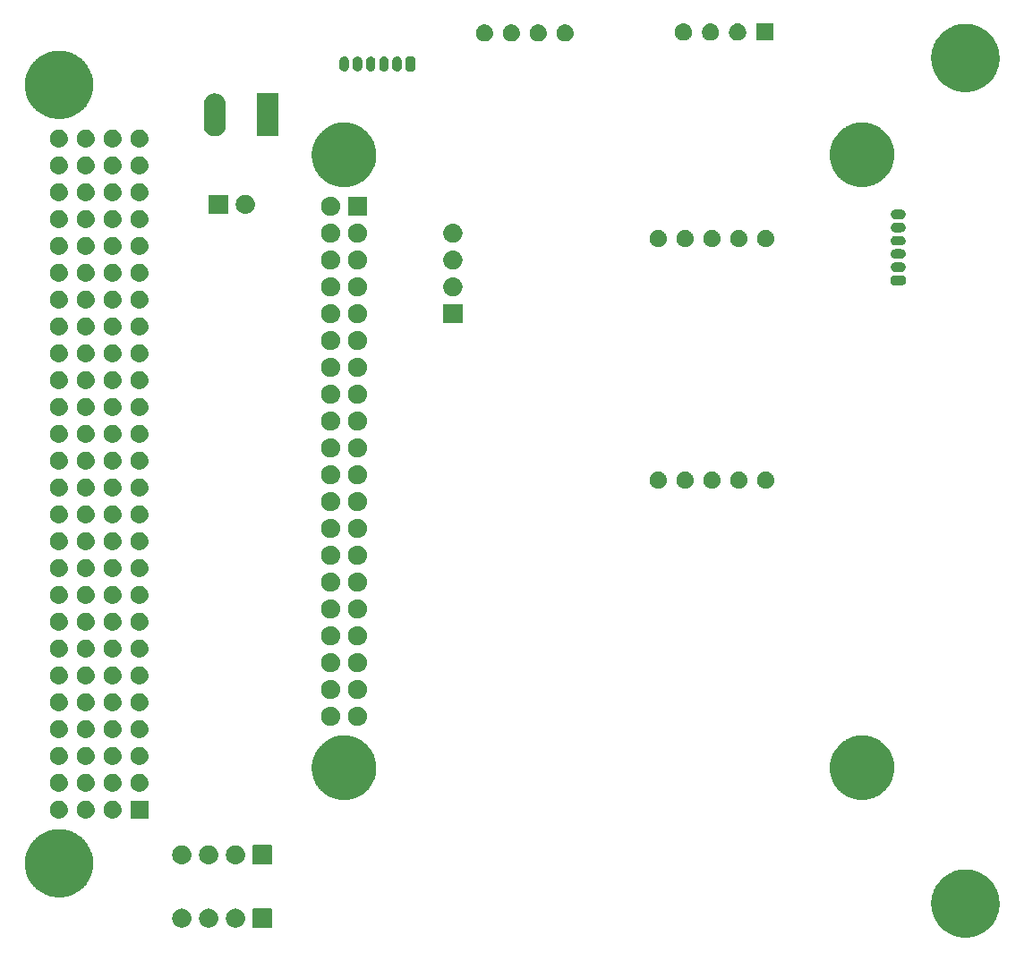
<source format=gts>
G04 #@! TF.GenerationSoftware,KiCad,Pcbnew,6.0.0-unknown-da645c5~86~ubuntu18.04.1*
G04 #@! TF.CreationDate,2019-07-12T17:08:20-04:00*
G04 #@! TF.ProjectId,OBC,4f42432e-6b69-4636-9164-5f7063625858,rev?*
G04 #@! TF.SameCoordinates,Original*
G04 #@! TF.FileFunction,Soldermask,Top*
G04 #@! TF.FilePolarity,Negative*
%FSLAX46Y46*%
G04 Gerber Fmt 4.6, Leading zero omitted, Abs format (unit mm)*
G04 Created by KiCad (PCBNEW 6.0.0-unknown-da645c5~86~ubuntu18.04.1) date 2019-07-12 17:08:20*
%MOMM*%
%LPD*%
G04 APERTURE LIST*
%ADD10C,0.100000*%
G04 APERTURE END LIST*
D10*
G36*
X179055652Y-128189579D02*
G01*
X179157881Y-128190293D01*
X179236862Y-128199711D01*
X179309518Y-128203773D01*
X179408880Y-128220222D01*
X179516072Y-128233004D01*
X179588013Y-128249878D01*
X179654267Y-128260846D01*
X179756647Y-128289431D01*
X179867269Y-128315377D01*
X179931517Y-128338255D01*
X179990812Y-128354810D01*
X180094684Y-128396356D01*
X180207095Y-128436384D01*
X180263314Y-128463804D01*
X180315258Y-128484580D01*
X180418910Y-128539692D01*
X180531315Y-128594516D01*
X180579350Y-128625000D01*
X180623786Y-128648627D01*
X180725449Y-128717717D01*
X180835888Y-128787804D01*
X180875815Y-128819906D01*
X180912794Y-128845037D01*
X181010587Y-128928266D01*
X181117017Y-129013837D01*
X181149126Y-129046171D01*
X181178891Y-129071503D01*
X181270870Y-129168768D01*
X181371198Y-129269799D01*
X181395989Y-129301078D01*
X181418983Y-129325393D01*
X181503191Y-129436333D01*
X181595263Y-129552499D01*
X181613413Y-129581545D01*
X181630244Y-129603719D01*
X181704707Y-129727645D01*
X181786420Y-129858414D01*
X181798775Y-129884201D01*
X181810216Y-129903242D01*
X181873023Y-130039168D01*
X181942285Y-130183730D01*
X181949827Y-130205388D01*
X181956783Y-130220442D01*
X182006082Y-130366931D01*
X182060916Y-130524393D01*
X182064743Y-130541239D01*
X182068238Y-130551623D01*
X182102282Y-130706463D01*
X182140835Y-130876156D01*
X182142131Y-130887711D01*
X182143272Y-130892900D01*
X182160455Y-131051077D01*
X182181045Y-131234636D01*
X182180971Y-131239926D01*
X182180987Y-131240072D01*
X182179687Y-131612444D01*
X182175232Y-131650951D01*
X182174751Y-131685370D01*
X182154935Y-131826371D01*
X182139549Y-131959347D01*
X182130890Y-131997458D01*
X182124548Y-132042587D01*
X182090584Y-132174868D01*
X182062134Y-132300090D01*
X182047578Y-132342365D01*
X182034838Y-132391982D01*
X181988394Y-132514247D01*
X181948369Y-132630488D01*
X181926937Y-132676033D01*
X181906741Y-132729200D01*
X181849596Y-132840391D01*
X181799595Y-132946650D01*
X181770438Y-132994418D01*
X181741853Y-133050037D01*
X181675826Y-133149416D01*
X181617535Y-133244912D01*
X181579973Y-133293686D01*
X181542230Y-133350495D01*
X181469189Y-133437542D01*
X181404331Y-133521761D01*
X181357844Y-133570237D01*
X181310358Y-133626829D01*
X181232210Y-133701248D01*
X181162483Y-133773959D01*
X181106723Y-133820747D01*
X181049129Y-133875593D01*
X180967703Y-133937399D01*
X180894795Y-133998576D01*
X180829657Y-134042182D01*
X180761799Y-134093689D01*
X180678868Y-134143126D01*
X180604438Y-134192952D01*
X180530020Y-134231857D01*
X180451948Y-134278397D01*
X180369175Y-134315945D01*
X180294758Y-134354849D01*
X180211372Y-134387528D01*
X180123439Y-134427416D01*
X180042400Y-134453747D01*
X179969427Y-134482345D01*
X179877599Y-134507294D01*
X179780366Y-134538887D01*
X179702454Y-134554880D01*
X179632224Y-134573961D01*
X179532722Y-134589721D01*
X179427006Y-134611421D01*
X179353446Y-134618116D01*
X179287099Y-134628624D01*
X179180921Y-134633817D01*
X179067763Y-134644115D01*
X178999561Y-134642686D01*
X178938082Y-134645693D01*
X178826417Y-134639059D01*
X178707114Y-134636560D01*
X178645125Y-134628289D01*
X178589274Y-134624971D01*
X178473514Y-134605391D01*
X178349555Y-134588852D01*
X178294350Y-134575088D01*
X178244729Y-134566695D01*
X178126453Y-134533226D01*
X177999543Y-134501584D01*
X177951531Y-134483728D01*
X177908511Y-134471555D01*
X177789443Y-134423448D01*
X177661439Y-134375844D01*
X177620763Y-134355297D01*
X177584520Y-134340654D01*
X177466539Y-134277393D01*
X177339458Y-134213200D01*
X177306060Y-134191345D01*
X177276567Y-134175531D01*
X177161658Y-134096851D01*
X177037614Y-134015679D01*
X177011220Y-133993844D01*
X176988253Y-133978118D01*
X176878489Y-133884039D01*
X176759669Y-133785742D01*
X176739805Y-133765172D01*
X176722941Y-133750718D01*
X176620480Y-133641607D01*
X176509086Y-133526256D01*
X176495084Y-133508075D01*
X176483741Y-133495995D01*
X176390779Y-133372631D01*
X176288990Y-133240455D01*
X176280038Y-133225673D01*
X176273447Y-133216927D01*
X176192301Y-133080803D01*
X176102123Y-132931902D01*
X176097245Y-132921344D01*
X176094528Y-132916787D01*
X176028366Y-132772276D01*
X175950815Y-132604441D01*
X175836952Y-132262155D01*
X175798601Y-132081727D01*
X175764924Y-131925966D01*
X175764368Y-131920677D01*
X175761952Y-131909310D01*
X175744964Y-131736052D01*
X175728400Y-131578453D01*
X175728438Y-131567511D01*
X175726751Y-131550304D01*
X175729080Y-131383526D01*
X175729619Y-131229028D01*
X175731468Y-131212546D01*
X175731788Y-131189611D01*
X175751880Y-131030569D01*
X175768569Y-130881779D01*
X175773415Y-130860101D01*
X175776999Y-130831728D01*
X175813265Y-130681822D01*
X175844797Y-130540756D01*
X175853766Y-130514411D01*
X175861821Y-130481114D01*
X175912534Y-130341782D01*
X175957403Y-130209980D01*
X175971541Y-130179662D01*
X175985197Y-130142141D01*
X176048517Y-130014583D01*
X176105080Y-129893284D01*
X176125327Y-129859852D01*
X176145590Y-129819033D01*
X176219572Y-129704235D01*
X176286096Y-129594391D01*
X176313250Y-129558874D01*
X176340999Y-129515817D01*
X176423657Y-129414469D01*
X176498324Y-129316808D01*
X176533037Y-129280356D01*
X176568990Y-129236273D01*
X176658333Y-129148782D01*
X176739300Y-129063758D01*
X176782032Y-129027646D01*
X176826720Y-128983885D01*
X176920756Y-128910416D01*
X177006198Y-128838212D01*
X177057232Y-128803789D01*
X177110977Y-128761799D01*
X177207749Y-128702264D01*
X177295879Y-128642820D01*
X177355292Y-128611495D01*
X177418219Y-128572782D01*
X177515881Y-128526826D01*
X177604986Y-128479846D01*
X177672650Y-128453056D01*
X177744615Y-128419192D01*
X177841396Y-128386245D01*
X177929870Y-128351216D01*
X178005435Y-128330402D01*
X178086098Y-128302942D01*
X178180398Y-128282209D01*
X178266755Y-128258422D01*
X178349660Y-128244994D01*
X178438411Y-128225481D01*
X178528783Y-128215982D01*
X178611685Y-128202555D01*
X178701133Y-128197867D01*
X178797162Y-128187774D01*
X178882370Y-128188369D01*
X178960642Y-128184267D01*
X179055652Y-128189579D01*
X179055652Y-128189579D01*
G37*
G36*
X113319899Y-131901959D02*
G01*
X113336769Y-131913231D01*
X113348041Y-131930101D01*
X113354448Y-131962312D01*
X113354448Y-133637688D01*
X113351999Y-133650000D01*
X113348041Y-133669899D01*
X113336769Y-133686769D01*
X113319899Y-133698041D01*
X113300000Y-133701999D01*
X113287688Y-133704448D01*
X111612312Y-133704448D01*
X111580101Y-133698041D01*
X111563231Y-133686769D01*
X111551959Y-133669899D01*
X111545552Y-133637688D01*
X111545552Y-131962312D01*
X111551959Y-131930101D01*
X111563231Y-131913231D01*
X111580101Y-131901959D01*
X111612312Y-131895552D01*
X113287688Y-131895552D01*
X113319899Y-131901959D01*
X113319899Y-131901959D01*
G37*
G36*
X105018360Y-131913835D02*
G01*
X105099397Y-131940166D01*
X105186663Y-131967848D01*
X105189655Y-131969493D01*
X105198488Y-131972363D01*
X105270466Y-132013919D01*
X105341499Y-132052970D01*
X105348986Y-132059253D01*
X105362511Y-132067061D01*
X105420259Y-132119057D01*
X105476857Y-132166549D01*
X105486962Y-132179118D01*
X105503261Y-132193793D01*
X105545454Y-132251867D01*
X105587579Y-132304260D01*
X105597994Y-132324182D01*
X105614586Y-132347019D01*
X105641297Y-132407012D01*
X105669439Y-132460843D01*
X105677582Y-132488510D01*
X105691621Y-132520042D01*
X105703992Y-132578241D01*
X105719328Y-132630349D01*
X105722518Y-132665401D01*
X105730999Y-132705301D01*
X105730999Y-132758592D01*
X105735343Y-132806324D01*
X105730999Y-132847653D01*
X105730999Y-132894699D01*
X105721217Y-132940721D01*
X105716873Y-132982047D01*
X105702702Y-133027827D01*
X105691621Y-133079958D01*
X105675028Y-133117226D01*
X105664622Y-133150843D01*
X105638789Y-133198620D01*
X105614586Y-133252981D01*
X105594298Y-133280905D01*
X105580580Y-133306276D01*
X105541859Y-133353082D01*
X105503261Y-133406207D01*
X105482284Y-133425095D01*
X105467952Y-133442419D01*
X105415845Y-133484917D01*
X105362511Y-133532939D01*
X105343524Y-133543901D01*
X105331025Y-133554095D01*
X105265780Y-133588786D01*
X105198488Y-133627637D01*
X105183636Y-133632463D01*
X105175003Y-133637053D01*
X105097430Y-133660473D01*
X105018360Y-133686165D01*
X105009114Y-133687137D01*
X105005851Y-133688122D01*
X104914710Y-133697059D01*
X104877211Y-133701000D01*
X104782789Y-133701000D01*
X104641640Y-133686165D01*
X104560603Y-133659834D01*
X104473337Y-133632152D01*
X104470345Y-133630507D01*
X104461512Y-133627637D01*
X104389534Y-133586081D01*
X104318501Y-133547030D01*
X104311014Y-133540747D01*
X104297489Y-133532939D01*
X104239741Y-133480943D01*
X104183143Y-133433451D01*
X104173038Y-133420882D01*
X104156739Y-133406207D01*
X104114546Y-133348133D01*
X104072421Y-133295740D01*
X104062006Y-133275818D01*
X104045414Y-133252981D01*
X104018703Y-133192988D01*
X103990561Y-133139157D01*
X103982418Y-133111490D01*
X103968379Y-133079958D01*
X103956008Y-133021759D01*
X103940672Y-132969651D01*
X103937482Y-132934599D01*
X103929001Y-132894699D01*
X103929001Y-132841408D01*
X103924657Y-132793676D01*
X103929001Y-132752347D01*
X103929001Y-132705301D01*
X103938783Y-132659279D01*
X103943127Y-132617953D01*
X103957298Y-132572173D01*
X103968379Y-132520042D01*
X103984972Y-132482774D01*
X103995378Y-132449157D01*
X104021211Y-132401380D01*
X104045414Y-132347019D01*
X104065702Y-132319095D01*
X104079420Y-132293724D01*
X104118141Y-132246918D01*
X104156739Y-132193793D01*
X104177716Y-132174905D01*
X104192048Y-132157581D01*
X104244155Y-132115083D01*
X104297489Y-132067061D01*
X104316476Y-132056099D01*
X104328975Y-132045905D01*
X104394220Y-132011214D01*
X104461512Y-131972363D01*
X104476364Y-131967537D01*
X104484997Y-131962947D01*
X104562570Y-131939527D01*
X104641640Y-131913835D01*
X104650886Y-131912863D01*
X104654149Y-131911878D01*
X104745290Y-131902941D01*
X104782789Y-131899000D01*
X104877211Y-131899000D01*
X105018360Y-131913835D01*
X105018360Y-131913835D01*
G37*
G36*
X110098360Y-131913835D02*
G01*
X110179397Y-131940166D01*
X110266663Y-131967848D01*
X110269655Y-131969493D01*
X110278488Y-131972363D01*
X110350466Y-132013919D01*
X110421499Y-132052970D01*
X110428986Y-132059253D01*
X110442511Y-132067061D01*
X110500259Y-132119057D01*
X110556857Y-132166549D01*
X110566962Y-132179118D01*
X110583261Y-132193793D01*
X110625454Y-132251867D01*
X110667579Y-132304260D01*
X110677994Y-132324182D01*
X110694586Y-132347019D01*
X110721297Y-132407012D01*
X110749439Y-132460843D01*
X110757582Y-132488510D01*
X110771621Y-132520042D01*
X110783992Y-132578241D01*
X110799328Y-132630349D01*
X110802518Y-132665401D01*
X110810999Y-132705301D01*
X110810999Y-132758592D01*
X110815343Y-132806324D01*
X110810999Y-132847653D01*
X110810999Y-132894699D01*
X110801217Y-132940721D01*
X110796873Y-132982047D01*
X110782702Y-133027827D01*
X110771621Y-133079958D01*
X110755028Y-133117226D01*
X110744622Y-133150843D01*
X110718789Y-133198620D01*
X110694586Y-133252981D01*
X110674298Y-133280905D01*
X110660580Y-133306276D01*
X110621859Y-133353082D01*
X110583261Y-133406207D01*
X110562284Y-133425095D01*
X110547952Y-133442419D01*
X110495845Y-133484917D01*
X110442511Y-133532939D01*
X110423524Y-133543901D01*
X110411025Y-133554095D01*
X110345780Y-133588786D01*
X110278488Y-133627637D01*
X110263636Y-133632463D01*
X110255003Y-133637053D01*
X110177430Y-133660473D01*
X110098360Y-133686165D01*
X110089114Y-133687137D01*
X110085851Y-133688122D01*
X109994710Y-133697059D01*
X109957211Y-133701000D01*
X109862789Y-133701000D01*
X109721640Y-133686165D01*
X109640603Y-133659834D01*
X109553337Y-133632152D01*
X109550345Y-133630507D01*
X109541512Y-133627637D01*
X109469534Y-133586081D01*
X109398501Y-133547030D01*
X109391014Y-133540747D01*
X109377489Y-133532939D01*
X109319741Y-133480943D01*
X109263143Y-133433451D01*
X109253038Y-133420882D01*
X109236739Y-133406207D01*
X109194546Y-133348133D01*
X109152421Y-133295740D01*
X109142006Y-133275818D01*
X109125414Y-133252981D01*
X109098703Y-133192988D01*
X109070561Y-133139157D01*
X109062418Y-133111490D01*
X109048379Y-133079958D01*
X109036008Y-133021759D01*
X109020672Y-132969651D01*
X109017482Y-132934599D01*
X109009001Y-132894699D01*
X109009001Y-132841408D01*
X109004657Y-132793676D01*
X109009001Y-132752347D01*
X109009001Y-132705301D01*
X109018783Y-132659279D01*
X109023127Y-132617953D01*
X109037298Y-132572173D01*
X109048379Y-132520042D01*
X109064972Y-132482774D01*
X109075378Y-132449157D01*
X109101211Y-132401380D01*
X109125414Y-132347019D01*
X109145702Y-132319095D01*
X109159420Y-132293724D01*
X109198141Y-132246918D01*
X109236739Y-132193793D01*
X109257716Y-132174905D01*
X109272048Y-132157581D01*
X109324155Y-132115083D01*
X109377489Y-132067061D01*
X109396476Y-132056099D01*
X109408975Y-132045905D01*
X109474220Y-132011214D01*
X109541512Y-131972363D01*
X109556364Y-131967537D01*
X109564997Y-131962947D01*
X109642570Y-131939527D01*
X109721640Y-131913835D01*
X109730886Y-131912863D01*
X109734149Y-131911878D01*
X109825290Y-131902941D01*
X109862789Y-131899000D01*
X109957211Y-131899000D01*
X110098360Y-131913835D01*
X110098360Y-131913835D01*
G37*
G36*
X107558360Y-131913835D02*
G01*
X107639397Y-131940166D01*
X107726663Y-131967848D01*
X107729655Y-131969493D01*
X107738488Y-131972363D01*
X107810466Y-132013919D01*
X107881499Y-132052970D01*
X107888986Y-132059253D01*
X107902511Y-132067061D01*
X107960259Y-132119057D01*
X108016857Y-132166549D01*
X108026962Y-132179118D01*
X108043261Y-132193793D01*
X108085454Y-132251867D01*
X108127579Y-132304260D01*
X108137994Y-132324182D01*
X108154586Y-132347019D01*
X108181297Y-132407012D01*
X108209439Y-132460843D01*
X108217582Y-132488510D01*
X108231621Y-132520042D01*
X108243992Y-132578241D01*
X108259328Y-132630349D01*
X108262518Y-132665401D01*
X108270999Y-132705301D01*
X108270999Y-132758592D01*
X108275343Y-132806324D01*
X108270999Y-132847653D01*
X108270999Y-132894699D01*
X108261217Y-132940721D01*
X108256873Y-132982047D01*
X108242702Y-133027827D01*
X108231621Y-133079958D01*
X108215028Y-133117226D01*
X108204622Y-133150843D01*
X108178789Y-133198620D01*
X108154586Y-133252981D01*
X108134298Y-133280905D01*
X108120580Y-133306276D01*
X108081859Y-133353082D01*
X108043261Y-133406207D01*
X108022284Y-133425095D01*
X108007952Y-133442419D01*
X107955845Y-133484917D01*
X107902511Y-133532939D01*
X107883524Y-133543901D01*
X107871025Y-133554095D01*
X107805780Y-133588786D01*
X107738488Y-133627637D01*
X107723636Y-133632463D01*
X107715003Y-133637053D01*
X107637430Y-133660473D01*
X107558360Y-133686165D01*
X107549114Y-133687137D01*
X107545851Y-133688122D01*
X107454710Y-133697059D01*
X107417211Y-133701000D01*
X107322789Y-133701000D01*
X107181640Y-133686165D01*
X107100603Y-133659834D01*
X107013337Y-133632152D01*
X107010345Y-133630507D01*
X107001512Y-133627637D01*
X106929534Y-133586081D01*
X106858501Y-133547030D01*
X106851014Y-133540747D01*
X106837489Y-133532939D01*
X106779741Y-133480943D01*
X106723143Y-133433451D01*
X106713038Y-133420882D01*
X106696739Y-133406207D01*
X106654546Y-133348133D01*
X106612421Y-133295740D01*
X106602006Y-133275818D01*
X106585414Y-133252981D01*
X106558703Y-133192988D01*
X106530561Y-133139157D01*
X106522418Y-133111490D01*
X106508379Y-133079958D01*
X106496008Y-133021759D01*
X106480672Y-132969651D01*
X106477482Y-132934599D01*
X106469001Y-132894699D01*
X106469001Y-132841408D01*
X106464657Y-132793676D01*
X106469001Y-132752347D01*
X106469001Y-132705301D01*
X106478783Y-132659279D01*
X106483127Y-132617953D01*
X106497298Y-132572173D01*
X106508379Y-132520042D01*
X106524972Y-132482774D01*
X106535378Y-132449157D01*
X106561211Y-132401380D01*
X106585414Y-132347019D01*
X106605702Y-132319095D01*
X106619420Y-132293724D01*
X106658141Y-132246918D01*
X106696739Y-132193793D01*
X106717716Y-132174905D01*
X106732048Y-132157581D01*
X106784155Y-132115083D01*
X106837489Y-132067061D01*
X106856476Y-132056099D01*
X106868975Y-132045905D01*
X106934220Y-132011214D01*
X107001512Y-131972363D01*
X107016364Y-131967537D01*
X107024997Y-131962947D01*
X107102570Y-131939527D01*
X107181640Y-131913835D01*
X107190886Y-131912863D01*
X107194149Y-131911878D01*
X107285290Y-131902941D01*
X107322789Y-131899000D01*
X107417211Y-131899000D01*
X107558360Y-131913835D01*
X107558360Y-131913835D01*
G37*
G36*
X93325652Y-124379579D02*
G01*
X93427881Y-124380293D01*
X93506862Y-124389711D01*
X93579518Y-124393773D01*
X93678880Y-124410222D01*
X93786072Y-124423004D01*
X93858013Y-124439878D01*
X93924267Y-124450846D01*
X94026647Y-124479431D01*
X94137269Y-124505377D01*
X94201517Y-124528255D01*
X94260812Y-124544810D01*
X94364684Y-124586356D01*
X94477095Y-124626384D01*
X94533314Y-124653804D01*
X94585258Y-124674580D01*
X94688910Y-124729692D01*
X94801315Y-124784516D01*
X94849350Y-124815000D01*
X94893786Y-124838627D01*
X94995449Y-124907717D01*
X95105888Y-124977804D01*
X95145815Y-125009906D01*
X95182794Y-125035037D01*
X95280587Y-125118266D01*
X95387017Y-125203837D01*
X95419126Y-125236171D01*
X95448891Y-125261503D01*
X95540870Y-125358768D01*
X95641198Y-125459799D01*
X95665989Y-125491078D01*
X95688983Y-125515393D01*
X95773191Y-125626333D01*
X95865263Y-125742499D01*
X95883413Y-125771545D01*
X95900244Y-125793719D01*
X95974707Y-125917645D01*
X96056420Y-126048414D01*
X96068775Y-126074201D01*
X96080216Y-126093242D01*
X96143023Y-126229168D01*
X96212285Y-126373730D01*
X96219827Y-126395388D01*
X96226783Y-126410442D01*
X96276082Y-126556931D01*
X96330916Y-126714393D01*
X96334743Y-126731239D01*
X96338238Y-126741623D01*
X96372282Y-126896463D01*
X96410835Y-127066156D01*
X96412131Y-127077711D01*
X96413272Y-127082900D01*
X96430455Y-127241077D01*
X96451045Y-127424636D01*
X96450971Y-127429926D01*
X96450987Y-127430072D01*
X96449687Y-127802444D01*
X96445232Y-127840951D01*
X96444751Y-127875370D01*
X96424935Y-128016371D01*
X96409549Y-128149347D01*
X96400890Y-128187458D01*
X96394548Y-128232587D01*
X96360584Y-128364868D01*
X96332134Y-128490090D01*
X96317578Y-128532365D01*
X96304838Y-128581982D01*
X96258394Y-128704247D01*
X96218369Y-128820488D01*
X96196937Y-128866033D01*
X96176741Y-128919200D01*
X96119596Y-129030391D01*
X96069595Y-129136650D01*
X96040438Y-129184418D01*
X96011853Y-129240037D01*
X95945826Y-129339416D01*
X95887535Y-129434912D01*
X95849973Y-129483686D01*
X95812230Y-129540495D01*
X95739189Y-129627542D01*
X95674331Y-129711761D01*
X95627844Y-129760237D01*
X95580358Y-129816829D01*
X95502210Y-129891248D01*
X95432483Y-129963959D01*
X95376723Y-130010747D01*
X95319129Y-130065593D01*
X95237703Y-130127399D01*
X95164795Y-130188576D01*
X95099657Y-130232182D01*
X95031799Y-130283689D01*
X94948868Y-130333126D01*
X94874438Y-130382952D01*
X94800020Y-130421857D01*
X94721948Y-130468397D01*
X94639175Y-130505945D01*
X94564758Y-130544849D01*
X94481372Y-130577528D01*
X94393439Y-130617416D01*
X94312400Y-130643747D01*
X94239427Y-130672345D01*
X94147599Y-130697294D01*
X94050366Y-130728887D01*
X93972454Y-130744880D01*
X93902224Y-130763961D01*
X93802722Y-130779721D01*
X93697006Y-130801421D01*
X93623446Y-130808116D01*
X93557099Y-130818624D01*
X93450921Y-130823817D01*
X93337763Y-130834115D01*
X93269561Y-130832686D01*
X93208082Y-130835693D01*
X93096417Y-130829059D01*
X92977114Y-130826560D01*
X92915125Y-130818289D01*
X92859274Y-130814971D01*
X92743514Y-130795391D01*
X92619555Y-130778852D01*
X92564350Y-130765088D01*
X92514729Y-130756695D01*
X92396453Y-130723226D01*
X92269543Y-130691584D01*
X92221531Y-130673728D01*
X92178511Y-130661555D01*
X92059443Y-130613448D01*
X91931439Y-130565844D01*
X91890763Y-130545297D01*
X91854520Y-130530654D01*
X91736539Y-130467393D01*
X91609458Y-130403200D01*
X91576060Y-130381345D01*
X91546567Y-130365531D01*
X91431658Y-130286851D01*
X91307614Y-130205679D01*
X91281220Y-130183844D01*
X91258253Y-130168118D01*
X91148489Y-130074039D01*
X91029669Y-129975742D01*
X91009805Y-129955172D01*
X90992941Y-129940718D01*
X90890480Y-129831607D01*
X90779086Y-129716256D01*
X90765084Y-129698075D01*
X90753741Y-129685995D01*
X90660779Y-129562631D01*
X90558990Y-129430455D01*
X90550038Y-129415673D01*
X90543447Y-129406927D01*
X90462301Y-129270803D01*
X90372123Y-129121902D01*
X90367245Y-129111344D01*
X90364528Y-129106787D01*
X90298366Y-128962276D01*
X90220815Y-128794441D01*
X90106952Y-128452155D01*
X90068601Y-128271727D01*
X90034924Y-128115966D01*
X90034368Y-128110677D01*
X90031952Y-128099310D01*
X90014964Y-127926052D01*
X89998400Y-127768453D01*
X89998438Y-127757511D01*
X89996751Y-127740304D01*
X89999080Y-127573526D01*
X89999619Y-127419028D01*
X90001468Y-127402546D01*
X90001788Y-127379611D01*
X90021880Y-127220569D01*
X90038569Y-127071779D01*
X90043415Y-127050101D01*
X90046999Y-127021728D01*
X90083265Y-126871822D01*
X90114797Y-126730756D01*
X90123766Y-126704411D01*
X90131821Y-126671114D01*
X90182534Y-126531782D01*
X90227403Y-126399980D01*
X90241541Y-126369662D01*
X90255197Y-126332141D01*
X90318517Y-126204583D01*
X90375080Y-126083284D01*
X90395327Y-126049852D01*
X90415590Y-126009033D01*
X90489572Y-125894235D01*
X90556096Y-125784391D01*
X90583250Y-125748874D01*
X90610999Y-125705817D01*
X90693657Y-125604469D01*
X90768324Y-125506808D01*
X90803037Y-125470356D01*
X90838990Y-125426273D01*
X90928333Y-125338782D01*
X91009300Y-125253758D01*
X91052032Y-125217646D01*
X91096720Y-125173885D01*
X91190756Y-125100416D01*
X91276198Y-125028212D01*
X91327232Y-124993789D01*
X91380977Y-124951799D01*
X91477749Y-124892264D01*
X91565879Y-124832820D01*
X91625292Y-124801495D01*
X91688219Y-124762782D01*
X91785881Y-124716826D01*
X91874986Y-124669846D01*
X91942650Y-124643056D01*
X92014615Y-124609192D01*
X92111396Y-124576245D01*
X92199870Y-124541216D01*
X92275435Y-124520402D01*
X92356098Y-124492942D01*
X92450398Y-124472209D01*
X92536755Y-124448422D01*
X92619660Y-124434994D01*
X92708411Y-124415481D01*
X92798783Y-124405982D01*
X92881685Y-124392555D01*
X92971133Y-124387867D01*
X93067162Y-124377774D01*
X93152370Y-124378369D01*
X93230642Y-124374267D01*
X93325652Y-124379579D01*
X93325652Y-124379579D01*
G37*
G36*
X113319899Y-125901959D02*
G01*
X113336769Y-125913231D01*
X113348041Y-125930101D01*
X113354448Y-125962312D01*
X113354448Y-127637688D01*
X113351999Y-127650000D01*
X113348041Y-127669899D01*
X113336769Y-127686769D01*
X113319899Y-127698041D01*
X113300000Y-127701999D01*
X113287688Y-127704448D01*
X111612312Y-127704448D01*
X111580101Y-127698041D01*
X111563231Y-127686769D01*
X111551959Y-127669899D01*
X111545552Y-127637688D01*
X111545552Y-125962312D01*
X111551959Y-125930101D01*
X111563231Y-125913231D01*
X111580101Y-125901959D01*
X111612312Y-125895552D01*
X113287688Y-125895552D01*
X113319899Y-125901959D01*
X113319899Y-125901959D01*
G37*
G36*
X110098360Y-125913835D02*
G01*
X110179397Y-125940166D01*
X110266663Y-125967848D01*
X110269655Y-125969493D01*
X110278488Y-125972363D01*
X110350466Y-126013919D01*
X110421499Y-126052970D01*
X110428986Y-126059253D01*
X110442511Y-126067061D01*
X110500259Y-126119057D01*
X110556857Y-126166549D01*
X110566962Y-126179118D01*
X110583261Y-126193793D01*
X110625454Y-126251867D01*
X110667579Y-126304260D01*
X110677994Y-126324182D01*
X110694586Y-126347019D01*
X110721297Y-126407012D01*
X110749439Y-126460843D01*
X110757582Y-126488510D01*
X110771621Y-126520042D01*
X110783992Y-126578241D01*
X110799328Y-126630349D01*
X110802518Y-126665401D01*
X110810999Y-126705301D01*
X110810999Y-126758592D01*
X110815343Y-126806324D01*
X110810999Y-126847653D01*
X110810999Y-126894699D01*
X110801217Y-126940721D01*
X110796873Y-126982047D01*
X110782702Y-127027827D01*
X110771621Y-127079958D01*
X110755028Y-127117226D01*
X110744622Y-127150843D01*
X110718789Y-127198620D01*
X110694586Y-127252981D01*
X110674298Y-127280905D01*
X110660580Y-127306276D01*
X110621859Y-127353082D01*
X110583261Y-127406207D01*
X110562284Y-127425095D01*
X110547952Y-127442419D01*
X110495845Y-127484917D01*
X110442511Y-127532939D01*
X110423524Y-127543901D01*
X110411025Y-127554095D01*
X110345780Y-127588786D01*
X110278488Y-127627637D01*
X110263636Y-127632463D01*
X110255003Y-127637053D01*
X110177430Y-127660473D01*
X110098360Y-127686165D01*
X110089114Y-127687137D01*
X110085851Y-127688122D01*
X109994710Y-127697059D01*
X109957211Y-127701000D01*
X109862789Y-127701000D01*
X109721640Y-127686165D01*
X109640603Y-127659834D01*
X109553337Y-127632152D01*
X109550345Y-127630507D01*
X109541512Y-127627637D01*
X109469534Y-127586081D01*
X109398501Y-127547030D01*
X109391014Y-127540747D01*
X109377489Y-127532939D01*
X109319741Y-127480943D01*
X109263143Y-127433451D01*
X109253038Y-127420882D01*
X109236739Y-127406207D01*
X109194546Y-127348133D01*
X109152421Y-127295740D01*
X109142006Y-127275818D01*
X109125414Y-127252981D01*
X109098703Y-127192988D01*
X109070561Y-127139157D01*
X109062418Y-127111490D01*
X109048379Y-127079958D01*
X109036008Y-127021759D01*
X109020672Y-126969651D01*
X109017482Y-126934599D01*
X109009001Y-126894699D01*
X109009001Y-126841408D01*
X109004657Y-126793676D01*
X109009001Y-126752347D01*
X109009001Y-126705301D01*
X109018783Y-126659279D01*
X109023127Y-126617953D01*
X109037298Y-126572173D01*
X109048379Y-126520042D01*
X109064972Y-126482774D01*
X109075378Y-126449157D01*
X109101211Y-126401380D01*
X109125414Y-126347019D01*
X109145702Y-126319095D01*
X109159420Y-126293724D01*
X109198141Y-126246918D01*
X109236739Y-126193793D01*
X109257716Y-126174905D01*
X109272048Y-126157581D01*
X109324155Y-126115083D01*
X109377489Y-126067061D01*
X109396476Y-126056099D01*
X109408975Y-126045905D01*
X109474220Y-126011214D01*
X109541512Y-125972363D01*
X109556364Y-125967537D01*
X109564997Y-125962947D01*
X109642570Y-125939527D01*
X109721640Y-125913835D01*
X109730886Y-125912863D01*
X109734149Y-125911878D01*
X109825290Y-125902941D01*
X109862789Y-125899000D01*
X109957211Y-125899000D01*
X110098360Y-125913835D01*
X110098360Y-125913835D01*
G37*
G36*
X105018360Y-125913835D02*
G01*
X105099397Y-125940166D01*
X105186663Y-125967848D01*
X105189655Y-125969493D01*
X105198488Y-125972363D01*
X105270466Y-126013919D01*
X105341499Y-126052970D01*
X105348986Y-126059253D01*
X105362511Y-126067061D01*
X105420259Y-126119057D01*
X105476857Y-126166549D01*
X105486962Y-126179118D01*
X105503261Y-126193793D01*
X105545454Y-126251867D01*
X105587579Y-126304260D01*
X105597994Y-126324182D01*
X105614586Y-126347019D01*
X105641297Y-126407012D01*
X105669439Y-126460843D01*
X105677582Y-126488510D01*
X105691621Y-126520042D01*
X105703992Y-126578241D01*
X105719328Y-126630349D01*
X105722518Y-126665401D01*
X105730999Y-126705301D01*
X105730999Y-126758592D01*
X105735343Y-126806324D01*
X105730999Y-126847653D01*
X105730999Y-126894699D01*
X105721217Y-126940721D01*
X105716873Y-126982047D01*
X105702702Y-127027827D01*
X105691621Y-127079958D01*
X105675028Y-127117226D01*
X105664622Y-127150843D01*
X105638789Y-127198620D01*
X105614586Y-127252981D01*
X105594298Y-127280905D01*
X105580580Y-127306276D01*
X105541859Y-127353082D01*
X105503261Y-127406207D01*
X105482284Y-127425095D01*
X105467952Y-127442419D01*
X105415845Y-127484917D01*
X105362511Y-127532939D01*
X105343524Y-127543901D01*
X105331025Y-127554095D01*
X105265780Y-127588786D01*
X105198488Y-127627637D01*
X105183636Y-127632463D01*
X105175003Y-127637053D01*
X105097430Y-127660473D01*
X105018360Y-127686165D01*
X105009114Y-127687137D01*
X105005851Y-127688122D01*
X104914710Y-127697059D01*
X104877211Y-127701000D01*
X104782789Y-127701000D01*
X104641640Y-127686165D01*
X104560603Y-127659834D01*
X104473337Y-127632152D01*
X104470345Y-127630507D01*
X104461512Y-127627637D01*
X104389534Y-127586081D01*
X104318501Y-127547030D01*
X104311014Y-127540747D01*
X104297489Y-127532939D01*
X104239741Y-127480943D01*
X104183143Y-127433451D01*
X104173038Y-127420882D01*
X104156739Y-127406207D01*
X104114546Y-127348133D01*
X104072421Y-127295740D01*
X104062006Y-127275818D01*
X104045414Y-127252981D01*
X104018703Y-127192988D01*
X103990561Y-127139157D01*
X103982418Y-127111490D01*
X103968379Y-127079958D01*
X103956008Y-127021759D01*
X103940672Y-126969651D01*
X103937482Y-126934599D01*
X103929001Y-126894699D01*
X103929001Y-126841408D01*
X103924657Y-126793676D01*
X103929001Y-126752347D01*
X103929001Y-126705301D01*
X103938783Y-126659279D01*
X103943127Y-126617953D01*
X103957298Y-126572173D01*
X103968379Y-126520042D01*
X103984972Y-126482774D01*
X103995378Y-126449157D01*
X104021211Y-126401380D01*
X104045414Y-126347019D01*
X104065702Y-126319095D01*
X104079420Y-126293724D01*
X104118141Y-126246918D01*
X104156739Y-126193793D01*
X104177716Y-126174905D01*
X104192048Y-126157581D01*
X104244155Y-126115083D01*
X104297489Y-126067061D01*
X104316476Y-126056099D01*
X104328975Y-126045905D01*
X104394220Y-126011214D01*
X104461512Y-125972363D01*
X104476364Y-125967537D01*
X104484997Y-125962947D01*
X104562570Y-125939527D01*
X104641640Y-125913835D01*
X104650886Y-125912863D01*
X104654149Y-125911878D01*
X104745290Y-125902941D01*
X104782789Y-125899000D01*
X104877211Y-125899000D01*
X105018360Y-125913835D01*
X105018360Y-125913835D01*
G37*
G36*
X107558360Y-125913835D02*
G01*
X107639397Y-125940166D01*
X107726663Y-125967848D01*
X107729655Y-125969493D01*
X107738488Y-125972363D01*
X107810466Y-126013919D01*
X107881499Y-126052970D01*
X107888986Y-126059253D01*
X107902511Y-126067061D01*
X107960259Y-126119057D01*
X108016857Y-126166549D01*
X108026962Y-126179118D01*
X108043261Y-126193793D01*
X108085454Y-126251867D01*
X108127579Y-126304260D01*
X108137994Y-126324182D01*
X108154586Y-126347019D01*
X108181297Y-126407012D01*
X108209439Y-126460843D01*
X108217582Y-126488510D01*
X108231621Y-126520042D01*
X108243992Y-126578241D01*
X108259328Y-126630349D01*
X108262518Y-126665401D01*
X108270999Y-126705301D01*
X108270999Y-126758592D01*
X108275343Y-126806324D01*
X108270999Y-126847653D01*
X108270999Y-126894699D01*
X108261217Y-126940721D01*
X108256873Y-126982047D01*
X108242702Y-127027827D01*
X108231621Y-127079958D01*
X108215028Y-127117226D01*
X108204622Y-127150843D01*
X108178789Y-127198620D01*
X108154586Y-127252981D01*
X108134298Y-127280905D01*
X108120580Y-127306276D01*
X108081859Y-127353082D01*
X108043261Y-127406207D01*
X108022284Y-127425095D01*
X108007952Y-127442419D01*
X107955845Y-127484917D01*
X107902511Y-127532939D01*
X107883524Y-127543901D01*
X107871025Y-127554095D01*
X107805780Y-127588786D01*
X107738488Y-127627637D01*
X107723636Y-127632463D01*
X107715003Y-127637053D01*
X107637430Y-127660473D01*
X107558360Y-127686165D01*
X107549114Y-127687137D01*
X107545851Y-127688122D01*
X107454710Y-127697059D01*
X107417211Y-127701000D01*
X107322789Y-127701000D01*
X107181640Y-127686165D01*
X107100603Y-127659834D01*
X107013337Y-127632152D01*
X107010345Y-127630507D01*
X107001512Y-127627637D01*
X106929534Y-127586081D01*
X106858501Y-127547030D01*
X106851014Y-127540747D01*
X106837489Y-127532939D01*
X106779741Y-127480943D01*
X106723143Y-127433451D01*
X106713038Y-127420882D01*
X106696739Y-127406207D01*
X106654546Y-127348133D01*
X106612421Y-127295740D01*
X106602006Y-127275818D01*
X106585414Y-127252981D01*
X106558703Y-127192988D01*
X106530561Y-127139157D01*
X106522418Y-127111490D01*
X106508379Y-127079958D01*
X106496008Y-127021759D01*
X106480672Y-126969651D01*
X106477482Y-126934599D01*
X106469001Y-126894699D01*
X106469001Y-126841408D01*
X106464657Y-126793676D01*
X106469001Y-126752347D01*
X106469001Y-126705301D01*
X106478783Y-126659279D01*
X106483127Y-126617953D01*
X106497298Y-126572173D01*
X106508379Y-126520042D01*
X106524972Y-126482774D01*
X106535378Y-126449157D01*
X106561211Y-126401380D01*
X106585414Y-126347019D01*
X106605702Y-126319095D01*
X106619420Y-126293724D01*
X106658141Y-126246918D01*
X106696739Y-126193793D01*
X106717716Y-126174905D01*
X106732048Y-126157581D01*
X106784155Y-126115083D01*
X106837489Y-126067061D01*
X106856476Y-126056099D01*
X106868975Y-126045905D01*
X106934220Y-126011214D01*
X107001512Y-125972363D01*
X107016364Y-125967537D01*
X107024997Y-125962947D01*
X107102570Y-125939527D01*
X107181640Y-125913835D01*
X107190886Y-125912863D01*
X107194149Y-125911878D01*
X107285290Y-125902941D01*
X107322789Y-125899000D01*
X107417211Y-125899000D01*
X107558360Y-125913835D01*
X107558360Y-125913835D01*
G37*
G36*
X98287976Y-121672826D02*
G01*
X98329766Y-121670782D01*
X98374056Y-121677639D01*
X98424810Y-121680476D01*
X98465163Y-121691743D01*
X98500621Y-121697232D01*
X98548204Y-121714928D01*
X98602898Y-121730199D01*
X98634622Y-121747067D01*
X98662659Y-121757494D01*
X98710757Y-121787549D01*
X98766153Y-121817004D01*
X98788968Y-121836421D01*
X98809271Y-121849108D01*
X98854641Y-121892313D01*
X98906961Y-121936841D01*
X98921463Y-121955947D01*
X98934472Y-121968335D01*
X98973616Y-122024655D01*
X99018751Y-122084118D01*
X99026302Y-122100459D01*
X99033142Y-122110301D01*
X99062508Y-122178817D01*
X99096307Y-122251965D01*
X99098885Y-122263692D01*
X99101247Y-122269202D01*
X99117429Y-122348036D01*
X99136011Y-122432551D01*
X99135345Y-122623388D01*
X99116181Y-122707738D01*
X99099443Y-122786485D01*
X99097041Y-122791982D01*
X99094381Y-122803692D01*
X99060069Y-122876609D01*
X99030227Y-122944915D01*
X99023318Y-122954709D01*
X99015655Y-122970994D01*
X98970114Y-123030130D01*
X98930570Y-123086187D01*
X98917472Y-123098487D01*
X98902840Y-123117487D01*
X98850227Y-123161635D01*
X98804544Y-123204534D01*
X98784147Y-123217082D01*
X98761199Y-123236338D01*
X98705600Y-123265405D01*
X98657293Y-123295123D01*
X98629184Y-123305354D01*
X98597341Y-123322001D01*
X98542534Y-123336892D01*
X98494831Y-123354254D01*
X98459340Y-123359495D01*
X98418911Y-123370479D01*
X98368139Y-123372962D01*
X98323803Y-123379509D01*
X98282027Y-123377174D01*
X98234233Y-123379511D01*
X98189992Y-123372028D01*
X98151189Y-123369859D01*
X98104980Y-123357650D01*
X98051923Y-123348676D01*
X98015839Y-123334097D01*
X97984035Y-123325694D01*
X97935897Y-123301799D01*
X97880488Y-123279412D01*
X97853311Y-123260804D01*
X97829182Y-123248826D01*
X97782128Y-123212063D01*
X97727926Y-123174950D01*
X97709469Y-123155295D01*
X97692950Y-123142389D01*
X97650400Y-123092393D01*
X97601354Y-123040164D01*
X97590608Y-123022138D01*
X97580896Y-123010726D01*
X97546401Y-122947981D01*
X97506678Y-122881344D01*
X97501943Y-122867111D01*
X97497610Y-122859229D01*
X97474692Y-122785192D01*
X97448314Y-122705898D01*
X97447372Y-122696934D01*
X97446486Y-122694072D01*
X97438347Y-122611068D01*
X97428987Y-122522012D01*
X97438967Y-122433044D01*
X97447687Y-122350078D01*
X97448593Y-122347220D01*
X97449598Y-122338265D01*
X97476530Y-122259153D01*
X97499963Y-122185281D01*
X97504350Y-122177432D01*
X97509184Y-122163231D01*
X97549382Y-122096857D01*
X97584304Y-122034371D01*
X97594092Y-122023031D01*
X97604967Y-122005075D01*
X97654385Y-121953181D01*
X97697273Y-121903495D01*
X97713879Y-121890707D01*
X97732477Y-121871177D01*
X97786952Y-121834433D01*
X97834250Y-121798009D01*
X97858458Y-121786202D01*
X97885765Y-121767783D01*
X97941319Y-121745787D01*
X97989633Y-121722223D01*
X98021503Y-121714040D01*
X98057679Y-121699717D01*
X98110795Y-121691114D01*
X98157088Y-121679228D01*
X98195903Y-121677330D01*
X98240199Y-121670155D01*
X98287976Y-121672826D01*
X98287976Y-121672826D01*
G37*
G36*
X95747976Y-121672826D02*
G01*
X95789766Y-121670782D01*
X95834056Y-121677639D01*
X95884810Y-121680476D01*
X95925163Y-121691743D01*
X95960621Y-121697232D01*
X96008204Y-121714928D01*
X96062898Y-121730199D01*
X96094622Y-121747067D01*
X96122659Y-121757494D01*
X96170757Y-121787549D01*
X96226153Y-121817004D01*
X96248968Y-121836421D01*
X96269271Y-121849108D01*
X96314641Y-121892313D01*
X96366961Y-121936841D01*
X96381463Y-121955947D01*
X96394472Y-121968335D01*
X96433616Y-122024655D01*
X96478751Y-122084118D01*
X96486302Y-122100459D01*
X96493142Y-122110301D01*
X96522508Y-122178817D01*
X96556307Y-122251965D01*
X96558885Y-122263692D01*
X96561247Y-122269202D01*
X96577429Y-122348036D01*
X96596011Y-122432551D01*
X96595345Y-122623388D01*
X96576181Y-122707738D01*
X96559443Y-122786485D01*
X96557041Y-122791982D01*
X96554381Y-122803692D01*
X96520069Y-122876609D01*
X96490227Y-122944915D01*
X96483318Y-122954709D01*
X96475655Y-122970994D01*
X96430114Y-123030130D01*
X96390570Y-123086187D01*
X96377472Y-123098487D01*
X96362840Y-123117487D01*
X96310227Y-123161635D01*
X96264544Y-123204534D01*
X96244147Y-123217082D01*
X96221199Y-123236338D01*
X96165600Y-123265405D01*
X96117293Y-123295123D01*
X96089184Y-123305354D01*
X96057341Y-123322001D01*
X96002534Y-123336892D01*
X95954831Y-123354254D01*
X95919340Y-123359495D01*
X95878911Y-123370479D01*
X95828139Y-123372962D01*
X95783803Y-123379509D01*
X95742027Y-123377174D01*
X95694233Y-123379511D01*
X95649992Y-123372028D01*
X95611189Y-123369859D01*
X95564980Y-123357650D01*
X95511923Y-123348676D01*
X95475839Y-123334097D01*
X95444035Y-123325694D01*
X95395897Y-123301799D01*
X95340488Y-123279412D01*
X95313311Y-123260804D01*
X95289182Y-123248826D01*
X95242128Y-123212063D01*
X95187926Y-123174950D01*
X95169469Y-123155295D01*
X95152950Y-123142389D01*
X95110400Y-123092393D01*
X95061354Y-123040164D01*
X95050608Y-123022138D01*
X95040896Y-123010726D01*
X95006401Y-122947981D01*
X94966678Y-122881344D01*
X94961943Y-122867111D01*
X94957610Y-122859229D01*
X94934692Y-122785192D01*
X94908314Y-122705898D01*
X94907372Y-122696934D01*
X94906486Y-122694072D01*
X94898347Y-122611068D01*
X94888987Y-122522012D01*
X94898967Y-122433044D01*
X94907687Y-122350078D01*
X94908593Y-122347220D01*
X94909598Y-122338265D01*
X94936530Y-122259153D01*
X94959963Y-122185281D01*
X94964350Y-122177432D01*
X94969184Y-122163231D01*
X95009382Y-122096857D01*
X95044304Y-122034371D01*
X95054092Y-122023031D01*
X95064967Y-122005075D01*
X95114385Y-121953181D01*
X95157273Y-121903495D01*
X95173879Y-121890707D01*
X95192477Y-121871177D01*
X95246952Y-121834433D01*
X95294250Y-121798009D01*
X95318458Y-121786202D01*
X95345765Y-121767783D01*
X95401319Y-121745787D01*
X95449633Y-121722223D01*
X95481503Y-121714040D01*
X95517679Y-121699717D01*
X95570795Y-121691114D01*
X95617088Y-121679228D01*
X95655903Y-121677330D01*
X95700199Y-121670155D01*
X95747976Y-121672826D01*
X95747976Y-121672826D01*
G37*
G36*
X93207976Y-121672826D02*
G01*
X93249766Y-121670782D01*
X93294056Y-121677639D01*
X93344810Y-121680476D01*
X93385163Y-121691743D01*
X93420621Y-121697232D01*
X93468204Y-121714928D01*
X93522898Y-121730199D01*
X93554622Y-121747067D01*
X93582659Y-121757494D01*
X93630757Y-121787549D01*
X93686153Y-121817004D01*
X93708968Y-121836421D01*
X93729271Y-121849108D01*
X93774641Y-121892313D01*
X93826961Y-121936841D01*
X93841463Y-121955947D01*
X93854472Y-121968335D01*
X93893616Y-122024655D01*
X93938751Y-122084118D01*
X93946302Y-122100459D01*
X93953142Y-122110301D01*
X93982508Y-122178817D01*
X94016307Y-122251965D01*
X94018885Y-122263692D01*
X94021247Y-122269202D01*
X94037429Y-122348036D01*
X94056011Y-122432551D01*
X94055345Y-122623388D01*
X94036181Y-122707738D01*
X94019443Y-122786485D01*
X94017041Y-122791982D01*
X94014381Y-122803692D01*
X93980069Y-122876609D01*
X93950227Y-122944915D01*
X93943318Y-122954709D01*
X93935655Y-122970994D01*
X93890114Y-123030130D01*
X93850570Y-123086187D01*
X93837472Y-123098487D01*
X93822840Y-123117487D01*
X93770227Y-123161635D01*
X93724544Y-123204534D01*
X93704147Y-123217082D01*
X93681199Y-123236338D01*
X93625600Y-123265405D01*
X93577293Y-123295123D01*
X93549184Y-123305354D01*
X93517341Y-123322001D01*
X93462534Y-123336892D01*
X93414831Y-123354254D01*
X93379340Y-123359495D01*
X93338911Y-123370479D01*
X93288139Y-123372962D01*
X93243803Y-123379509D01*
X93202027Y-123377174D01*
X93154233Y-123379511D01*
X93109992Y-123372028D01*
X93071189Y-123369859D01*
X93024980Y-123357650D01*
X92971923Y-123348676D01*
X92935839Y-123334097D01*
X92904035Y-123325694D01*
X92855897Y-123301799D01*
X92800488Y-123279412D01*
X92773311Y-123260804D01*
X92749182Y-123248826D01*
X92702128Y-123212063D01*
X92647926Y-123174950D01*
X92629469Y-123155295D01*
X92612950Y-123142389D01*
X92570400Y-123092393D01*
X92521354Y-123040164D01*
X92510608Y-123022138D01*
X92500896Y-123010726D01*
X92466401Y-122947981D01*
X92426678Y-122881344D01*
X92421943Y-122867111D01*
X92417610Y-122859229D01*
X92394692Y-122785192D01*
X92368314Y-122705898D01*
X92367372Y-122696934D01*
X92366486Y-122694072D01*
X92358347Y-122611068D01*
X92348987Y-122522012D01*
X92358967Y-122433044D01*
X92367687Y-122350078D01*
X92368593Y-122347220D01*
X92369598Y-122338265D01*
X92396530Y-122259153D01*
X92419963Y-122185281D01*
X92424350Y-122177432D01*
X92429184Y-122163231D01*
X92469382Y-122096857D01*
X92504304Y-122034371D01*
X92514092Y-122023031D01*
X92524967Y-122005075D01*
X92574385Y-121953181D01*
X92617273Y-121903495D01*
X92633879Y-121890707D01*
X92652477Y-121871177D01*
X92706952Y-121834433D01*
X92754250Y-121798009D01*
X92778458Y-121786202D01*
X92805765Y-121767783D01*
X92861319Y-121745787D01*
X92909633Y-121722223D01*
X92941503Y-121714040D01*
X92977679Y-121699717D01*
X93030795Y-121691114D01*
X93077088Y-121679228D01*
X93115903Y-121677330D01*
X93160199Y-121670155D01*
X93207976Y-121672826D01*
X93207976Y-121672826D01*
G37*
G36*
X101644899Y-121676959D02*
G01*
X101661769Y-121688231D01*
X101673041Y-121705101D01*
X101679448Y-121737312D01*
X101679448Y-123312688D01*
X101676999Y-123325000D01*
X101673041Y-123344899D01*
X101661769Y-123361769D01*
X101644899Y-123373041D01*
X101625000Y-123376999D01*
X101612688Y-123379448D01*
X100037312Y-123379448D01*
X100005101Y-123373041D01*
X99988231Y-123361769D01*
X99976959Y-123344899D01*
X99970552Y-123312688D01*
X99970552Y-121737312D01*
X99976959Y-121705101D01*
X99988231Y-121688231D01*
X100005101Y-121676959D01*
X100037312Y-121670552D01*
X101612688Y-121670552D01*
X101644899Y-121676959D01*
X101644899Y-121676959D01*
G37*
G36*
X120338774Y-115519990D02*
G01*
X120371873Y-115520221D01*
X120507095Y-115536346D01*
X120647522Y-115549991D01*
X120680424Y-115557014D01*
X120710643Y-115560618D01*
X120845734Y-115592303D01*
X120986392Y-115622329D01*
X121015739Y-115632177D01*
X121042779Y-115638519D01*
X121175898Y-115685921D01*
X121314894Y-115732563D01*
X121340523Y-115744541D01*
X121364174Y-115752963D01*
X121493459Y-115816019D01*
X121628806Y-115879276D01*
X121650627Y-115892674D01*
X121670804Y-115902515D01*
X121794365Y-115980930D01*
X121924091Y-116060582D01*
X121942157Y-116074722D01*
X121958858Y-116085321D01*
X122074802Y-116178542D01*
X122196954Y-116274150D01*
X122211397Y-116288367D01*
X122224729Y-116299087D01*
X122331184Y-116406288D01*
X122443886Y-116517233D01*
X122454952Y-116530922D01*
X122465130Y-116541172D01*
X122560415Y-116661391D01*
X122661713Y-116786708D01*
X122669718Y-116799298D01*
X122677041Y-116808537D01*
X122759503Y-116940503D01*
X122847635Y-117079109D01*
X122852990Y-117090113D01*
X122857826Y-117097852D01*
X122925862Y-117239855D01*
X122999261Y-117390678D01*
X123002446Y-117399696D01*
X123005236Y-117405520D01*
X123057375Y-117555244D01*
X123114641Y-117717408D01*
X123116186Y-117724127D01*
X123117431Y-117727702D01*
X123152285Y-117881111D01*
X123192293Y-118055099D01*
X123192768Y-118059301D01*
X123193015Y-118060388D01*
X123208768Y-118200833D01*
X123231218Y-118399410D01*
X123230480Y-118431942D01*
X123224970Y-118826575D01*
X123220861Y-118855809D01*
X123220339Y-118878826D01*
X123197279Y-119023604D01*
X123177612Y-119163538D01*
X123170706Y-119190434D01*
X123165835Y-119221017D01*
X123127270Y-119359607D01*
X123092767Y-119493988D01*
X123081960Y-119522438D01*
X123072944Y-119554838D01*
X123019986Y-119685584D01*
X122971621Y-119812907D01*
X122956491Y-119842346D01*
X122942861Y-119875998D01*
X122876749Y-119997509D01*
X122815675Y-120116346D01*
X122795886Y-120146131D01*
X122777258Y-120180368D01*
X122699397Y-120291359D01*
X122626886Y-120400496D01*
X122602184Y-120429934D01*
X122578263Y-120464034D01*
X122490132Y-120563473D01*
X122407589Y-120661844D01*
X122377838Y-120690176D01*
X122348436Y-120723350D01*
X122251632Y-120810360D01*
X122160524Y-120897121D01*
X122125680Y-120923569D01*
X122090731Y-120954982D01*
X121986925Y-121028889D01*
X121888790Y-121103378D01*
X121848926Y-121127141D01*
X121808461Y-121155952D01*
X121699312Y-121216330D01*
X121595742Y-121278070D01*
X121551054Y-121298341D01*
X121505255Y-121323676D01*
X121392490Y-121370269D01*
X121285058Y-121419003D01*
X121235853Y-121434991D01*
X121185011Y-121455998D01*
X121070276Y-121488789D01*
X120960594Y-121524427D01*
X120907318Y-121535363D01*
X120851846Y-121551217D01*
X120736793Y-121570367D01*
X120626407Y-121593026D01*
X120569592Y-121598197D01*
X120510044Y-121608108D01*
X120396246Y-121613972D01*
X120286645Y-121623947D01*
X120226955Y-121622697D01*
X120163999Y-121625941D01*
X120052945Y-121619052D01*
X119945558Y-121616802D01*
X119883750Y-121608555D01*
X119818159Y-121604486D01*
X119711251Y-121585539D01*
X119607398Y-121571682D01*
X119544308Y-121555952D01*
X119476972Y-121544018D01*
X119375471Y-121513856D01*
X119276370Y-121489147D01*
X119212941Y-121465558D01*
X119144823Y-121445316D01*
X119049871Y-121404913D01*
X118956610Y-121370230D01*
X118893822Y-121338513D01*
X118825982Y-121309647D01*
X118738551Y-121260080D01*
X118652101Y-121216411D01*
X118591024Y-121176443D01*
X118524549Y-121138757D01*
X118445445Y-121081179D01*
X118366619Y-121029597D01*
X118308335Y-120981380D01*
X118244399Y-120934843D01*
X118174307Y-120870503D01*
X118103763Y-120812144D01*
X118049374Y-120755822D01*
X117989133Y-120700525D01*
X117928518Y-120630672D01*
X117866765Y-120566725D01*
X117817377Y-120502593D01*
X117762034Y-120438816D01*
X117711237Y-120364768D01*
X117658613Y-120296434D01*
X117615309Y-120224930D01*
X117566021Y-120153082D01*
X117525183Y-120076115D01*
X117481878Y-120004610D01*
X117445702Y-119926317D01*
X117403614Y-119846995D01*
X117372736Y-119768406D01*
X117338783Y-119694924D01*
X117310719Y-119610560D01*
X117276902Y-119524490D01*
X117255810Y-119445497D01*
X117231092Y-119371193D01*
X117212056Y-119281635D01*
X117187512Y-119189715D01*
X117175891Y-119111488D01*
X117160163Y-119037495D01*
X117150971Y-118943746D01*
X117136594Y-118846972D01*
X117133994Y-118770606D01*
X117126872Y-118697970D01*
X117128224Y-118601127D01*
X117124804Y-118500668D01*
X117130653Y-118427168D01*
X117131635Y-118356832D01*
X117144105Y-118258120D01*
X117152291Y-118155256D01*
X117165911Y-118085512D01*
X117174393Y-118018371D01*
X117198408Y-117919105D01*
X117218704Y-117815175D01*
X117239327Y-117749967D01*
X117254614Y-117686777D01*
X117290447Y-117588326D01*
X117323189Y-117484799D01*
X117349973Y-117424783D01*
X117371300Y-117366187D01*
X117419059Y-117269975D01*
X117464401Y-117168375D01*
X117496438Y-117114096D01*
X117522989Y-117060608D01*
X117582616Y-116968085D01*
X117640526Y-116869970D01*
X117676896Y-116821793D01*
X117707801Y-116773838D01*
X117779030Y-116686502D01*
X117849299Y-116593421D01*
X117889039Y-116551617D01*
X117923422Y-116509459D01*
X118005836Y-116428754D01*
X118088036Y-116342284D01*
X118130205Y-116306963D01*
X118167171Y-116270763D01*
X118260137Y-116198130D01*
X118353668Y-116119787D01*
X118397331Y-116090942D01*
X118436003Y-116060728D01*
X118538721Y-115997536D01*
X118642780Y-115928791D01*
X118687050Y-115906283D01*
X118726588Y-115881959D01*
X118838086Y-115829492D01*
X118951654Y-115771751D01*
X118995679Y-115755334D01*
X119035271Y-115736704D01*
X119154391Y-115696152D01*
X119276321Y-115650686D01*
X119319335Y-115640001D01*
X119358231Y-115626760D01*
X119483659Y-115599183D01*
X119612606Y-115567152D01*
X119653905Y-115561752D01*
X119691435Y-115553500D01*
X119821743Y-115539804D01*
X119956185Y-115522224D01*
X119995159Y-115521578D01*
X120030722Y-115517840D01*
X120164331Y-115518772D01*
X120302642Y-115516479D01*
X120338774Y-115519990D01*
X120338774Y-115519990D01*
G37*
G36*
X169338774Y-115519990D02*
G01*
X169371873Y-115520221D01*
X169507095Y-115536346D01*
X169647522Y-115549991D01*
X169680424Y-115557014D01*
X169710643Y-115560618D01*
X169845734Y-115592303D01*
X169986392Y-115622329D01*
X170015739Y-115632177D01*
X170042779Y-115638519D01*
X170175898Y-115685921D01*
X170314894Y-115732563D01*
X170340523Y-115744541D01*
X170364174Y-115752963D01*
X170493459Y-115816019D01*
X170628806Y-115879276D01*
X170650627Y-115892674D01*
X170670804Y-115902515D01*
X170794365Y-115980930D01*
X170924091Y-116060582D01*
X170942157Y-116074722D01*
X170958858Y-116085321D01*
X171074802Y-116178542D01*
X171196954Y-116274150D01*
X171211397Y-116288367D01*
X171224729Y-116299087D01*
X171331184Y-116406288D01*
X171443886Y-116517233D01*
X171454952Y-116530922D01*
X171465130Y-116541172D01*
X171560415Y-116661391D01*
X171661713Y-116786708D01*
X171669718Y-116799298D01*
X171677041Y-116808537D01*
X171759503Y-116940503D01*
X171847635Y-117079109D01*
X171852990Y-117090113D01*
X171857826Y-117097852D01*
X171925862Y-117239855D01*
X171999261Y-117390678D01*
X172002446Y-117399696D01*
X172005236Y-117405520D01*
X172057375Y-117555244D01*
X172114641Y-117717408D01*
X172116186Y-117724127D01*
X172117431Y-117727702D01*
X172152285Y-117881111D01*
X172192293Y-118055099D01*
X172192768Y-118059301D01*
X172193015Y-118060388D01*
X172208768Y-118200833D01*
X172231218Y-118399410D01*
X172230480Y-118431942D01*
X172224970Y-118826575D01*
X172220861Y-118855809D01*
X172220339Y-118878826D01*
X172197279Y-119023604D01*
X172177612Y-119163538D01*
X172170706Y-119190434D01*
X172165835Y-119221017D01*
X172127270Y-119359607D01*
X172092767Y-119493988D01*
X172081960Y-119522438D01*
X172072944Y-119554838D01*
X172019986Y-119685584D01*
X171971621Y-119812907D01*
X171956491Y-119842346D01*
X171942861Y-119875998D01*
X171876749Y-119997509D01*
X171815675Y-120116346D01*
X171795886Y-120146131D01*
X171777258Y-120180368D01*
X171699397Y-120291359D01*
X171626886Y-120400496D01*
X171602184Y-120429934D01*
X171578263Y-120464034D01*
X171490132Y-120563473D01*
X171407589Y-120661844D01*
X171377838Y-120690176D01*
X171348436Y-120723350D01*
X171251632Y-120810360D01*
X171160524Y-120897121D01*
X171125680Y-120923569D01*
X171090731Y-120954982D01*
X170986925Y-121028889D01*
X170888790Y-121103378D01*
X170848926Y-121127141D01*
X170808461Y-121155952D01*
X170699312Y-121216330D01*
X170595742Y-121278070D01*
X170551054Y-121298341D01*
X170505255Y-121323676D01*
X170392490Y-121370269D01*
X170285058Y-121419003D01*
X170235853Y-121434991D01*
X170185011Y-121455998D01*
X170070276Y-121488789D01*
X169960594Y-121524427D01*
X169907318Y-121535363D01*
X169851846Y-121551217D01*
X169736793Y-121570367D01*
X169626407Y-121593026D01*
X169569592Y-121598197D01*
X169510044Y-121608108D01*
X169396246Y-121613972D01*
X169286645Y-121623947D01*
X169226955Y-121622697D01*
X169163999Y-121625941D01*
X169052945Y-121619052D01*
X168945558Y-121616802D01*
X168883750Y-121608555D01*
X168818159Y-121604486D01*
X168711251Y-121585539D01*
X168607398Y-121571682D01*
X168544308Y-121555952D01*
X168476972Y-121544018D01*
X168375471Y-121513856D01*
X168276370Y-121489147D01*
X168212941Y-121465558D01*
X168144823Y-121445316D01*
X168049871Y-121404913D01*
X167956610Y-121370230D01*
X167893822Y-121338513D01*
X167825982Y-121309647D01*
X167738551Y-121260080D01*
X167652101Y-121216411D01*
X167591024Y-121176443D01*
X167524549Y-121138757D01*
X167445445Y-121081179D01*
X167366619Y-121029597D01*
X167308335Y-120981380D01*
X167244399Y-120934843D01*
X167174307Y-120870503D01*
X167103763Y-120812144D01*
X167049374Y-120755822D01*
X166989133Y-120700525D01*
X166928518Y-120630672D01*
X166866765Y-120566725D01*
X166817377Y-120502593D01*
X166762034Y-120438816D01*
X166711237Y-120364768D01*
X166658613Y-120296434D01*
X166615309Y-120224930D01*
X166566021Y-120153082D01*
X166525183Y-120076115D01*
X166481878Y-120004610D01*
X166445702Y-119926317D01*
X166403614Y-119846995D01*
X166372736Y-119768406D01*
X166338783Y-119694924D01*
X166310719Y-119610560D01*
X166276902Y-119524490D01*
X166255810Y-119445497D01*
X166231092Y-119371193D01*
X166212056Y-119281635D01*
X166187512Y-119189715D01*
X166175891Y-119111488D01*
X166160163Y-119037495D01*
X166150971Y-118943746D01*
X166136594Y-118846972D01*
X166133994Y-118770606D01*
X166126872Y-118697970D01*
X166128224Y-118601127D01*
X166124804Y-118500668D01*
X166130653Y-118427168D01*
X166131635Y-118356832D01*
X166144105Y-118258120D01*
X166152291Y-118155256D01*
X166165911Y-118085512D01*
X166174393Y-118018371D01*
X166198408Y-117919105D01*
X166218704Y-117815175D01*
X166239327Y-117749967D01*
X166254614Y-117686777D01*
X166290447Y-117588326D01*
X166323189Y-117484799D01*
X166349973Y-117424783D01*
X166371300Y-117366187D01*
X166419059Y-117269975D01*
X166464401Y-117168375D01*
X166496438Y-117114096D01*
X166522989Y-117060608D01*
X166582616Y-116968085D01*
X166640526Y-116869970D01*
X166676896Y-116821793D01*
X166707801Y-116773838D01*
X166779030Y-116686502D01*
X166849299Y-116593421D01*
X166889039Y-116551617D01*
X166923422Y-116509459D01*
X167005836Y-116428754D01*
X167088036Y-116342284D01*
X167130205Y-116306963D01*
X167167171Y-116270763D01*
X167260137Y-116198130D01*
X167353668Y-116119787D01*
X167397331Y-116090942D01*
X167436003Y-116060728D01*
X167538721Y-115997536D01*
X167642780Y-115928791D01*
X167687050Y-115906283D01*
X167726588Y-115881959D01*
X167838086Y-115829492D01*
X167951654Y-115771751D01*
X167995679Y-115755334D01*
X168035271Y-115736704D01*
X168154391Y-115696152D01*
X168276321Y-115650686D01*
X168319335Y-115640001D01*
X168358231Y-115626760D01*
X168483659Y-115599183D01*
X168612606Y-115567152D01*
X168653905Y-115561752D01*
X168691435Y-115553500D01*
X168821743Y-115539804D01*
X168956185Y-115522224D01*
X168995159Y-115521578D01*
X169030722Y-115517840D01*
X169164331Y-115518772D01*
X169302642Y-115516479D01*
X169338774Y-115519990D01*
X169338774Y-115519990D01*
G37*
G36*
X93207976Y-119132826D02*
G01*
X93249766Y-119130782D01*
X93294056Y-119137639D01*
X93344810Y-119140476D01*
X93385163Y-119151743D01*
X93420621Y-119157232D01*
X93468204Y-119174928D01*
X93522898Y-119190199D01*
X93554622Y-119207067D01*
X93582659Y-119217494D01*
X93630757Y-119247549D01*
X93686153Y-119277004D01*
X93708968Y-119296421D01*
X93729271Y-119309108D01*
X93774641Y-119352313D01*
X93826961Y-119396841D01*
X93841463Y-119415947D01*
X93854472Y-119428335D01*
X93893616Y-119484655D01*
X93938751Y-119544118D01*
X93946302Y-119560459D01*
X93953142Y-119570301D01*
X93982508Y-119638817D01*
X94016307Y-119711965D01*
X94018885Y-119723692D01*
X94021247Y-119729202D01*
X94037429Y-119808036D01*
X94056011Y-119892551D01*
X94055345Y-120083388D01*
X94036181Y-120167738D01*
X94019443Y-120246485D01*
X94017041Y-120251982D01*
X94014381Y-120263692D01*
X93980069Y-120336609D01*
X93950227Y-120404915D01*
X93943318Y-120414709D01*
X93935655Y-120430994D01*
X93890114Y-120490130D01*
X93850570Y-120546187D01*
X93837472Y-120558487D01*
X93822840Y-120577487D01*
X93770227Y-120621635D01*
X93724544Y-120664534D01*
X93704147Y-120677082D01*
X93681199Y-120696338D01*
X93625600Y-120725405D01*
X93577293Y-120755123D01*
X93549184Y-120765354D01*
X93517341Y-120782001D01*
X93462534Y-120796892D01*
X93414831Y-120814254D01*
X93379340Y-120819495D01*
X93338911Y-120830479D01*
X93288139Y-120832962D01*
X93243803Y-120839509D01*
X93202027Y-120837174D01*
X93154233Y-120839511D01*
X93109992Y-120832028D01*
X93071189Y-120829859D01*
X93024980Y-120817650D01*
X92971923Y-120808676D01*
X92935839Y-120794097D01*
X92904035Y-120785694D01*
X92855897Y-120761799D01*
X92800488Y-120739412D01*
X92773311Y-120720804D01*
X92749182Y-120708826D01*
X92702128Y-120672063D01*
X92647926Y-120634950D01*
X92629469Y-120615295D01*
X92612950Y-120602389D01*
X92570400Y-120552393D01*
X92521354Y-120500164D01*
X92510608Y-120482138D01*
X92500896Y-120470726D01*
X92466401Y-120407981D01*
X92426678Y-120341344D01*
X92421943Y-120327111D01*
X92417610Y-120319229D01*
X92394692Y-120245192D01*
X92368314Y-120165898D01*
X92367372Y-120156934D01*
X92366486Y-120154072D01*
X92358347Y-120071068D01*
X92348987Y-119982012D01*
X92358967Y-119893044D01*
X92367687Y-119810078D01*
X92368593Y-119807220D01*
X92369598Y-119798265D01*
X92396530Y-119719153D01*
X92419963Y-119645281D01*
X92424350Y-119637432D01*
X92429184Y-119623231D01*
X92469382Y-119556857D01*
X92504304Y-119494371D01*
X92514092Y-119483031D01*
X92524967Y-119465075D01*
X92574385Y-119413181D01*
X92617273Y-119363495D01*
X92633879Y-119350707D01*
X92652477Y-119331177D01*
X92706952Y-119294433D01*
X92754250Y-119258009D01*
X92778458Y-119246202D01*
X92805765Y-119227783D01*
X92861319Y-119205787D01*
X92909633Y-119182223D01*
X92941503Y-119174040D01*
X92977679Y-119159717D01*
X93030795Y-119151114D01*
X93077088Y-119139228D01*
X93115903Y-119137330D01*
X93160199Y-119130155D01*
X93207976Y-119132826D01*
X93207976Y-119132826D01*
G37*
G36*
X98287976Y-119132826D02*
G01*
X98329766Y-119130782D01*
X98374056Y-119137639D01*
X98424810Y-119140476D01*
X98465163Y-119151743D01*
X98500621Y-119157232D01*
X98548204Y-119174928D01*
X98602898Y-119190199D01*
X98634622Y-119207067D01*
X98662659Y-119217494D01*
X98710757Y-119247549D01*
X98766153Y-119277004D01*
X98788968Y-119296421D01*
X98809271Y-119309108D01*
X98854641Y-119352313D01*
X98906961Y-119396841D01*
X98921463Y-119415947D01*
X98934472Y-119428335D01*
X98973616Y-119484655D01*
X99018751Y-119544118D01*
X99026302Y-119560459D01*
X99033142Y-119570301D01*
X99062508Y-119638817D01*
X99096307Y-119711965D01*
X99098885Y-119723692D01*
X99101247Y-119729202D01*
X99117429Y-119808036D01*
X99136011Y-119892551D01*
X99135345Y-120083388D01*
X99116181Y-120167738D01*
X99099443Y-120246485D01*
X99097041Y-120251982D01*
X99094381Y-120263692D01*
X99060069Y-120336609D01*
X99030227Y-120404915D01*
X99023318Y-120414709D01*
X99015655Y-120430994D01*
X98970114Y-120490130D01*
X98930570Y-120546187D01*
X98917472Y-120558487D01*
X98902840Y-120577487D01*
X98850227Y-120621635D01*
X98804544Y-120664534D01*
X98784147Y-120677082D01*
X98761199Y-120696338D01*
X98705600Y-120725405D01*
X98657293Y-120755123D01*
X98629184Y-120765354D01*
X98597341Y-120782001D01*
X98542534Y-120796892D01*
X98494831Y-120814254D01*
X98459340Y-120819495D01*
X98418911Y-120830479D01*
X98368139Y-120832962D01*
X98323803Y-120839509D01*
X98282027Y-120837174D01*
X98234233Y-120839511D01*
X98189992Y-120832028D01*
X98151189Y-120829859D01*
X98104980Y-120817650D01*
X98051923Y-120808676D01*
X98015839Y-120794097D01*
X97984035Y-120785694D01*
X97935897Y-120761799D01*
X97880488Y-120739412D01*
X97853311Y-120720804D01*
X97829182Y-120708826D01*
X97782128Y-120672063D01*
X97727926Y-120634950D01*
X97709469Y-120615295D01*
X97692950Y-120602389D01*
X97650400Y-120552393D01*
X97601354Y-120500164D01*
X97590608Y-120482138D01*
X97580896Y-120470726D01*
X97546401Y-120407981D01*
X97506678Y-120341344D01*
X97501943Y-120327111D01*
X97497610Y-120319229D01*
X97474692Y-120245192D01*
X97448314Y-120165898D01*
X97447372Y-120156934D01*
X97446486Y-120154072D01*
X97438347Y-120071068D01*
X97428987Y-119982012D01*
X97438967Y-119893044D01*
X97447687Y-119810078D01*
X97448593Y-119807220D01*
X97449598Y-119798265D01*
X97476530Y-119719153D01*
X97499963Y-119645281D01*
X97504350Y-119637432D01*
X97509184Y-119623231D01*
X97549382Y-119556857D01*
X97584304Y-119494371D01*
X97594092Y-119483031D01*
X97604967Y-119465075D01*
X97654385Y-119413181D01*
X97697273Y-119363495D01*
X97713879Y-119350707D01*
X97732477Y-119331177D01*
X97786952Y-119294433D01*
X97834250Y-119258009D01*
X97858458Y-119246202D01*
X97885765Y-119227783D01*
X97941319Y-119205787D01*
X97989633Y-119182223D01*
X98021503Y-119174040D01*
X98057679Y-119159717D01*
X98110795Y-119151114D01*
X98157088Y-119139228D01*
X98195903Y-119137330D01*
X98240199Y-119130155D01*
X98287976Y-119132826D01*
X98287976Y-119132826D01*
G37*
G36*
X95747976Y-119132826D02*
G01*
X95789766Y-119130782D01*
X95834056Y-119137639D01*
X95884810Y-119140476D01*
X95925163Y-119151743D01*
X95960621Y-119157232D01*
X96008204Y-119174928D01*
X96062898Y-119190199D01*
X96094622Y-119207067D01*
X96122659Y-119217494D01*
X96170757Y-119247549D01*
X96226153Y-119277004D01*
X96248968Y-119296421D01*
X96269271Y-119309108D01*
X96314641Y-119352313D01*
X96366961Y-119396841D01*
X96381463Y-119415947D01*
X96394472Y-119428335D01*
X96433616Y-119484655D01*
X96478751Y-119544118D01*
X96486302Y-119560459D01*
X96493142Y-119570301D01*
X96522508Y-119638817D01*
X96556307Y-119711965D01*
X96558885Y-119723692D01*
X96561247Y-119729202D01*
X96577429Y-119808036D01*
X96596011Y-119892551D01*
X96595345Y-120083388D01*
X96576181Y-120167738D01*
X96559443Y-120246485D01*
X96557041Y-120251982D01*
X96554381Y-120263692D01*
X96520069Y-120336609D01*
X96490227Y-120404915D01*
X96483318Y-120414709D01*
X96475655Y-120430994D01*
X96430114Y-120490130D01*
X96390570Y-120546187D01*
X96377472Y-120558487D01*
X96362840Y-120577487D01*
X96310227Y-120621635D01*
X96264544Y-120664534D01*
X96244147Y-120677082D01*
X96221199Y-120696338D01*
X96165600Y-120725405D01*
X96117293Y-120755123D01*
X96089184Y-120765354D01*
X96057341Y-120782001D01*
X96002534Y-120796892D01*
X95954831Y-120814254D01*
X95919340Y-120819495D01*
X95878911Y-120830479D01*
X95828139Y-120832962D01*
X95783803Y-120839509D01*
X95742027Y-120837174D01*
X95694233Y-120839511D01*
X95649992Y-120832028D01*
X95611189Y-120829859D01*
X95564980Y-120817650D01*
X95511923Y-120808676D01*
X95475839Y-120794097D01*
X95444035Y-120785694D01*
X95395897Y-120761799D01*
X95340488Y-120739412D01*
X95313311Y-120720804D01*
X95289182Y-120708826D01*
X95242128Y-120672063D01*
X95187926Y-120634950D01*
X95169469Y-120615295D01*
X95152950Y-120602389D01*
X95110400Y-120552393D01*
X95061354Y-120500164D01*
X95050608Y-120482138D01*
X95040896Y-120470726D01*
X95006401Y-120407981D01*
X94966678Y-120341344D01*
X94961943Y-120327111D01*
X94957610Y-120319229D01*
X94934692Y-120245192D01*
X94908314Y-120165898D01*
X94907372Y-120156934D01*
X94906486Y-120154072D01*
X94898347Y-120071068D01*
X94888987Y-119982012D01*
X94898967Y-119893044D01*
X94907687Y-119810078D01*
X94908593Y-119807220D01*
X94909598Y-119798265D01*
X94936530Y-119719153D01*
X94959963Y-119645281D01*
X94964350Y-119637432D01*
X94969184Y-119623231D01*
X95009382Y-119556857D01*
X95044304Y-119494371D01*
X95054092Y-119483031D01*
X95064967Y-119465075D01*
X95114385Y-119413181D01*
X95157273Y-119363495D01*
X95173879Y-119350707D01*
X95192477Y-119331177D01*
X95246952Y-119294433D01*
X95294250Y-119258009D01*
X95318458Y-119246202D01*
X95345765Y-119227783D01*
X95401319Y-119205787D01*
X95449633Y-119182223D01*
X95481503Y-119174040D01*
X95517679Y-119159717D01*
X95570795Y-119151114D01*
X95617088Y-119139228D01*
X95655903Y-119137330D01*
X95700199Y-119130155D01*
X95747976Y-119132826D01*
X95747976Y-119132826D01*
G37*
G36*
X100827976Y-119132826D02*
G01*
X100869766Y-119130782D01*
X100914056Y-119137639D01*
X100964810Y-119140476D01*
X101005163Y-119151743D01*
X101040621Y-119157232D01*
X101088204Y-119174928D01*
X101142898Y-119190199D01*
X101174622Y-119207067D01*
X101202659Y-119217494D01*
X101250757Y-119247549D01*
X101306153Y-119277004D01*
X101328968Y-119296421D01*
X101349271Y-119309108D01*
X101394641Y-119352313D01*
X101446961Y-119396841D01*
X101461463Y-119415947D01*
X101474472Y-119428335D01*
X101513616Y-119484655D01*
X101558751Y-119544118D01*
X101566302Y-119560459D01*
X101573142Y-119570301D01*
X101602508Y-119638817D01*
X101636307Y-119711965D01*
X101638885Y-119723692D01*
X101641247Y-119729202D01*
X101657429Y-119808036D01*
X101676011Y-119892551D01*
X101675345Y-120083388D01*
X101656181Y-120167738D01*
X101639443Y-120246485D01*
X101637041Y-120251982D01*
X101634381Y-120263692D01*
X101600069Y-120336609D01*
X101570227Y-120404915D01*
X101563318Y-120414709D01*
X101555655Y-120430994D01*
X101510114Y-120490130D01*
X101470570Y-120546187D01*
X101457472Y-120558487D01*
X101442840Y-120577487D01*
X101390227Y-120621635D01*
X101344544Y-120664534D01*
X101324147Y-120677082D01*
X101301199Y-120696338D01*
X101245600Y-120725405D01*
X101197293Y-120755123D01*
X101169184Y-120765354D01*
X101137341Y-120782001D01*
X101082534Y-120796892D01*
X101034831Y-120814254D01*
X100999340Y-120819495D01*
X100958911Y-120830479D01*
X100908139Y-120832962D01*
X100863803Y-120839509D01*
X100822027Y-120837174D01*
X100774233Y-120839511D01*
X100729992Y-120832028D01*
X100691189Y-120829859D01*
X100644980Y-120817650D01*
X100591923Y-120808676D01*
X100555839Y-120794097D01*
X100524035Y-120785694D01*
X100475897Y-120761799D01*
X100420488Y-120739412D01*
X100393311Y-120720804D01*
X100369182Y-120708826D01*
X100322128Y-120672063D01*
X100267926Y-120634950D01*
X100249469Y-120615295D01*
X100232950Y-120602389D01*
X100190400Y-120552393D01*
X100141354Y-120500164D01*
X100130608Y-120482138D01*
X100120896Y-120470726D01*
X100086401Y-120407981D01*
X100046678Y-120341344D01*
X100041943Y-120327111D01*
X100037610Y-120319229D01*
X100014692Y-120245192D01*
X99988314Y-120165898D01*
X99987372Y-120156934D01*
X99986486Y-120154072D01*
X99978347Y-120071068D01*
X99968987Y-119982012D01*
X99978967Y-119893044D01*
X99987687Y-119810078D01*
X99988593Y-119807220D01*
X99989598Y-119798265D01*
X100016530Y-119719153D01*
X100039963Y-119645281D01*
X100044350Y-119637432D01*
X100049184Y-119623231D01*
X100089382Y-119556857D01*
X100124304Y-119494371D01*
X100134092Y-119483031D01*
X100144967Y-119465075D01*
X100194385Y-119413181D01*
X100237273Y-119363495D01*
X100253879Y-119350707D01*
X100272477Y-119331177D01*
X100326952Y-119294433D01*
X100374250Y-119258009D01*
X100398458Y-119246202D01*
X100425765Y-119227783D01*
X100481319Y-119205787D01*
X100529633Y-119182223D01*
X100561503Y-119174040D01*
X100597679Y-119159717D01*
X100650795Y-119151114D01*
X100697088Y-119139228D01*
X100735903Y-119137330D01*
X100780199Y-119130155D01*
X100827976Y-119132826D01*
X100827976Y-119132826D01*
G37*
G36*
X98287976Y-116592826D02*
G01*
X98329766Y-116590782D01*
X98374056Y-116597639D01*
X98424810Y-116600476D01*
X98465163Y-116611743D01*
X98500621Y-116617232D01*
X98548204Y-116634928D01*
X98602898Y-116650199D01*
X98634622Y-116667067D01*
X98662659Y-116677494D01*
X98710757Y-116707549D01*
X98766153Y-116737004D01*
X98788968Y-116756421D01*
X98809271Y-116769108D01*
X98854641Y-116812313D01*
X98906961Y-116856841D01*
X98921463Y-116875947D01*
X98934472Y-116888335D01*
X98973616Y-116944655D01*
X99018751Y-117004118D01*
X99026302Y-117020459D01*
X99033142Y-117030301D01*
X99062508Y-117098817D01*
X99096307Y-117171965D01*
X99098885Y-117183692D01*
X99101247Y-117189202D01*
X99117429Y-117268036D01*
X99136011Y-117352551D01*
X99135345Y-117543388D01*
X99116181Y-117627738D01*
X99099443Y-117706485D01*
X99097041Y-117711982D01*
X99094381Y-117723692D01*
X99060069Y-117796609D01*
X99030227Y-117864915D01*
X99023318Y-117874709D01*
X99015655Y-117890994D01*
X98970114Y-117950130D01*
X98930570Y-118006187D01*
X98917472Y-118018487D01*
X98902840Y-118037487D01*
X98850227Y-118081635D01*
X98804544Y-118124534D01*
X98784147Y-118137082D01*
X98761199Y-118156338D01*
X98705600Y-118185405D01*
X98657293Y-118215123D01*
X98629184Y-118225354D01*
X98597341Y-118242001D01*
X98542534Y-118256892D01*
X98494831Y-118274254D01*
X98459340Y-118279495D01*
X98418911Y-118290479D01*
X98368139Y-118292962D01*
X98323803Y-118299509D01*
X98282027Y-118297174D01*
X98234233Y-118299511D01*
X98189992Y-118292028D01*
X98151189Y-118289859D01*
X98104980Y-118277650D01*
X98051923Y-118268676D01*
X98015839Y-118254097D01*
X97984035Y-118245694D01*
X97935897Y-118221799D01*
X97880488Y-118199412D01*
X97853311Y-118180804D01*
X97829182Y-118168826D01*
X97782128Y-118132063D01*
X97727926Y-118094950D01*
X97709469Y-118075295D01*
X97692950Y-118062389D01*
X97650400Y-118012393D01*
X97601354Y-117960164D01*
X97590608Y-117942138D01*
X97580896Y-117930726D01*
X97546401Y-117867981D01*
X97506678Y-117801344D01*
X97501943Y-117787111D01*
X97497610Y-117779229D01*
X97474692Y-117705192D01*
X97448314Y-117625898D01*
X97447372Y-117616934D01*
X97446486Y-117614072D01*
X97438347Y-117531068D01*
X97428987Y-117442012D01*
X97438967Y-117353044D01*
X97447687Y-117270078D01*
X97448593Y-117267220D01*
X97449598Y-117258265D01*
X97476530Y-117179153D01*
X97499963Y-117105281D01*
X97504350Y-117097432D01*
X97509184Y-117083231D01*
X97549382Y-117016857D01*
X97584304Y-116954371D01*
X97594092Y-116943031D01*
X97604967Y-116925075D01*
X97654385Y-116873181D01*
X97697273Y-116823495D01*
X97713879Y-116810707D01*
X97732477Y-116791177D01*
X97786952Y-116754433D01*
X97834250Y-116718009D01*
X97858458Y-116706202D01*
X97885765Y-116687783D01*
X97941319Y-116665787D01*
X97989633Y-116642223D01*
X98021503Y-116634040D01*
X98057679Y-116619717D01*
X98110795Y-116611114D01*
X98157088Y-116599228D01*
X98195903Y-116597330D01*
X98240199Y-116590155D01*
X98287976Y-116592826D01*
X98287976Y-116592826D01*
G37*
G36*
X100827976Y-116592826D02*
G01*
X100869766Y-116590782D01*
X100914056Y-116597639D01*
X100964810Y-116600476D01*
X101005163Y-116611743D01*
X101040621Y-116617232D01*
X101088204Y-116634928D01*
X101142898Y-116650199D01*
X101174622Y-116667067D01*
X101202659Y-116677494D01*
X101250757Y-116707549D01*
X101306153Y-116737004D01*
X101328968Y-116756421D01*
X101349271Y-116769108D01*
X101394641Y-116812313D01*
X101446961Y-116856841D01*
X101461463Y-116875947D01*
X101474472Y-116888335D01*
X101513616Y-116944655D01*
X101558751Y-117004118D01*
X101566302Y-117020459D01*
X101573142Y-117030301D01*
X101602508Y-117098817D01*
X101636307Y-117171965D01*
X101638885Y-117183692D01*
X101641247Y-117189202D01*
X101657429Y-117268036D01*
X101676011Y-117352551D01*
X101675345Y-117543388D01*
X101656181Y-117627738D01*
X101639443Y-117706485D01*
X101637041Y-117711982D01*
X101634381Y-117723692D01*
X101600069Y-117796609D01*
X101570227Y-117864915D01*
X101563318Y-117874709D01*
X101555655Y-117890994D01*
X101510114Y-117950130D01*
X101470570Y-118006187D01*
X101457472Y-118018487D01*
X101442840Y-118037487D01*
X101390227Y-118081635D01*
X101344544Y-118124534D01*
X101324147Y-118137082D01*
X101301199Y-118156338D01*
X101245600Y-118185405D01*
X101197293Y-118215123D01*
X101169184Y-118225354D01*
X101137341Y-118242001D01*
X101082534Y-118256892D01*
X101034831Y-118274254D01*
X100999340Y-118279495D01*
X100958911Y-118290479D01*
X100908139Y-118292962D01*
X100863803Y-118299509D01*
X100822027Y-118297174D01*
X100774233Y-118299511D01*
X100729992Y-118292028D01*
X100691189Y-118289859D01*
X100644980Y-118277650D01*
X100591923Y-118268676D01*
X100555839Y-118254097D01*
X100524035Y-118245694D01*
X100475897Y-118221799D01*
X100420488Y-118199412D01*
X100393311Y-118180804D01*
X100369182Y-118168826D01*
X100322128Y-118132063D01*
X100267926Y-118094950D01*
X100249469Y-118075295D01*
X100232950Y-118062389D01*
X100190400Y-118012393D01*
X100141354Y-117960164D01*
X100130608Y-117942138D01*
X100120896Y-117930726D01*
X100086401Y-117867981D01*
X100046678Y-117801344D01*
X100041943Y-117787111D01*
X100037610Y-117779229D01*
X100014692Y-117705192D01*
X99988314Y-117625898D01*
X99987372Y-117616934D01*
X99986486Y-117614072D01*
X99978347Y-117531068D01*
X99968987Y-117442012D01*
X99978967Y-117353044D01*
X99987687Y-117270078D01*
X99988593Y-117267220D01*
X99989598Y-117258265D01*
X100016530Y-117179153D01*
X100039963Y-117105281D01*
X100044350Y-117097432D01*
X100049184Y-117083231D01*
X100089382Y-117016857D01*
X100124304Y-116954371D01*
X100134092Y-116943031D01*
X100144967Y-116925075D01*
X100194385Y-116873181D01*
X100237273Y-116823495D01*
X100253879Y-116810707D01*
X100272477Y-116791177D01*
X100326952Y-116754433D01*
X100374250Y-116718009D01*
X100398458Y-116706202D01*
X100425765Y-116687783D01*
X100481319Y-116665787D01*
X100529633Y-116642223D01*
X100561503Y-116634040D01*
X100597679Y-116619717D01*
X100650795Y-116611114D01*
X100697088Y-116599228D01*
X100735903Y-116597330D01*
X100780199Y-116590155D01*
X100827976Y-116592826D01*
X100827976Y-116592826D01*
G37*
G36*
X93207976Y-116592826D02*
G01*
X93249766Y-116590782D01*
X93294056Y-116597639D01*
X93344810Y-116600476D01*
X93385163Y-116611743D01*
X93420621Y-116617232D01*
X93468204Y-116634928D01*
X93522898Y-116650199D01*
X93554622Y-116667067D01*
X93582659Y-116677494D01*
X93630757Y-116707549D01*
X93686153Y-116737004D01*
X93708968Y-116756421D01*
X93729271Y-116769108D01*
X93774641Y-116812313D01*
X93826961Y-116856841D01*
X93841463Y-116875947D01*
X93854472Y-116888335D01*
X93893616Y-116944655D01*
X93938751Y-117004118D01*
X93946302Y-117020459D01*
X93953142Y-117030301D01*
X93982508Y-117098817D01*
X94016307Y-117171965D01*
X94018885Y-117183692D01*
X94021247Y-117189202D01*
X94037429Y-117268036D01*
X94056011Y-117352551D01*
X94055345Y-117543388D01*
X94036181Y-117627738D01*
X94019443Y-117706485D01*
X94017041Y-117711982D01*
X94014381Y-117723692D01*
X93980069Y-117796609D01*
X93950227Y-117864915D01*
X93943318Y-117874709D01*
X93935655Y-117890994D01*
X93890114Y-117950130D01*
X93850570Y-118006187D01*
X93837472Y-118018487D01*
X93822840Y-118037487D01*
X93770227Y-118081635D01*
X93724544Y-118124534D01*
X93704147Y-118137082D01*
X93681199Y-118156338D01*
X93625600Y-118185405D01*
X93577293Y-118215123D01*
X93549184Y-118225354D01*
X93517341Y-118242001D01*
X93462534Y-118256892D01*
X93414831Y-118274254D01*
X93379340Y-118279495D01*
X93338911Y-118290479D01*
X93288139Y-118292962D01*
X93243803Y-118299509D01*
X93202027Y-118297174D01*
X93154233Y-118299511D01*
X93109992Y-118292028D01*
X93071189Y-118289859D01*
X93024980Y-118277650D01*
X92971923Y-118268676D01*
X92935839Y-118254097D01*
X92904035Y-118245694D01*
X92855897Y-118221799D01*
X92800488Y-118199412D01*
X92773311Y-118180804D01*
X92749182Y-118168826D01*
X92702128Y-118132063D01*
X92647926Y-118094950D01*
X92629469Y-118075295D01*
X92612950Y-118062389D01*
X92570400Y-118012393D01*
X92521354Y-117960164D01*
X92510608Y-117942138D01*
X92500896Y-117930726D01*
X92466401Y-117867981D01*
X92426678Y-117801344D01*
X92421943Y-117787111D01*
X92417610Y-117779229D01*
X92394692Y-117705192D01*
X92368314Y-117625898D01*
X92367372Y-117616934D01*
X92366486Y-117614072D01*
X92358347Y-117531068D01*
X92348987Y-117442012D01*
X92358967Y-117353044D01*
X92367687Y-117270078D01*
X92368593Y-117267220D01*
X92369598Y-117258265D01*
X92396530Y-117179153D01*
X92419963Y-117105281D01*
X92424350Y-117097432D01*
X92429184Y-117083231D01*
X92469382Y-117016857D01*
X92504304Y-116954371D01*
X92514092Y-116943031D01*
X92524967Y-116925075D01*
X92574385Y-116873181D01*
X92617273Y-116823495D01*
X92633879Y-116810707D01*
X92652477Y-116791177D01*
X92706952Y-116754433D01*
X92754250Y-116718009D01*
X92778458Y-116706202D01*
X92805765Y-116687783D01*
X92861319Y-116665787D01*
X92909633Y-116642223D01*
X92941503Y-116634040D01*
X92977679Y-116619717D01*
X93030795Y-116611114D01*
X93077088Y-116599228D01*
X93115903Y-116597330D01*
X93160199Y-116590155D01*
X93207976Y-116592826D01*
X93207976Y-116592826D01*
G37*
G36*
X95747976Y-116592826D02*
G01*
X95789766Y-116590782D01*
X95834056Y-116597639D01*
X95884810Y-116600476D01*
X95925163Y-116611743D01*
X95960621Y-116617232D01*
X96008204Y-116634928D01*
X96062898Y-116650199D01*
X96094622Y-116667067D01*
X96122659Y-116677494D01*
X96170757Y-116707549D01*
X96226153Y-116737004D01*
X96248968Y-116756421D01*
X96269271Y-116769108D01*
X96314641Y-116812313D01*
X96366961Y-116856841D01*
X96381463Y-116875947D01*
X96394472Y-116888335D01*
X96433616Y-116944655D01*
X96478751Y-117004118D01*
X96486302Y-117020459D01*
X96493142Y-117030301D01*
X96522508Y-117098817D01*
X96556307Y-117171965D01*
X96558885Y-117183692D01*
X96561247Y-117189202D01*
X96577429Y-117268036D01*
X96596011Y-117352551D01*
X96595345Y-117543388D01*
X96576181Y-117627738D01*
X96559443Y-117706485D01*
X96557041Y-117711982D01*
X96554381Y-117723692D01*
X96520069Y-117796609D01*
X96490227Y-117864915D01*
X96483318Y-117874709D01*
X96475655Y-117890994D01*
X96430114Y-117950130D01*
X96390570Y-118006187D01*
X96377472Y-118018487D01*
X96362840Y-118037487D01*
X96310227Y-118081635D01*
X96264544Y-118124534D01*
X96244147Y-118137082D01*
X96221199Y-118156338D01*
X96165600Y-118185405D01*
X96117293Y-118215123D01*
X96089184Y-118225354D01*
X96057341Y-118242001D01*
X96002534Y-118256892D01*
X95954831Y-118274254D01*
X95919340Y-118279495D01*
X95878911Y-118290479D01*
X95828139Y-118292962D01*
X95783803Y-118299509D01*
X95742027Y-118297174D01*
X95694233Y-118299511D01*
X95649992Y-118292028D01*
X95611189Y-118289859D01*
X95564980Y-118277650D01*
X95511923Y-118268676D01*
X95475839Y-118254097D01*
X95444035Y-118245694D01*
X95395897Y-118221799D01*
X95340488Y-118199412D01*
X95313311Y-118180804D01*
X95289182Y-118168826D01*
X95242128Y-118132063D01*
X95187926Y-118094950D01*
X95169469Y-118075295D01*
X95152950Y-118062389D01*
X95110400Y-118012393D01*
X95061354Y-117960164D01*
X95050608Y-117942138D01*
X95040896Y-117930726D01*
X95006401Y-117867981D01*
X94966678Y-117801344D01*
X94961943Y-117787111D01*
X94957610Y-117779229D01*
X94934692Y-117705192D01*
X94908314Y-117625898D01*
X94907372Y-117616934D01*
X94906486Y-117614072D01*
X94898347Y-117531068D01*
X94888987Y-117442012D01*
X94898967Y-117353044D01*
X94907687Y-117270078D01*
X94908593Y-117267220D01*
X94909598Y-117258265D01*
X94936530Y-117179153D01*
X94959963Y-117105281D01*
X94964350Y-117097432D01*
X94969184Y-117083231D01*
X95009382Y-117016857D01*
X95044304Y-116954371D01*
X95054092Y-116943031D01*
X95064967Y-116925075D01*
X95114385Y-116873181D01*
X95157273Y-116823495D01*
X95173879Y-116810707D01*
X95192477Y-116791177D01*
X95246952Y-116754433D01*
X95294250Y-116718009D01*
X95318458Y-116706202D01*
X95345765Y-116687783D01*
X95401319Y-116665787D01*
X95449633Y-116642223D01*
X95481503Y-116634040D01*
X95517679Y-116619717D01*
X95570795Y-116611114D01*
X95617088Y-116599228D01*
X95655903Y-116597330D01*
X95700199Y-116590155D01*
X95747976Y-116592826D01*
X95747976Y-116592826D01*
G37*
G36*
X98287976Y-114052826D02*
G01*
X98329766Y-114050782D01*
X98374056Y-114057639D01*
X98424810Y-114060476D01*
X98465163Y-114071743D01*
X98500621Y-114077232D01*
X98548204Y-114094928D01*
X98602898Y-114110199D01*
X98634622Y-114127067D01*
X98662659Y-114137494D01*
X98710757Y-114167549D01*
X98766153Y-114197004D01*
X98788968Y-114216421D01*
X98809271Y-114229108D01*
X98854641Y-114272313D01*
X98906961Y-114316841D01*
X98921463Y-114335947D01*
X98934472Y-114348335D01*
X98973616Y-114404655D01*
X99018751Y-114464118D01*
X99026302Y-114480459D01*
X99033142Y-114490301D01*
X99062508Y-114558817D01*
X99096307Y-114631965D01*
X99098885Y-114643692D01*
X99101247Y-114649202D01*
X99117429Y-114728036D01*
X99136011Y-114812551D01*
X99135345Y-115003388D01*
X99116181Y-115087738D01*
X99099443Y-115166485D01*
X99097041Y-115171982D01*
X99094381Y-115183692D01*
X99060069Y-115256609D01*
X99030227Y-115324915D01*
X99023318Y-115334709D01*
X99015655Y-115350994D01*
X98970114Y-115410130D01*
X98930570Y-115466187D01*
X98917472Y-115478487D01*
X98902840Y-115497487D01*
X98850227Y-115541635D01*
X98804544Y-115584534D01*
X98784147Y-115597082D01*
X98761199Y-115616338D01*
X98705600Y-115645405D01*
X98657293Y-115675123D01*
X98629184Y-115685354D01*
X98597341Y-115702001D01*
X98542534Y-115716892D01*
X98494831Y-115734254D01*
X98459340Y-115739495D01*
X98418911Y-115750479D01*
X98368139Y-115752962D01*
X98323803Y-115759509D01*
X98282027Y-115757174D01*
X98234233Y-115759511D01*
X98189992Y-115752028D01*
X98151189Y-115749859D01*
X98104980Y-115737650D01*
X98051923Y-115728676D01*
X98015839Y-115714097D01*
X97984035Y-115705694D01*
X97935897Y-115681799D01*
X97880488Y-115659412D01*
X97853311Y-115640804D01*
X97829182Y-115628826D01*
X97782128Y-115592063D01*
X97727926Y-115554950D01*
X97709469Y-115535295D01*
X97692950Y-115522389D01*
X97650400Y-115472393D01*
X97601354Y-115420164D01*
X97590608Y-115402138D01*
X97580896Y-115390726D01*
X97546401Y-115327981D01*
X97506678Y-115261344D01*
X97501943Y-115247111D01*
X97497610Y-115239229D01*
X97474692Y-115165192D01*
X97448314Y-115085898D01*
X97447372Y-115076934D01*
X97446486Y-115074072D01*
X97438347Y-114991068D01*
X97428987Y-114902012D01*
X97438967Y-114813044D01*
X97447687Y-114730078D01*
X97448593Y-114727220D01*
X97449598Y-114718265D01*
X97476530Y-114639153D01*
X97499963Y-114565281D01*
X97504350Y-114557432D01*
X97509184Y-114543231D01*
X97549382Y-114476857D01*
X97584304Y-114414371D01*
X97594092Y-114403031D01*
X97604967Y-114385075D01*
X97654385Y-114333181D01*
X97697273Y-114283495D01*
X97713879Y-114270707D01*
X97732477Y-114251177D01*
X97786952Y-114214433D01*
X97834250Y-114178009D01*
X97858458Y-114166202D01*
X97885765Y-114147783D01*
X97941319Y-114125787D01*
X97989633Y-114102223D01*
X98021503Y-114094040D01*
X98057679Y-114079717D01*
X98110795Y-114071114D01*
X98157088Y-114059228D01*
X98195903Y-114057330D01*
X98240199Y-114050155D01*
X98287976Y-114052826D01*
X98287976Y-114052826D01*
G37*
G36*
X100827976Y-114052826D02*
G01*
X100869766Y-114050782D01*
X100914056Y-114057639D01*
X100964810Y-114060476D01*
X101005163Y-114071743D01*
X101040621Y-114077232D01*
X101088204Y-114094928D01*
X101142898Y-114110199D01*
X101174622Y-114127067D01*
X101202659Y-114137494D01*
X101250757Y-114167549D01*
X101306153Y-114197004D01*
X101328968Y-114216421D01*
X101349271Y-114229108D01*
X101394641Y-114272313D01*
X101446961Y-114316841D01*
X101461463Y-114335947D01*
X101474472Y-114348335D01*
X101513616Y-114404655D01*
X101558751Y-114464118D01*
X101566302Y-114480459D01*
X101573142Y-114490301D01*
X101602508Y-114558817D01*
X101636307Y-114631965D01*
X101638885Y-114643692D01*
X101641247Y-114649202D01*
X101657429Y-114728036D01*
X101676011Y-114812551D01*
X101675345Y-115003388D01*
X101656181Y-115087738D01*
X101639443Y-115166485D01*
X101637041Y-115171982D01*
X101634381Y-115183692D01*
X101600069Y-115256609D01*
X101570227Y-115324915D01*
X101563318Y-115334709D01*
X101555655Y-115350994D01*
X101510114Y-115410130D01*
X101470570Y-115466187D01*
X101457472Y-115478487D01*
X101442840Y-115497487D01*
X101390227Y-115541635D01*
X101344544Y-115584534D01*
X101324147Y-115597082D01*
X101301199Y-115616338D01*
X101245600Y-115645405D01*
X101197293Y-115675123D01*
X101169184Y-115685354D01*
X101137341Y-115702001D01*
X101082534Y-115716892D01*
X101034831Y-115734254D01*
X100999340Y-115739495D01*
X100958911Y-115750479D01*
X100908139Y-115752962D01*
X100863803Y-115759509D01*
X100822027Y-115757174D01*
X100774233Y-115759511D01*
X100729992Y-115752028D01*
X100691189Y-115749859D01*
X100644980Y-115737650D01*
X100591923Y-115728676D01*
X100555839Y-115714097D01*
X100524035Y-115705694D01*
X100475897Y-115681799D01*
X100420488Y-115659412D01*
X100393311Y-115640804D01*
X100369182Y-115628826D01*
X100322128Y-115592063D01*
X100267926Y-115554950D01*
X100249469Y-115535295D01*
X100232950Y-115522389D01*
X100190400Y-115472393D01*
X100141354Y-115420164D01*
X100130608Y-115402138D01*
X100120896Y-115390726D01*
X100086401Y-115327981D01*
X100046678Y-115261344D01*
X100041943Y-115247111D01*
X100037610Y-115239229D01*
X100014692Y-115165192D01*
X99988314Y-115085898D01*
X99987372Y-115076934D01*
X99986486Y-115074072D01*
X99978347Y-114991068D01*
X99968987Y-114902012D01*
X99978967Y-114813044D01*
X99987687Y-114730078D01*
X99988593Y-114727220D01*
X99989598Y-114718265D01*
X100016530Y-114639153D01*
X100039963Y-114565281D01*
X100044350Y-114557432D01*
X100049184Y-114543231D01*
X100089382Y-114476857D01*
X100124304Y-114414371D01*
X100134092Y-114403031D01*
X100144967Y-114385075D01*
X100194385Y-114333181D01*
X100237273Y-114283495D01*
X100253879Y-114270707D01*
X100272477Y-114251177D01*
X100326952Y-114214433D01*
X100374250Y-114178009D01*
X100398458Y-114166202D01*
X100425765Y-114147783D01*
X100481319Y-114125787D01*
X100529633Y-114102223D01*
X100561503Y-114094040D01*
X100597679Y-114079717D01*
X100650795Y-114071114D01*
X100697088Y-114059228D01*
X100735903Y-114057330D01*
X100780199Y-114050155D01*
X100827976Y-114052826D01*
X100827976Y-114052826D01*
G37*
G36*
X93207976Y-114052826D02*
G01*
X93249766Y-114050782D01*
X93294056Y-114057639D01*
X93344810Y-114060476D01*
X93385163Y-114071743D01*
X93420621Y-114077232D01*
X93468204Y-114094928D01*
X93522898Y-114110199D01*
X93554622Y-114127067D01*
X93582659Y-114137494D01*
X93630757Y-114167549D01*
X93686153Y-114197004D01*
X93708968Y-114216421D01*
X93729271Y-114229108D01*
X93774641Y-114272313D01*
X93826961Y-114316841D01*
X93841463Y-114335947D01*
X93854472Y-114348335D01*
X93893616Y-114404655D01*
X93938751Y-114464118D01*
X93946302Y-114480459D01*
X93953142Y-114490301D01*
X93982508Y-114558817D01*
X94016307Y-114631965D01*
X94018885Y-114643692D01*
X94021247Y-114649202D01*
X94037429Y-114728036D01*
X94056011Y-114812551D01*
X94055345Y-115003388D01*
X94036181Y-115087738D01*
X94019443Y-115166485D01*
X94017041Y-115171982D01*
X94014381Y-115183692D01*
X93980069Y-115256609D01*
X93950227Y-115324915D01*
X93943318Y-115334709D01*
X93935655Y-115350994D01*
X93890114Y-115410130D01*
X93850570Y-115466187D01*
X93837472Y-115478487D01*
X93822840Y-115497487D01*
X93770227Y-115541635D01*
X93724544Y-115584534D01*
X93704147Y-115597082D01*
X93681199Y-115616338D01*
X93625600Y-115645405D01*
X93577293Y-115675123D01*
X93549184Y-115685354D01*
X93517341Y-115702001D01*
X93462534Y-115716892D01*
X93414831Y-115734254D01*
X93379340Y-115739495D01*
X93338911Y-115750479D01*
X93288139Y-115752962D01*
X93243803Y-115759509D01*
X93202027Y-115757174D01*
X93154233Y-115759511D01*
X93109992Y-115752028D01*
X93071189Y-115749859D01*
X93024980Y-115737650D01*
X92971923Y-115728676D01*
X92935839Y-115714097D01*
X92904035Y-115705694D01*
X92855897Y-115681799D01*
X92800488Y-115659412D01*
X92773311Y-115640804D01*
X92749182Y-115628826D01*
X92702128Y-115592063D01*
X92647926Y-115554950D01*
X92629469Y-115535295D01*
X92612950Y-115522389D01*
X92570400Y-115472393D01*
X92521354Y-115420164D01*
X92510608Y-115402138D01*
X92500896Y-115390726D01*
X92466401Y-115327981D01*
X92426678Y-115261344D01*
X92421943Y-115247111D01*
X92417610Y-115239229D01*
X92394692Y-115165192D01*
X92368314Y-115085898D01*
X92367372Y-115076934D01*
X92366486Y-115074072D01*
X92358347Y-114991068D01*
X92348987Y-114902012D01*
X92358967Y-114813044D01*
X92367687Y-114730078D01*
X92368593Y-114727220D01*
X92369598Y-114718265D01*
X92396530Y-114639153D01*
X92419963Y-114565281D01*
X92424350Y-114557432D01*
X92429184Y-114543231D01*
X92469382Y-114476857D01*
X92504304Y-114414371D01*
X92514092Y-114403031D01*
X92524967Y-114385075D01*
X92574385Y-114333181D01*
X92617273Y-114283495D01*
X92633879Y-114270707D01*
X92652477Y-114251177D01*
X92706952Y-114214433D01*
X92754250Y-114178009D01*
X92778458Y-114166202D01*
X92805765Y-114147783D01*
X92861319Y-114125787D01*
X92909633Y-114102223D01*
X92941503Y-114094040D01*
X92977679Y-114079717D01*
X93030795Y-114071114D01*
X93077088Y-114059228D01*
X93115903Y-114057330D01*
X93160199Y-114050155D01*
X93207976Y-114052826D01*
X93207976Y-114052826D01*
G37*
G36*
X95747976Y-114052826D02*
G01*
X95789766Y-114050782D01*
X95834056Y-114057639D01*
X95884810Y-114060476D01*
X95925163Y-114071743D01*
X95960621Y-114077232D01*
X96008204Y-114094928D01*
X96062898Y-114110199D01*
X96094622Y-114127067D01*
X96122659Y-114137494D01*
X96170757Y-114167549D01*
X96226153Y-114197004D01*
X96248968Y-114216421D01*
X96269271Y-114229108D01*
X96314641Y-114272313D01*
X96366961Y-114316841D01*
X96381463Y-114335947D01*
X96394472Y-114348335D01*
X96433616Y-114404655D01*
X96478751Y-114464118D01*
X96486302Y-114480459D01*
X96493142Y-114490301D01*
X96522508Y-114558817D01*
X96556307Y-114631965D01*
X96558885Y-114643692D01*
X96561247Y-114649202D01*
X96577429Y-114728036D01*
X96596011Y-114812551D01*
X96595345Y-115003388D01*
X96576181Y-115087738D01*
X96559443Y-115166485D01*
X96557041Y-115171982D01*
X96554381Y-115183692D01*
X96520069Y-115256609D01*
X96490227Y-115324915D01*
X96483318Y-115334709D01*
X96475655Y-115350994D01*
X96430114Y-115410130D01*
X96390570Y-115466187D01*
X96377472Y-115478487D01*
X96362840Y-115497487D01*
X96310227Y-115541635D01*
X96264544Y-115584534D01*
X96244147Y-115597082D01*
X96221199Y-115616338D01*
X96165600Y-115645405D01*
X96117293Y-115675123D01*
X96089184Y-115685354D01*
X96057341Y-115702001D01*
X96002534Y-115716892D01*
X95954831Y-115734254D01*
X95919340Y-115739495D01*
X95878911Y-115750479D01*
X95828139Y-115752962D01*
X95783803Y-115759509D01*
X95742027Y-115757174D01*
X95694233Y-115759511D01*
X95649992Y-115752028D01*
X95611189Y-115749859D01*
X95564980Y-115737650D01*
X95511923Y-115728676D01*
X95475839Y-115714097D01*
X95444035Y-115705694D01*
X95395897Y-115681799D01*
X95340488Y-115659412D01*
X95313311Y-115640804D01*
X95289182Y-115628826D01*
X95242128Y-115592063D01*
X95187926Y-115554950D01*
X95169469Y-115535295D01*
X95152950Y-115522389D01*
X95110400Y-115472393D01*
X95061354Y-115420164D01*
X95050608Y-115402138D01*
X95040896Y-115390726D01*
X95006401Y-115327981D01*
X94966678Y-115261344D01*
X94961943Y-115247111D01*
X94957610Y-115239229D01*
X94934692Y-115165192D01*
X94908314Y-115085898D01*
X94907372Y-115076934D01*
X94906486Y-115074072D01*
X94898347Y-114991068D01*
X94888987Y-114902012D01*
X94898967Y-114813044D01*
X94907687Y-114730078D01*
X94908593Y-114727220D01*
X94909598Y-114718265D01*
X94936530Y-114639153D01*
X94959963Y-114565281D01*
X94964350Y-114557432D01*
X94969184Y-114543231D01*
X95009382Y-114476857D01*
X95044304Y-114414371D01*
X95054092Y-114403031D01*
X95064967Y-114385075D01*
X95114385Y-114333181D01*
X95157273Y-114283495D01*
X95173879Y-114270707D01*
X95192477Y-114251177D01*
X95246952Y-114214433D01*
X95294250Y-114178009D01*
X95318458Y-114166202D01*
X95345765Y-114147783D01*
X95401319Y-114125787D01*
X95449633Y-114102223D01*
X95481503Y-114094040D01*
X95517679Y-114079717D01*
X95570795Y-114071114D01*
X95617088Y-114059228D01*
X95655903Y-114057330D01*
X95700199Y-114050155D01*
X95747976Y-114052826D01*
X95747976Y-114052826D01*
G37*
G36*
X121638360Y-112813835D02*
G01*
X121719397Y-112840166D01*
X121806663Y-112867848D01*
X121809655Y-112869493D01*
X121818488Y-112872363D01*
X121890466Y-112913919D01*
X121961499Y-112952970D01*
X121968986Y-112959253D01*
X121982511Y-112967061D01*
X122040259Y-113019057D01*
X122096857Y-113066549D01*
X122106962Y-113079118D01*
X122123261Y-113093793D01*
X122165454Y-113151867D01*
X122207579Y-113204260D01*
X122217994Y-113224182D01*
X122234586Y-113247019D01*
X122261297Y-113307012D01*
X122289439Y-113360843D01*
X122297582Y-113388510D01*
X122311621Y-113420042D01*
X122323992Y-113478241D01*
X122339328Y-113530349D01*
X122342518Y-113565401D01*
X122350999Y-113605301D01*
X122350999Y-113658592D01*
X122355343Y-113706324D01*
X122350999Y-113747653D01*
X122350999Y-113794699D01*
X122341217Y-113840721D01*
X122336873Y-113882047D01*
X122322702Y-113927827D01*
X122311621Y-113979958D01*
X122295028Y-114017226D01*
X122284622Y-114050843D01*
X122258789Y-114098620D01*
X122234586Y-114152981D01*
X122214298Y-114180905D01*
X122200580Y-114206276D01*
X122161859Y-114253082D01*
X122123261Y-114306207D01*
X122102284Y-114325095D01*
X122087952Y-114342419D01*
X122035845Y-114384917D01*
X121982511Y-114432939D01*
X121963524Y-114443901D01*
X121951025Y-114454095D01*
X121885780Y-114488786D01*
X121818488Y-114527637D01*
X121803636Y-114532463D01*
X121795003Y-114537053D01*
X121717430Y-114560473D01*
X121638360Y-114586165D01*
X121629114Y-114587137D01*
X121625851Y-114588122D01*
X121534710Y-114597059D01*
X121497211Y-114601000D01*
X121402789Y-114601000D01*
X121261640Y-114586165D01*
X121180603Y-114559834D01*
X121093337Y-114532152D01*
X121090345Y-114530507D01*
X121081512Y-114527637D01*
X121009534Y-114486081D01*
X120938501Y-114447030D01*
X120931014Y-114440747D01*
X120917489Y-114432939D01*
X120859741Y-114380943D01*
X120803143Y-114333451D01*
X120793038Y-114320882D01*
X120776739Y-114306207D01*
X120734546Y-114248133D01*
X120692421Y-114195740D01*
X120682006Y-114175818D01*
X120665414Y-114152981D01*
X120638703Y-114092988D01*
X120610561Y-114039157D01*
X120602418Y-114011490D01*
X120588379Y-113979958D01*
X120576008Y-113921759D01*
X120560672Y-113869651D01*
X120557482Y-113834599D01*
X120549001Y-113794699D01*
X120549001Y-113741408D01*
X120544657Y-113693676D01*
X120549001Y-113652347D01*
X120549001Y-113605301D01*
X120558783Y-113559279D01*
X120563127Y-113517953D01*
X120577298Y-113472173D01*
X120588379Y-113420042D01*
X120604972Y-113382774D01*
X120615378Y-113349157D01*
X120641211Y-113301380D01*
X120665414Y-113247019D01*
X120685702Y-113219095D01*
X120699420Y-113193724D01*
X120738141Y-113146918D01*
X120776739Y-113093793D01*
X120797716Y-113074905D01*
X120812048Y-113057581D01*
X120864155Y-113015083D01*
X120917489Y-112967061D01*
X120936476Y-112956099D01*
X120948975Y-112945905D01*
X121014220Y-112911214D01*
X121081512Y-112872363D01*
X121096364Y-112867537D01*
X121104997Y-112862947D01*
X121182570Y-112839527D01*
X121261640Y-112813835D01*
X121270886Y-112812863D01*
X121274149Y-112811878D01*
X121365290Y-112802941D01*
X121402789Y-112799000D01*
X121497211Y-112799000D01*
X121638360Y-112813835D01*
X121638360Y-112813835D01*
G37*
G36*
X119098360Y-112813835D02*
G01*
X119179397Y-112840166D01*
X119266663Y-112867848D01*
X119269655Y-112869493D01*
X119278488Y-112872363D01*
X119350466Y-112913919D01*
X119421499Y-112952970D01*
X119428986Y-112959253D01*
X119442511Y-112967061D01*
X119500259Y-113019057D01*
X119556857Y-113066549D01*
X119566962Y-113079118D01*
X119583261Y-113093793D01*
X119625454Y-113151867D01*
X119667579Y-113204260D01*
X119677994Y-113224182D01*
X119694586Y-113247019D01*
X119721297Y-113307012D01*
X119749439Y-113360843D01*
X119757582Y-113388510D01*
X119771621Y-113420042D01*
X119783992Y-113478241D01*
X119799328Y-113530349D01*
X119802518Y-113565401D01*
X119810999Y-113605301D01*
X119810999Y-113658592D01*
X119815343Y-113706324D01*
X119810999Y-113747653D01*
X119810999Y-113794699D01*
X119801217Y-113840721D01*
X119796873Y-113882047D01*
X119782702Y-113927827D01*
X119771621Y-113979958D01*
X119755028Y-114017226D01*
X119744622Y-114050843D01*
X119718789Y-114098620D01*
X119694586Y-114152981D01*
X119674298Y-114180905D01*
X119660580Y-114206276D01*
X119621859Y-114253082D01*
X119583261Y-114306207D01*
X119562284Y-114325095D01*
X119547952Y-114342419D01*
X119495845Y-114384917D01*
X119442511Y-114432939D01*
X119423524Y-114443901D01*
X119411025Y-114454095D01*
X119345780Y-114488786D01*
X119278488Y-114527637D01*
X119263636Y-114532463D01*
X119255003Y-114537053D01*
X119177430Y-114560473D01*
X119098360Y-114586165D01*
X119089114Y-114587137D01*
X119085851Y-114588122D01*
X118994710Y-114597059D01*
X118957211Y-114601000D01*
X118862789Y-114601000D01*
X118721640Y-114586165D01*
X118640603Y-114559834D01*
X118553337Y-114532152D01*
X118550345Y-114530507D01*
X118541512Y-114527637D01*
X118469534Y-114486081D01*
X118398501Y-114447030D01*
X118391014Y-114440747D01*
X118377489Y-114432939D01*
X118319741Y-114380943D01*
X118263143Y-114333451D01*
X118253038Y-114320882D01*
X118236739Y-114306207D01*
X118194546Y-114248133D01*
X118152421Y-114195740D01*
X118142006Y-114175818D01*
X118125414Y-114152981D01*
X118098703Y-114092988D01*
X118070561Y-114039157D01*
X118062418Y-114011490D01*
X118048379Y-113979958D01*
X118036008Y-113921759D01*
X118020672Y-113869651D01*
X118017482Y-113834599D01*
X118009001Y-113794699D01*
X118009001Y-113741408D01*
X118004657Y-113693676D01*
X118009001Y-113652347D01*
X118009001Y-113605301D01*
X118018783Y-113559279D01*
X118023127Y-113517953D01*
X118037298Y-113472173D01*
X118048379Y-113420042D01*
X118064972Y-113382774D01*
X118075378Y-113349157D01*
X118101211Y-113301380D01*
X118125414Y-113247019D01*
X118145702Y-113219095D01*
X118159420Y-113193724D01*
X118198141Y-113146918D01*
X118236739Y-113093793D01*
X118257716Y-113074905D01*
X118272048Y-113057581D01*
X118324155Y-113015083D01*
X118377489Y-112967061D01*
X118396476Y-112956099D01*
X118408975Y-112945905D01*
X118474220Y-112911214D01*
X118541512Y-112872363D01*
X118556364Y-112867537D01*
X118564997Y-112862947D01*
X118642570Y-112839527D01*
X118721640Y-112813835D01*
X118730886Y-112812863D01*
X118734149Y-112811878D01*
X118825290Y-112802941D01*
X118862789Y-112799000D01*
X118957211Y-112799000D01*
X119098360Y-112813835D01*
X119098360Y-112813835D01*
G37*
G36*
X98287976Y-111512826D02*
G01*
X98329766Y-111510782D01*
X98374056Y-111517639D01*
X98424810Y-111520476D01*
X98465163Y-111531743D01*
X98500621Y-111537232D01*
X98548204Y-111554928D01*
X98602898Y-111570199D01*
X98634622Y-111587067D01*
X98662659Y-111597494D01*
X98710757Y-111627549D01*
X98766153Y-111657004D01*
X98788968Y-111676421D01*
X98809271Y-111689108D01*
X98854641Y-111732313D01*
X98906961Y-111776841D01*
X98921463Y-111795947D01*
X98934472Y-111808335D01*
X98973616Y-111864655D01*
X99018751Y-111924118D01*
X99026302Y-111940459D01*
X99033142Y-111950301D01*
X99062508Y-112018817D01*
X99096307Y-112091965D01*
X99098885Y-112103692D01*
X99101247Y-112109202D01*
X99117429Y-112188036D01*
X99136011Y-112272551D01*
X99135345Y-112463388D01*
X99116181Y-112547738D01*
X99099443Y-112626485D01*
X99097041Y-112631982D01*
X99094381Y-112643692D01*
X99060069Y-112716609D01*
X99030227Y-112784915D01*
X99023318Y-112794709D01*
X99015655Y-112810994D01*
X98970114Y-112870130D01*
X98930570Y-112926187D01*
X98917472Y-112938487D01*
X98902840Y-112957487D01*
X98850227Y-113001635D01*
X98804544Y-113044534D01*
X98784147Y-113057082D01*
X98761199Y-113076338D01*
X98705600Y-113105405D01*
X98657293Y-113135123D01*
X98629184Y-113145354D01*
X98597341Y-113162001D01*
X98542534Y-113176892D01*
X98494831Y-113194254D01*
X98459340Y-113199495D01*
X98418911Y-113210479D01*
X98368139Y-113212962D01*
X98323803Y-113219509D01*
X98282027Y-113217174D01*
X98234233Y-113219511D01*
X98189992Y-113212028D01*
X98151189Y-113209859D01*
X98104980Y-113197650D01*
X98051923Y-113188676D01*
X98015839Y-113174097D01*
X97984035Y-113165694D01*
X97935897Y-113141799D01*
X97880488Y-113119412D01*
X97853311Y-113100804D01*
X97829182Y-113088826D01*
X97782128Y-113052063D01*
X97727926Y-113014950D01*
X97709469Y-112995295D01*
X97692950Y-112982389D01*
X97650400Y-112932393D01*
X97601354Y-112880164D01*
X97590608Y-112862138D01*
X97580896Y-112850726D01*
X97546401Y-112787981D01*
X97506678Y-112721344D01*
X97501943Y-112707111D01*
X97497610Y-112699229D01*
X97474692Y-112625192D01*
X97448314Y-112545898D01*
X97447372Y-112536934D01*
X97446486Y-112534072D01*
X97438347Y-112451068D01*
X97428987Y-112362012D01*
X97438967Y-112273044D01*
X97447687Y-112190078D01*
X97448593Y-112187220D01*
X97449598Y-112178265D01*
X97476530Y-112099153D01*
X97499963Y-112025281D01*
X97504350Y-112017432D01*
X97509184Y-112003231D01*
X97549382Y-111936857D01*
X97584304Y-111874371D01*
X97594092Y-111863031D01*
X97604967Y-111845075D01*
X97654385Y-111793181D01*
X97697273Y-111743495D01*
X97713879Y-111730707D01*
X97732477Y-111711177D01*
X97786952Y-111674433D01*
X97834250Y-111638009D01*
X97858458Y-111626202D01*
X97885765Y-111607783D01*
X97941319Y-111585787D01*
X97989633Y-111562223D01*
X98021503Y-111554040D01*
X98057679Y-111539717D01*
X98110795Y-111531114D01*
X98157088Y-111519228D01*
X98195903Y-111517330D01*
X98240199Y-111510155D01*
X98287976Y-111512826D01*
X98287976Y-111512826D01*
G37*
G36*
X100827976Y-111512826D02*
G01*
X100869766Y-111510782D01*
X100914056Y-111517639D01*
X100964810Y-111520476D01*
X101005163Y-111531743D01*
X101040621Y-111537232D01*
X101088204Y-111554928D01*
X101142898Y-111570199D01*
X101174622Y-111587067D01*
X101202659Y-111597494D01*
X101250757Y-111627549D01*
X101306153Y-111657004D01*
X101328968Y-111676421D01*
X101349271Y-111689108D01*
X101394641Y-111732313D01*
X101446961Y-111776841D01*
X101461463Y-111795947D01*
X101474472Y-111808335D01*
X101513616Y-111864655D01*
X101558751Y-111924118D01*
X101566302Y-111940459D01*
X101573142Y-111950301D01*
X101602508Y-112018817D01*
X101636307Y-112091965D01*
X101638885Y-112103692D01*
X101641247Y-112109202D01*
X101657429Y-112188036D01*
X101676011Y-112272551D01*
X101675345Y-112463388D01*
X101656181Y-112547738D01*
X101639443Y-112626485D01*
X101637041Y-112631982D01*
X101634381Y-112643692D01*
X101600069Y-112716609D01*
X101570227Y-112784915D01*
X101563318Y-112794709D01*
X101555655Y-112810994D01*
X101510114Y-112870130D01*
X101470570Y-112926187D01*
X101457472Y-112938487D01*
X101442840Y-112957487D01*
X101390227Y-113001635D01*
X101344544Y-113044534D01*
X101324147Y-113057082D01*
X101301199Y-113076338D01*
X101245600Y-113105405D01*
X101197293Y-113135123D01*
X101169184Y-113145354D01*
X101137341Y-113162001D01*
X101082534Y-113176892D01*
X101034831Y-113194254D01*
X100999340Y-113199495D01*
X100958911Y-113210479D01*
X100908139Y-113212962D01*
X100863803Y-113219509D01*
X100822027Y-113217174D01*
X100774233Y-113219511D01*
X100729992Y-113212028D01*
X100691189Y-113209859D01*
X100644980Y-113197650D01*
X100591923Y-113188676D01*
X100555839Y-113174097D01*
X100524035Y-113165694D01*
X100475897Y-113141799D01*
X100420488Y-113119412D01*
X100393311Y-113100804D01*
X100369182Y-113088826D01*
X100322128Y-113052063D01*
X100267926Y-113014950D01*
X100249469Y-112995295D01*
X100232950Y-112982389D01*
X100190400Y-112932393D01*
X100141354Y-112880164D01*
X100130608Y-112862138D01*
X100120896Y-112850726D01*
X100086401Y-112787981D01*
X100046678Y-112721344D01*
X100041943Y-112707111D01*
X100037610Y-112699229D01*
X100014692Y-112625192D01*
X99988314Y-112545898D01*
X99987372Y-112536934D01*
X99986486Y-112534072D01*
X99978347Y-112451068D01*
X99968987Y-112362012D01*
X99978967Y-112273044D01*
X99987687Y-112190078D01*
X99988593Y-112187220D01*
X99989598Y-112178265D01*
X100016530Y-112099153D01*
X100039963Y-112025281D01*
X100044350Y-112017432D01*
X100049184Y-112003231D01*
X100089382Y-111936857D01*
X100124304Y-111874371D01*
X100134092Y-111863031D01*
X100144967Y-111845075D01*
X100194385Y-111793181D01*
X100237273Y-111743495D01*
X100253879Y-111730707D01*
X100272477Y-111711177D01*
X100326952Y-111674433D01*
X100374250Y-111638009D01*
X100398458Y-111626202D01*
X100425765Y-111607783D01*
X100481319Y-111585787D01*
X100529633Y-111562223D01*
X100561503Y-111554040D01*
X100597679Y-111539717D01*
X100650795Y-111531114D01*
X100697088Y-111519228D01*
X100735903Y-111517330D01*
X100780199Y-111510155D01*
X100827976Y-111512826D01*
X100827976Y-111512826D01*
G37*
G36*
X95747976Y-111512826D02*
G01*
X95789766Y-111510782D01*
X95834056Y-111517639D01*
X95884810Y-111520476D01*
X95925163Y-111531743D01*
X95960621Y-111537232D01*
X96008204Y-111554928D01*
X96062898Y-111570199D01*
X96094622Y-111587067D01*
X96122659Y-111597494D01*
X96170757Y-111627549D01*
X96226153Y-111657004D01*
X96248968Y-111676421D01*
X96269271Y-111689108D01*
X96314641Y-111732313D01*
X96366961Y-111776841D01*
X96381463Y-111795947D01*
X96394472Y-111808335D01*
X96433616Y-111864655D01*
X96478751Y-111924118D01*
X96486302Y-111940459D01*
X96493142Y-111950301D01*
X96522508Y-112018817D01*
X96556307Y-112091965D01*
X96558885Y-112103692D01*
X96561247Y-112109202D01*
X96577429Y-112188036D01*
X96596011Y-112272551D01*
X96595345Y-112463388D01*
X96576181Y-112547738D01*
X96559443Y-112626485D01*
X96557041Y-112631982D01*
X96554381Y-112643692D01*
X96520069Y-112716609D01*
X96490227Y-112784915D01*
X96483318Y-112794709D01*
X96475655Y-112810994D01*
X96430114Y-112870130D01*
X96390570Y-112926187D01*
X96377472Y-112938487D01*
X96362840Y-112957487D01*
X96310227Y-113001635D01*
X96264544Y-113044534D01*
X96244147Y-113057082D01*
X96221199Y-113076338D01*
X96165600Y-113105405D01*
X96117293Y-113135123D01*
X96089184Y-113145354D01*
X96057341Y-113162001D01*
X96002534Y-113176892D01*
X95954831Y-113194254D01*
X95919340Y-113199495D01*
X95878911Y-113210479D01*
X95828139Y-113212962D01*
X95783803Y-113219509D01*
X95742027Y-113217174D01*
X95694233Y-113219511D01*
X95649992Y-113212028D01*
X95611189Y-113209859D01*
X95564980Y-113197650D01*
X95511923Y-113188676D01*
X95475839Y-113174097D01*
X95444035Y-113165694D01*
X95395897Y-113141799D01*
X95340488Y-113119412D01*
X95313311Y-113100804D01*
X95289182Y-113088826D01*
X95242128Y-113052063D01*
X95187926Y-113014950D01*
X95169469Y-112995295D01*
X95152950Y-112982389D01*
X95110400Y-112932393D01*
X95061354Y-112880164D01*
X95050608Y-112862138D01*
X95040896Y-112850726D01*
X95006401Y-112787981D01*
X94966678Y-112721344D01*
X94961943Y-112707111D01*
X94957610Y-112699229D01*
X94934692Y-112625192D01*
X94908314Y-112545898D01*
X94907372Y-112536934D01*
X94906486Y-112534072D01*
X94898347Y-112451068D01*
X94888987Y-112362012D01*
X94898967Y-112273044D01*
X94907687Y-112190078D01*
X94908593Y-112187220D01*
X94909598Y-112178265D01*
X94936530Y-112099153D01*
X94959963Y-112025281D01*
X94964350Y-112017432D01*
X94969184Y-112003231D01*
X95009382Y-111936857D01*
X95044304Y-111874371D01*
X95054092Y-111863031D01*
X95064967Y-111845075D01*
X95114385Y-111793181D01*
X95157273Y-111743495D01*
X95173879Y-111730707D01*
X95192477Y-111711177D01*
X95246952Y-111674433D01*
X95294250Y-111638009D01*
X95318458Y-111626202D01*
X95345765Y-111607783D01*
X95401319Y-111585787D01*
X95449633Y-111562223D01*
X95481503Y-111554040D01*
X95517679Y-111539717D01*
X95570795Y-111531114D01*
X95617088Y-111519228D01*
X95655903Y-111517330D01*
X95700199Y-111510155D01*
X95747976Y-111512826D01*
X95747976Y-111512826D01*
G37*
G36*
X93207976Y-111512826D02*
G01*
X93249766Y-111510782D01*
X93294056Y-111517639D01*
X93344810Y-111520476D01*
X93385163Y-111531743D01*
X93420621Y-111537232D01*
X93468204Y-111554928D01*
X93522898Y-111570199D01*
X93554622Y-111587067D01*
X93582659Y-111597494D01*
X93630757Y-111627549D01*
X93686153Y-111657004D01*
X93708968Y-111676421D01*
X93729271Y-111689108D01*
X93774641Y-111732313D01*
X93826961Y-111776841D01*
X93841463Y-111795947D01*
X93854472Y-111808335D01*
X93893616Y-111864655D01*
X93938751Y-111924118D01*
X93946302Y-111940459D01*
X93953142Y-111950301D01*
X93982508Y-112018817D01*
X94016307Y-112091965D01*
X94018885Y-112103692D01*
X94021247Y-112109202D01*
X94037429Y-112188036D01*
X94056011Y-112272551D01*
X94055345Y-112463388D01*
X94036181Y-112547738D01*
X94019443Y-112626485D01*
X94017041Y-112631982D01*
X94014381Y-112643692D01*
X93980069Y-112716609D01*
X93950227Y-112784915D01*
X93943318Y-112794709D01*
X93935655Y-112810994D01*
X93890114Y-112870130D01*
X93850570Y-112926187D01*
X93837472Y-112938487D01*
X93822840Y-112957487D01*
X93770227Y-113001635D01*
X93724544Y-113044534D01*
X93704147Y-113057082D01*
X93681199Y-113076338D01*
X93625600Y-113105405D01*
X93577293Y-113135123D01*
X93549184Y-113145354D01*
X93517341Y-113162001D01*
X93462534Y-113176892D01*
X93414831Y-113194254D01*
X93379340Y-113199495D01*
X93338911Y-113210479D01*
X93288139Y-113212962D01*
X93243803Y-113219509D01*
X93202027Y-113217174D01*
X93154233Y-113219511D01*
X93109992Y-113212028D01*
X93071189Y-113209859D01*
X93024980Y-113197650D01*
X92971923Y-113188676D01*
X92935839Y-113174097D01*
X92904035Y-113165694D01*
X92855897Y-113141799D01*
X92800488Y-113119412D01*
X92773311Y-113100804D01*
X92749182Y-113088826D01*
X92702128Y-113052063D01*
X92647926Y-113014950D01*
X92629469Y-112995295D01*
X92612950Y-112982389D01*
X92570400Y-112932393D01*
X92521354Y-112880164D01*
X92510608Y-112862138D01*
X92500896Y-112850726D01*
X92466401Y-112787981D01*
X92426678Y-112721344D01*
X92421943Y-112707111D01*
X92417610Y-112699229D01*
X92394692Y-112625192D01*
X92368314Y-112545898D01*
X92367372Y-112536934D01*
X92366486Y-112534072D01*
X92358347Y-112451068D01*
X92348987Y-112362012D01*
X92358967Y-112273044D01*
X92367687Y-112190078D01*
X92368593Y-112187220D01*
X92369598Y-112178265D01*
X92396530Y-112099153D01*
X92419963Y-112025281D01*
X92424350Y-112017432D01*
X92429184Y-112003231D01*
X92469382Y-111936857D01*
X92504304Y-111874371D01*
X92514092Y-111863031D01*
X92524967Y-111845075D01*
X92574385Y-111793181D01*
X92617273Y-111743495D01*
X92633879Y-111730707D01*
X92652477Y-111711177D01*
X92706952Y-111674433D01*
X92754250Y-111638009D01*
X92778458Y-111626202D01*
X92805765Y-111607783D01*
X92861319Y-111585787D01*
X92909633Y-111562223D01*
X92941503Y-111554040D01*
X92977679Y-111539717D01*
X93030795Y-111531114D01*
X93077088Y-111519228D01*
X93115903Y-111517330D01*
X93160199Y-111510155D01*
X93207976Y-111512826D01*
X93207976Y-111512826D01*
G37*
G36*
X119098360Y-110273835D02*
G01*
X119179397Y-110300166D01*
X119266663Y-110327848D01*
X119269655Y-110329493D01*
X119278488Y-110332363D01*
X119350466Y-110373919D01*
X119421499Y-110412970D01*
X119428986Y-110419253D01*
X119442511Y-110427061D01*
X119500259Y-110479057D01*
X119556857Y-110526549D01*
X119566962Y-110539118D01*
X119583261Y-110553793D01*
X119625454Y-110611867D01*
X119667579Y-110664260D01*
X119677994Y-110684182D01*
X119694586Y-110707019D01*
X119721297Y-110767012D01*
X119749439Y-110820843D01*
X119757582Y-110848510D01*
X119771621Y-110880042D01*
X119783992Y-110938241D01*
X119799328Y-110990349D01*
X119802518Y-111025401D01*
X119810999Y-111065301D01*
X119810999Y-111118592D01*
X119815343Y-111166324D01*
X119810999Y-111207653D01*
X119810999Y-111254699D01*
X119801217Y-111300721D01*
X119796873Y-111342047D01*
X119782702Y-111387827D01*
X119771621Y-111439958D01*
X119755028Y-111477226D01*
X119744622Y-111510843D01*
X119718789Y-111558620D01*
X119694586Y-111612981D01*
X119674298Y-111640905D01*
X119660580Y-111666276D01*
X119621859Y-111713082D01*
X119583261Y-111766207D01*
X119562284Y-111785095D01*
X119547952Y-111802419D01*
X119495845Y-111844917D01*
X119442511Y-111892939D01*
X119423524Y-111903901D01*
X119411025Y-111914095D01*
X119345780Y-111948786D01*
X119278488Y-111987637D01*
X119263636Y-111992463D01*
X119255003Y-111997053D01*
X119177430Y-112020473D01*
X119098360Y-112046165D01*
X119089114Y-112047137D01*
X119085851Y-112048122D01*
X118994710Y-112057059D01*
X118957211Y-112061000D01*
X118862789Y-112061000D01*
X118721640Y-112046165D01*
X118640603Y-112019834D01*
X118553337Y-111992152D01*
X118550345Y-111990507D01*
X118541512Y-111987637D01*
X118469534Y-111946081D01*
X118398501Y-111907030D01*
X118391014Y-111900747D01*
X118377489Y-111892939D01*
X118319741Y-111840943D01*
X118263143Y-111793451D01*
X118253038Y-111780882D01*
X118236739Y-111766207D01*
X118194546Y-111708133D01*
X118152421Y-111655740D01*
X118142006Y-111635818D01*
X118125414Y-111612981D01*
X118098703Y-111552988D01*
X118070561Y-111499157D01*
X118062418Y-111471490D01*
X118048379Y-111439958D01*
X118036008Y-111381759D01*
X118020672Y-111329651D01*
X118017482Y-111294599D01*
X118009001Y-111254699D01*
X118009001Y-111201408D01*
X118004657Y-111153676D01*
X118009001Y-111112347D01*
X118009001Y-111065301D01*
X118018783Y-111019279D01*
X118023127Y-110977953D01*
X118037298Y-110932173D01*
X118048379Y-110880042D01*
X118064972Y-110842774D01*
X118075378Y-110809157D01*
X118101211Y-110761380D01*
X118125414Y-110707019D01*
X118145702Y-110679095D01*
X118159420Y-110653724D01*
X118198141Y-110606918D01*
X118236739Y-110553793D01*
X118257716Y-110534905D01*
X118272048Y-110517581D01*
X118324155Y-110475083D01*
X118377489Y-110427061D01*
X118396476Y-110416099D01*
X118408975Y-110405905D01*
X118474220Y-110371214D01*
X118541512Y-110332363D01*
X118556364Y-110327537D01*
X118564997Y-110322947D01*
X118642570Y-110299527D01*
X118721640Y-110273835D01*
X118730886Y-110272863D01*
X118734149Y-110271878D01*
X118825290Y-110262941D01*
X118862789Y-110259000D01*
X118957211Y-110259000D01*
X119098360Y-110273835D01*
X119098360Y-110273835D01*
G37*
G36*
X121638360Y-110273835D02*
G01*
X121719397Y-110300166D01*
X121806663Y-110327848D01*
X121809655Y-110329493D01*
X121818488Y-110332363D01*
X121890466Y-110373919D01*
X121961499Y-110412970D01*
X121968986Y-110419253D01*
X121982511Y-110427061D01*
X122040259Y-110479057D01*
X122096857Y-110526549D01*
X122106962Y-110539118D01*
X122123261Y-110553793D01*
X122165454Y-110611867D01*
X122207579Y-110664260D01*
X122217994Y-110684182D01*
X122234586Y-110707019D01*
X122261297Y-110767012D01*
X122289439Y-110820843D01*
X122297582Y-110848510D01*
X122311621Y-110880042D01*
X122323992Y-110938241D01*
X122339328Y-110990349D01*
X122342518Y-111025401D01*
X122350999Y-111065301D01*
X122350999Y-111118592D01*
X122355343Y-111166324D01*
X122350999Y-111207653D01*
X122350999Y-111254699D01*
X122341217Y-111300721D01*
X122336873Y-111342047D01*
X122322702Y-111387827D01*
X122311621Y-111439958D01*
X122295028Y-111477226D01*
X122284622Y-111510843D01*
X122258789Y-111558620D01*
X122234586Y-111612981D01*
X122214298Y-111640905D01*
X122200580Y-111666276D01*
X122161859Y-111713082D01*
X122123261Y-111766207D01*
X122102284Y-111785095D01*
X122087952Y-111802419D01*
X122035845Y-111844917D01*
X121982511Y-111892939D01*
X121963524Y-111903901D01*
X121951025Y-111914095D01*
X121885780Y-111948786D01*
X121818488Y-111987637D01*
X121803636Y-111992463D01*
X121795003Y-111997053D01*
X121717430Y-112020473D01*
X121638360Y-112046165D01*
X121629114Y-112047137D01*
X121625851Y-112048122D01*
X121534710Y-112057059D01*
X121497211Y-112061000D01*
X121402789Y-112061000D01*
X121261640Y-112046165D01*
X121180603Y-112019834D01*
X121093337Y-111992152D01*
X121090345Y-111990507D01*
X121081512Y-111987637D01*
X121009534Y-111946081D01*
X120938501Y-111907030D01*
X120931014Y-111900747D01*
X120917489Y-111892939D01*
X120859741Y-111840943D01*
X120803143Y-111793451D01*
X120793038Y-111780882D01*
X120776739Y-111766207D01*
X120734546Y-111708133D01*
X120692421Y-111655740D01*
X120682006Y-111635818D01*
X120665414Y-111612981D01*
X120638703Y-111552988D01*
X120610561Y-111499157D01*
X120602418Y-111471490D01*
X120588379Y-111439958D01*
X120576008Y-111381759D01*
X120560672Y-111329651D01*
X120557482Y-111294599D01*
X120549001Y-111254699D01*
X120549001Y-111201408D01*
X120544657Y-111153676D01*
X120549001Y-111112347D01*
X120549001Y-111065301D01*
X120558783Y-111019279D01*
X120563127Y-110977953D01*
X120577298Y-110932173D01*
X120588379Y-110880042D01*
X120604972Y-110842774D01*
X120615378Y-110809157D01*
X120641211Y-110761380D01*
X120665414Y-110707019D01*
X120685702Y-110679095D01*
X120699420Y-110653724D01*
X120738141Y-110606918D01*
X120776739Y-110553793D01*
X120797716Y-110534905D01*
X120812048Y-110517581D01*
X120864155Y-110475083D01*
X120917489Y-110427061D01*
X120936476Y-110416099D01*
X120948975Y-110405905D01*
X121014220Y-110371214D01*
X121081512Y-110332363D01*
X121096364Y-110327537D01*
X121104997Y-110322947D01*
X121182570Y-110299527D01*
X121261640Y-110273835D01*
X121270886Y-110272863D01*
X121274149Y-110271878D01*
X121365290Y-110262941D01*
X121402789Y-110259000D01*
X121497211Y-110259000D01*
X121638360Y-110273835D01*
X121638360Y-110273835D01*
G37*
G36*
X93207976Y-108972826D02*
G01*
X93249766Y-108970782D01*
X93294056Y-108977639D01*
X93344810Y-108980476D01*
X93385163Y-108991743D01*
X93420621Y-108997232D01*
X93468204Y-109014928D01*
X93522898Y-109030199D01*
X93554622Y-109047067D01*
X93582659Y-109057494D01*
X93630757Y-109087549D01*
X93686153Y-109117004D01*
X93708968Y-109136421D01*
X93729271Y-109149108D01*
X93774641Y-109192313D01*
X93826961Y-109236841D01*
X93841463Y-109255947D01*
X93854472Y-109268335D01*
X93893616Y-109324655D01*
X93938751Y-109384118D01*
X93946302Y-109400459D01*
X93953142Y-109410301D01*
X93982508Y-109478817D01*
X94016307Y-109551965D01*
X94018885Y-109563692D01*
X94021247Y-109569202D01*
X94037429Y-109648036D01*
X94056011Y-109732551D01*
X94055345Y-109923388D01*
X94036181Y-110007738D01*
X94019443Y-110086485D01*
X94017041Y-110091982D01*
X94014381Y-110103692D01*
X93980069Y-110176609D01*
X93950227Y-110244915D01*
X93943318Y-110254709D01*
X93935655Y-110270994D01*
X93890114Y-110330130D01*
X93850570Y-110386187D01*
X93837472Y-110398487D01*
X93822840Y-110417487D01*
X93770227Y-110461635D01*
X93724544Y-110504534D01*
X93704147Y-110517082D01*
X93681199Y-110536338D01*
X93625600Y-110565405D01*
X93577293Y-110595123D01*
X93549184Y-110605354D01*
X93517341Y-110622001D01*
X93462534Y-110636892D01*
X93414831Y-110654254D01*
X93379340Y-110659495D01*
X93338911Y-110670479D01*
X93288139Y-110672962D01*
X93243803Y-110679509D01*
X93202027Y-110677174D01*
X93154233Y-110679511D01*
X93109992Y-110672028D01*
X93071189Y-110669859D01*
X93024980Y-110657650D01*
X92971923Y-110648676D01*
X92935839Y-110634097D01*
X92904035Y-110625694D01*
X92855897Y-110601799D01*
X92800488Y-110579412D01*
X92773311Y-110560804D01*
X92749182Y-110548826D01*
X92702128Y-110512063D01*
X92647926Y-110474950D01*
X92629469Y-110455295D01*
X92612950Y-110442389D01*
X92570400Y-110392393D01*
X92521354Y-110340164D01*
X92510608Y-110322138D01*
X92500896Y-110310726D01*
X92466401Y-110247981D01*
X92426678Y-110181344D01*
X92421943Y-110167111D01*
X92417610Y-110159229D01*
X92394692Y-110085192D01*
X92368314Y-110005898D01*
X92367372Y-109996934D01*
X92366486Y-109994072D01*
X92358347Y-109911068D01*
X92348987Y-109822012D01*
X92358967Y-109733044D01*
X92367687Y-109650078D01*
X92368593Y-109647220D01*
X92369598Y-109638265D01*
X92396530Y-109559153D01*
X92419963Y-109485281D01*
X92424350Y-109477432D01*
X92429184Y-109463231D01*
X92469382Y-109396857D01*
X92504304Y-109334371D01*
X92514092Y-109323031D01*
X92524967Y-109305075D01*
X92574385Y-109253181D01*
X92617273Y-109203495D01*
X92633879Y-109190707D01*
X92652477Y-109171177D01*
X92706952Y-109134433D01*
X92754250Y-109098009D01*
X92778458Y-109086202D01*
X92805765Y-109067783D01*
X92861319Y-109045787D01*
X92909633Y-109022223D01*
X92941503Y-109014040D01*
X92977679Y-108999717D01*
X93030795Y-108991114D01*
X93077088Y-108979228D01*
X93115903Y-108977330D01*
X93160199Y-108970155D01*
X93207976Y-108972826D01*
X93207976Y-108972826D01*
G37*
G36*
X95747976Y-108972826D02*
G01*
X95789766Y-108970782D01*
X95834056Y-108977639D01*
X95884810Y-108980476D01*
X95925163Y-108991743D01*
X95960621Y-108997232D01*
X96008204Y-109014928D01*
X96062898Y-109030199D01*
X96094622Y-109047067D01*
X96122659Y-109057494D01*
X96170757Y-109087549D01*
X96226153Y-109117004D01*
X96248968Y-109136421D01*
X96269271Y-109149108D01*
X96314641Y-109192313D01*
X96366961Y-109236841D01*
X96381463Y-109255947D01*
X96394472Y-109268335D01*
X96433616Y-109324655D01*
X96478751Y-109384118D01*
X96486302Y-109400459D01*
X96493142Y-109410301D01*
X96522508Y-109478817D01*
X96556307Y-109551965D01*
X96558885Y-109563692D01*
X96561247Y-109569202D01*
X96577429Y-109648036D01*
X96596011Y-109732551D01*
X96595345Y-109923388D01*
X96576181Y-110007738D01*
X96559443Y-110086485D01*
X96557041Y-110091982D01*
X96554381Y-110103692D01*
X96520069Y-110176609D01*
X96490227Y-110244915D01*
X96483318Y-110254709D01*
X96475655Y-110270994D01*
X96430114Y-110330130D01*
X96390570Y-110386187D01*
X96377472Y-110398487D01*
X96362840Y-110417487D01*
X96310227Y-110461635D01*
X96264544Y-110504534D01*
X96244147Y-110517082D01*
X96221199Y-110536338D01*
X96165600Y-110565405D01*
X96117293Y-110595123D01*
X96089184Y-110605354D01*
X96057341Y-110622001D01*
X96002534Y-110636892D01*
X95954831Y-110654254D01*
X95919340Y-110659495D01*
X95878911Y-110670479D01*
X95828139Y-110672962D01*
X95783803Y-110679509D01*
X95742027Y-110677174D01*
X95694233Y-110679511D01*
X95649992Y-110672028D01*
X95611189Y-110669859D01*
X95564980Y-110657650D01*
X95511923Y-110648676D01*
X95475839Y-110634097D01*
X95444035Y-110625694D01*
X95395897Y-110601799D01*
X95340488Y-110579412D01*
X95313311Y-110560804D01*
X95289182Y-110548826D01*
X95242128Y-110512063D01*
X95187926Y-110474950D01*
X95169469Y-110455295D01*
X95152950Y-110442389D01*
X95110400Y-110392393D01*
X95061354Y-110340164D01*
X95050608Y-110322138D01*
X95040896Y-110310726D01*
X95006401Y-110247981D01*
X94966678Y-110181344D01*
X94961943Y-110167111D01*
X94957610Y-110159229D01*
X94934692Y-110085192D01*
X94908314Y-110005898D01*
X94907372Y-109996934D01*
X94906486Y-109994072D01*
X94898347Y-109911068D01*
X94888987Y-109822012D01*
X94898967Y-109733044D01*
X94907687Y-109650078D01*
X94908593Y-109647220D01*
X94909598Y-109638265D01*
X94936530Y-109559153D01*
X94959963Y-109485281D01*
X94964350Y-109477432D01*
X94969184Y-109463231D01*
X95009382Y-109396857D01*
X95044304Y-109334371D01*
X95054092Y-109323031D01*
X95064967Y-109305075D01*
X95114385Y-109253181D01*
X95157273Y-109203495D01*
X95173879Y-109190707D01*
X95192477Y-109171177D01*
X95246952Y-109134433D01*
X95294250Y-109098009D01*
X95318458Y-109086202D01*
X95345765Y-109067783D01*
X95401319Y-109045787D01*
X95449633Y-109022223D01*
X95481503Y-109014040D01*
X95517679Y-108999717D01*
X95570795Y-108991114D01*
X95617088Y-108979228D01*
X95655903Y-108977330D01*
X95700199Y-108970155D01*
X95747976Y-108972826D01*
X95747976Y-108972826D01*
G37*
G36*
X98287976Y-108972826D02*
G01*
X98329766Y-108970782D01*
X98374056Y-108977639D01*
X98424810Y-108980476D01*
X98465163Y-108991743D01*
X98500621Y-108997232D01*
X98548204Y-109014928D01*
X98602898Y-109030199D01*
X98634622Y-109047067D01*
X98662659Y-109057494D01*
X98710757Y-109087549D01*
X98766153Y-109117004D01*
X98788968Y-109136421D01*
X98809271Y-109149108D01*
X98854641Y-109192313D01*
X98906961Y-109236841D01*
X98921463Y-109255947D01*
X98934472Y-109268335D01*
X98973616Y-109324655D01*
X99018751Y-109384118D01*
X99026302Y-109400459D01*
X99033142Y-109410301D01*
X99062508Y-109478817D01*
X99096307Y-109551965D01*
X99098885Y-109563692D01*
X99101247Y-109569202D01*
X99117429Y-109648036D01*
X99136011Y-109732551D01*
X99135345Y-109923388D01*
X99116181Y-110007738D01*
X99099443Y-110086485D01*
X99097041Y-110091982D01*
X99094381Y-110103692D01*
X99060069Y-110176609D01*
X99030227Y-110244915D01*
X99023318Y-110254709D01*
X99015655Y-110270994D01*
X98970114Y-110330130D01*
X98930570Y-110386187D01*
X98917472Y-110398487D01*
X98902840Y-110417487D01*
X98850227Y-110461635D01*
X98804544Y-110504534D01*
X98784147Y-110517082D01*
X98761199Y-110536338D01*
X98705600Y-110565405D01*
X98657293Y-110595123D01*
X98629184Y-110605354D01*
X98597341Y-110622001D01*
X98542534Y-110636892D01*
X98494831Y-110654254D01*
X98459340Y-110659495D01*
X98418911Y-110670479D01*
X98368139Y-110672962D01*
X98323803Y-110679509D01*
X98282027Y-110677174D01*
X98234233Y-110679511D01*
X98189992Y-110672028D01*
X98151189Y-110669859D01*
X98104980Y-110657650D01*
X98051923Y-110648676D01*
X98015839Y-110634097D01*
X97984035Y-110625694D01*
X97935897Y-110601799D01*
X97880488Y-110579412D01*
X97853311Y-110560804D01*
X97829182Y-110548826D01*
X97782128Y-110512063D01*
X97727926Y-110474950D01*
X97709469Y-110455295D01*
X97692950Y-110442389D01*
X97650400Y-110392393D01*
X97601354Y-110340164D01*
X97590608Y-110322138D01*
X97580896Y-110310726D01*
X97546401Y-110247981D01*
X97506678Y-110181344D01*
X97501943Y-110167111D01*
X97497610Y-110159229D01*
X97474692Y-110085192D01*
X97448314Y-110005898D01*
X97447372Y-109996934D01*
X97446486Y-109994072D01*
X97438347Y-109911068D01*
X97428987Y-109822012D01*
X97438967Y-109733044D01*
X97447687Y-109650078D01*
X97448593Y-109647220D01*
X97449598Y-109638265D01*
X97476530Y-109559153D01*
X97499963Y-109485281D01*
X97504350Y-109477432D01*
X97509184Y-109463231D01*
X97549382Y-109396857D01*
X97584304Y-109334371D01*
X97594092Y-109323031D01*
X97604967Y-109305075D01*
X97654385Y-109253181D01*
X97697273Y-109203495D01*
X97713879Y-109190707D01*
X97732477Y-109171177D01*
X97786952Y-109134433D01*
X97834250Y-109098009D01*
X97858458Y-109086202D01*
X97885765Y-109067783D01*
X97941319Y-109045787D01*
X97989633Y-109022223D01*
X98021503Y-109014040D01*
X98057679Y-108999717D01*
X98110795Y-108991114D01*
X98157088Y-108979228D01*
X98195903Y-108977330D01*
X98240199Y-108970155D01*
X98287976Y-108972826D01*
X98287976Y-108972826D01*
G37*
G36*
X100827976Y-108972826D02*
G01*
X100869766Y-108970782D01*
X100914056Y-108977639D01*
X100964810Y-108980476D01*
X101005163Y-108991743D01*
X101040621Y-108997232D01*
X101088204Y-109014928D01*
X101142898Y-109030199D01*
X101174622Y-109047067D01*
X101202659Y-109057494D01*
X101250757Y-109087549D01*
X101306153Y-109117004D01*
X101328968Y-109136421D01*
X101349271Y-109149108D01*
X101394641Y-109192313D01*
X101446961Y-109236841D01*
X101461463Y-109255947D01*
X101474472Y-109268335D01*
X101513616Y-109324655D01*
X101558751Y-109384118D01*
X101566302Y-109400459D01*
X101573142Y-109410301D01*
X101602508Y-109478817D01*
X101636307Y-109551965D01*
X101638885Y-109563692D01*
X101641247Y-109569202D01*
X101657429Y-109648036D01*
X101676011Y-109732551D01*
X101675345Y-109923388D01*
X101656181Y-110007738D01*
X101639443Y-110086485D01*
X101637041Y-110091982D01*
X101634381Y-110103692D01*
X101600069Y-110176609D01*
X101570227Y-110244915D01*
X101563318Y-110254709D01*
X101555655Y-110270994D01*
X101510114Y-110330130D01*
X101470570Y-110386187D01*
X101457472Y-110398487D01*
X101442840Y-110417487D01*
X101390227Y-110461635D01*
X101344544Y-110504534D01*
X101324147Y-110517082D01*
X101301199Y-110536338D01*
X101245600Y-110565405D01*
X101197293Y-110595123D01*
X101169184Y-110605354D01*
X101137341Y-110622001D01*
X101082534Y-110636892D01*
X101034831Y-110654254D01*
X100999340Y-110659495D01*
X100958911Y-110670479D01*
X100908139Y-110672962D01*
X100863803Y-110679509D01*
X100822027Y-110677174D01*
X100774233Y-110679511D01*
X100729992Y-110672028D01*
X100691189Y-110669859D01*
X100644980Y-110657650D01*
X100591923Y-110648676D01*
X100555839Y-110634097D01*
X100524035Y-110625694D01*
X100475897Y-110601799D01*
X100420488Y-110579412D01*
X100393311Y-110560804D01*
X100369182Y-110548826D01*
X100322128Y-110512063D01*
X100267926Y-110474950D01*
X100249469Y-110455295D01*
X100232950Y-110442389D01*
X100190400Y-110392393D01*
X100141354Y-110340164D01*
X100130608Y-110322138D01*
X100120896Y-110310726D01*
X100086401Y-110247981D01*
X100046678Y-110181344D01*
X100041943Y-110167111D01*
X100037610Y-110159229D01*
X100014692Y-110085192D01*
X99988314Y-110005898D01*
X99987372Y-109996934D01*
X99986486Y-109994072D01*
X99978347Y-109911068D01*
X99968987Y-109822012D01*
X99978967Y-109733044D01*
X99987687Y-109650078D01*
X99988593Y-109647220D01*
X99989598Y-109638265D01*
X100016530Y-109559153D01*
X100039963Y-109485281D01*
X100044350Y-109477432D01*
X100049184Y-109463231D01*
X100089382Y-109396857D01*
X100124304Y-109334371D01*
X100134092Y-109323031D01*
X100144967Y-109305075D01*
X100194385Y-109253181D01*
X100237273Y-109203495D01*
X100253879Y-109190707D01*
X100272477Y-109171177D01*
X100326952Y-109134433D01*
X100374250Y-109098009D01*
X100398458Y-109086202D01*
X100425765Y-109067783D01*
X100481319Y-109045787D01*
X100529633Y-109022223D01*
X100561503Y-109014040D01*
X100597679Y-108999717D01*
X100650795Y-108991114D01*
X100697088Y-108979228D01*
X100735903Y-108977330D01*
X100780199Y-108970155D01*
X100827976Y-108972826D01*
X100827976Y-108972826D01*
G37*
G36*
X121638360Y-107733835D02*
G01*
X121719397Y-107760166D01*
X121806663Y-107787848D01*
X121809655Y-107789493D01*
X121818488Y-107792363D01*
X121890466Y-107833919D01*
X121961499Y-107872970D01*
X121968986Y-107879253D01*
X121982511Y-107887061D01*
X122040259Y-107939057D01*
X122096857Y-107986549D01*
X122106962Y-107999118D01*
X122123261Y-108013793D01*
X122165454Y-108071867D01*
X122207579Y-108124260D01*
X122217994Y-108144182D01*
X122234586Y-108167019D01*
X122261297Y-108227012D01*
X122289439Y-108280843D01*
X122297582Y-108308510D01*
X122311621Y-108340042D01*
X122323992Y-108398241D01*
X122339328Y-108450349D01*
X122342518Y-108485401D01*
X122350999Y-108525301D01*
X122350999Y-108578592D01*
X122355343Y-108626324D01*
X122350999Y-108667653D01*
X122350999Y-108714699D01*
X122341217Y-108760721D01*
X122336873Y-108802047D01*
X122322702Y-108847827D01*
X122311621Y-108899958D01*
X122295028Y-108937226D01*
X122284622Y-108970843D01*
X122258789Y-109018620D01*
X122234586Y-109072981D01*
X122214298Y-109100905D01*
X122200580Y-109126276D01*
X122161859Y-109173082D01*
X122123261Y-109226207D01*
X122102284Y-109245095D01*
X122087952Y-109262419D01*
X122035845Y-109304917D01*
X121982511Y-109352939D01*
X121963524Y-109363901D01*
X121951025Y-109374095D01*
X121885780Y-109408786D01*
X121818488Y-109447637D01*
X121803636Y-109452463D01*
X121795003Y-109457053D01*
X121717430Y-109480473D01*
X121638360Y-109506165D01*
X121629114Y-109507137D01*
X121625851Y-109508122D01*
X121534710Y-109517059D01*
X121497211Y-109521000D01*
X121402789Y-109521000D01*
X121261640Y-109506165D01*
X121180603Y-109479834D01*
X121093337Y-109452152D01*
X121090345Y-109450507D01*
X121081512Y-109447637D01*
X121009534Y-109406081D01*
X120938501Y-109367030D01*
X120931014Y-109360747D01*
X120917489Y-109352939D01*
X120859741Y-109300943D01*
X120803143Y-109253451D01*
X120793038Y-109240882D01*
X120776739Y-109226207D01*
X120734546Y-109168133D01*
X120692421Y-109115740D01*
X120682006Y-109095818D01*
X120665414Y-109072981D01*
X120638703Y-109012988D01*
X120610561Y-108959157D01*
X120602418Y-108931490D01*
X120588379Y-108899958D01*
X120576008Y-108841759D01*
X120560672Y-108789651D01*
X120557482Y-108754599D01*
X120549001Y-108714699D01*
X120549001Y-108661408D01*
X120544657Y-108613676D01*
X120549001Y-108572347D01*
X120549001Y-108525301D01*
X120558783Y-108479279D01*
X120563127Y-108437953D01*
X120577298Y-108392173D01*
X120588379Y-108340042D01*
X120604972Y-108302774D01*
X120615378Y-108269157D01*
X120641211Y-108221380D01*
X120665414Y-108167019D01*
X120685702Y-108139095D01*
X120699420Y-108113724D01*
X120738141Y-108066918D01*
X120776739Y-108013793D01*
X120797716Y-107994905D01*
X120812048Y-107977581D01*
X120864155Y-107935083D01*
X120917489Y-107887061D01*
X120936476Y-107876099D01*
X120948975Y-107865905D01*
X121014220Y-107831214D01*
X121081512Y-107792363D01*
X121096364Y-107787537D01*
X121104997Y-107782947D01*
X121182570Y-107759527D01*
X121261640Y-107733835D01*
X121270886Y-107732863D01*
X121274149Y-107731878D01*
X121365290Y-107722941D01*
X121402789Y-107719000D01*
X121497211Y-107719000D01*
X121638360Y-107733835D01*
X121638360Y-107733835D01*
G37*
G36*
X119098360Y-107733835D02*
G01*
X119179397Y-107760166D01*
X119266663Y-107787848D01*
X119269655Y-107789493D01*
X119278488Y-107792363D01*
X119350466Y-107833919D01*
X119421499Y-107872970D01*
X119428986Y-107879253D01*
X119442511Y-107887061D01*
X119500259Y-107939057D01*
X119556857Y-107986549D01*
X119566962Y-107999118D01*
X119583261Y-108013793D01*
X119625454Y-108071867D01*
X119667579Y-108124260D01*
X119677994Y-108144182D01*
X119694586Y-108167019D01*
X119721297Y-108227012D01*
X119749439Y-108280843D01*
X119757582Y-108308510D01*
X119771621Y-108340042D01*
X119783992Y-108398241D01*
X119799328Y-108450349D01*
X119802518Y-108485401D01*
X119810999Y-108525301D01*
X119810999Y-108578592D01*
X119815343Y-108626324D01*
X119810999Y-108667653D01*
X119810999Y-108714699D01*
X119801217Y-108760721D01*
X119796873Y-108802047D01*
X119782702Y-108847827D01*
X119771621Y-108899958D01*
X119755028Y-108937226D01*
X119744622Y-108970843D01*
X119718789Y-109018620D01*
X119694586Y-109072981D01*
X119674298Y-109100905D01*
X119660580Y-109126276D01*
X119621859Y-109173082D01*
X119583261Y-109226207D01*
X119562284Y-109245095D01*
X119547952Y-109262419D01*
X119495845Y-109304917D01*
X119442511Y-109352939D01*
X119423524Y-109363901D01*
X119411025Y-109374095D01*
X119345780Y-109408786D01*
X119278488Y-109447637D01*
X119263636Y-109452463D01*
X119255003Y-109457053D01*
X119177430Y-109480473D01*
X119098360Y-109506165D01*
X119089114Y-109507137D01*
X119085851Y-109508122D01*
X118994710Y-109517059D01*
X118957211Y-109521000D01*
X118862789Y-109521000D01*
X118721640Y-109506165D01*
X118640603Y-109479834D01*
X118553337Y-109452152D01*
X118550345Y-109450507D01*
X118541512Y-109447637D01*
X118469534Y-109406081D01*
X118398501Y-109367030D01*
X118391014Y-109360747D01*
X118377489Y-109352939D01*
X118319741Y-109300943D01*
X118263143Y-109253451D01*
X118253038Y-109240882D01*
X118236739Y-109226207D01*
X118194546Y-109168133D01*
X118152421Y-109115740D01*
X118142006Y-109095818D01*
X118125414Y-109072981D01*
X118098703Y-109012988D01*
X118070561Y-108959157D01*
X118062418Y-108931490D01*
X118048379Y-108899958D01*
X118036008Y-108841759D01*
X118020672Y-108789651D01*
X118017482Y-108754599D01*
X118009001Y-108714699D01*
X118009001Y-108661408D01*
X118004657Y-108613676D01*
X118009001Y-108572347D01*
X118009001Y-108525301D01*
X118018783Y-108479279D01*
X118023127Y-108437953D01*
X118037298Y-108392173D01*
X118048379Y-108340042D01*
X118064972Y-108302774D01*
X118075378Y-108269157D01*
X118101211Y-108221380D01*
X118125414Y-108167019D01*
X118145702Y-108139095D01*
X118159420Y-108113724D01*
X118198141Y-108066918D01*
X118236739Y-108013793D01*
X118257716Y-107994905D01*
X118272048Y-107977581D01*
X118324155Y-107935083D01*
X118377489Y-107887061D01*
X118396476Y-107876099D01*
X118408975Y-107865905D01*
X118474220Y-107831214D01*
X118541512Y-107792363D01*
X118556364Y-107787537D01*
X118564997Y-107782947D01*
X118642570Y-107759527D01*
X118721640Y-107733835D01*
X118730886Y-107732863D01*
X118734149Y-107731878D01*
X118825290Y-107722941D01*
X118862789Y-107719000D01*
X118957211Y-107719000D01*
X119098360Y-107733835D01*
X119098360Y-107733835D01*
G37*
G36*
X100827976Y-106432826D02*
G01*
X100869766Y-106430782D01*
X100914056Y-106437639D01*
X100964810Y-106440476D01*
X101005163Y-106451743D01*
X101040621Y-106457232D01*
X101088204Y-106474928D01*
X101142898Y-106490199D01*
X101174622Y-106507067D01*
X101202659Y-106517494D01*
X101250757Y-106547549D01*
X101306153Y-106577004D01*
X101328968Y-106596421D01*
X101349271Y-106609108D01*
X101394641Y-106652313D01*
X101446961Y-106696841D01*
X101461463Y-106715947D01*
X101474472Y-106728335D01*
X101513616Y-106784655D01*
X101558751Y-106844118D01*
X101566302Y-106860459D01*
X101573142Y-106870301D01*
X101602508Y-106938817D01*
X101636307Y-107011965D01*
X101638885Y-107023692D01*
X101641247Y-107029202D01*
X101657429Y-107108036D01*
X101676011Y-107192551D01*
X101675345Y-107383388D01*
X101656181Y-107467738D01*
X101639443Y-107546485D01*
X101637041Y-107551982D01*
X101634381Y-107563692D01*
X101600069Y-107636609D01*
X101570227Y-107704915D01*
X101563318Y-107714709D01*
X101555655Y-107730994D01*
X101510114Y-107790130D01*
X101470570Y-107846187D01*
X101457472Y-107858487D01*
X101442840Y-107877487D01*
X101390227Y-107921635D01*
X101344544Y-107964534D01*
X101324147Y-107977082D01*
X101301199Y-107996338D01*
X101245600Y-108025405D01*
X101197293Y-108055123D01*
X101169184Y-108065354D01*
X101137341Y-108082001D01*
X101082534Y-108096892D01*
X101034831Y-108114254D01*
X100999340Y-108119495D01*
X100958911Y-108130479D01*
X100908139Y-108132962D01*
X100863803Y-108139509D01*
X100822027Y-108137174D01*
X100774233Y-108139511D01*
X100729992Y-108132028D01*
X100691189Y-108129859D01*
X100644980Y-108117650D01*
X100591923Y-108108676D01*
X100555839Y-108094097D01*
X100524035Y-108085694D01*
X100475897Y-108061799D01*
X100420488Y-108039412D01*
X100393311Y-108020804D01*
X100369182Y-108008826D01*
X100322128Y-107972063D01*
X100267926Y-107934950D01*
X100249469Y-107915295D01*
X100232950Y-107902389D01*
X100190400Y-107852393D01*
X100141354Y-107800164D01*
X100130608Y-107782138D01*
X100120896Y-107770726D01*
X100086401Y-107707981D01*
X100046678Y-107641344D01*
X100041943Y-107627111D01*
X100037610Y-107619229D01*
X100014692Y-107545192D01*
X99988314Y-107465898D01*
X99987372Y-107456934D01*
X99986486Y-107454072D01*
X99978347Y-107371068D01*
X99968987Y-107282012D01*
X99978967Y-107193044D01*
X99987687Y-107110078D01*
X99988593Y-107107220D01*
X99989598Y-107098265D01*
X100016530Y-107019153D01*
X100039963Y-106945281D01*
X100044350Y-106937432D01*
X100049184Y-106923231D01*
X100089382Y-106856857D01*
X100124304Y-106794371D01*
X100134092Y-106783031D01*
X100144967Y-106765075D01*
X100194385Y-106713181D01*
X100237273Y-106663495D01*
X100253879Y-106650707D01*
X100272477Y-106631177D01*
X100326952Y-106594433D01*
X100374250Y-106558009D01*
X100398458Y-106546202D01*
X100425765Y-106527783D01*
X100481319Y-106505787D01*
X100529633Y-106482223D01*
X100561503Y-106474040D01*
X100597679Y-106459717D01*
X100650795Y-106451114D01*
X100697088Y-106439228D01*
X100735903Y-106437330D01*
X100780199Y-106430155D01*
X100827976Y-106432826D01*
X100827976Y-106432826D01*
G37*
G36*
X95747976Y-106432826D02*
G01*
X95789766Y-106430782D01*
X95834056Y-106437639D01*
X95884810Y-106440476D01*
X95925163Y-106451743D01*
X95960621Y-106457232D01*
X96008204Y-106474928D01*
X96062898Y-106490199D01*
X96094622Y-106507067D01*
X96122659Y-106517494D01*
X96170757Y-106547549D01*
X96226153Y-106577004D01*
X96248968Y-106596421D01*
X96269271Y-106609108D01*
X96314641Y-106652313D01*
X96366961Y-106696841D01*
X96381463Y-106715947D01*
X96394472Y-106728335D01*
X96433616Y-106784655D01*
X96478751Y-106844118D01*
X96486302Y-106860459D01*
X96493142Y-106870301D01*
X96522508Y-106938817D01*
X96556307Y-107011965D01*
X96558885Y-107023692D01*
X96561247Y-107029202D01*
X96577429Y-107108036D01*
X96596011Y-107192551D01*
X96595345Y-107383388D01*
X96576181Y-107467738D01*
X96559443Y-107546485D01*
X96557041Y-107551982D01*
X96554381Y-107563692D01*
X96520069Y-107636609D01*
X96490227Y-107704915D01*
X96483318Y-107714709D01*
X96475655Y-107730994D01*
X96430114Y-107790130D01*
X96390570Y-107846187D01*
X96377472Y-107858487D01*
X96362840Y-107877487D01*
X96310227Y-107921635D01*
X96264544Y-107964534D01*
X96244147Y-107977082D01*
X96221199Y-107996338D01*
X96165600Y-108025405D01*
X96117293Y-108055123D01*
X96089184Y-108065354D01*
X96057341Y-108082001D01*
X96002534Y-108096892D01*
X95954831Y-108114254D01*
X95919340Y-108119495D01*
X95878911Y-108130479D01*
X95828139Y-108132962D01*
X95783803Y-108139509D01*
X95742027Y-108137174D01*
X95694233Y-108139511D01*
X95649992Y-108132028D01*
X95611189Y-108129859D01*
X95564980Y-108117650D01*
X95511923Y-108108676D01*
X95475839Y-108094097D01*
X95444035Y-108085694D01*
X95395897Y-108061799D01*
X95340488Y-108039412D01*
X95313311Y-108020804D01*
X95289182Y-108008826D01*
X95242128Y-107972063D01*
X95187926Y-107934950D01*
X95169469Y-107915295D01*
X95152950Y-107902389D01*
X95110400Y-107852393D01*
X95061354Y-107800164D01*
X95050608Y-107782138D01*
X95040896Y-107770726D01*
X95006401Y-107707981D01*
X94966678Y-107641344D01*
X94961943Y-107627111D01*
X94957610Y-107619229D01*
X94934692Y-107545192D01*
X94908314Y-107465898D01*
X94907372Y-107456934D01*
X94906486Y-107454072D01*
X94898347Y-107371068D01*
X94888987Y-107282012D01*
X94898967Y-107193044D01*
X94907687Y-107110078D01*
X94908593Y-107107220D01*
X94909598Y-107098265D01*
X94936530Y-107019153D01*
X94959963Y-106945281D01*
X94964350Y-106937432D01*
X94969184Y-106923231D01*
X95009382Y-106856857D01*
X95044304Y-106794371D01*
X95054092Y-106783031D01*
X95064967Y-106765075D01*
X95114385Y-106713181D01*
X95157273Y-106663495D01*
X95173879Y-106650707D01*
X95192477Y-106631177D01*
X95246952Y-106594433D01*
X95294250Y-106558009D01*
X95318458Y-106546202D01*
X95345765Y-106527783D01*
X95401319Y-106505787D01*
X95449633Y-106482223D01*
X95481503Y-106474040D01*
X95517679Y-106459717D01*
X95570795Y-106451114D01*
X95617088Y-106439228D01*
X95655903Y-106437330D01*
X95700199Y-106430155D01*
X95747976Y-106432826D01*
X95747976Y-106432826D01*
G37*
G36*
X98287976Y-106432826D02*
G01*
X98329766Y-106430782D01*
X98374056Y-106437639D01*
X98424810Y-106440476D01*
X98465163Y-106451743D01*
X98500621Y-106457232D01*
X98548204Y-106474928D01*
X98602898Y-106490199D01*
X98634622Y-106507067D01*
X98662659Y-106517494D01*
X98710757Y-106547549D01*
X98766153Y-106577004D01*
X98788968Y-106596421D01*
X98809271Y-106609108D01*
X98854641Y-106652313D01*
X98906961Y-106696841D01*
X98921463Y-106715947D01*
X98934472Y-106728335D01*
X98973616Y-106784655D01*
X99018751Y-106844118D01*
X99026302Y-106860459D01*
X99033142Y-106870301D01*
X99062508Y-106938817D01*
X99096307Y-107011965D01*
X99098885Y-107023692D01*
X99101247Y-107029202D01*
X99117429Y-107108036D01*
X99136011Y-107192551D01*
X99135345Y-107383388D01*
X99116181Y-107467738D01*
X99099443Y-107546485D01*
X99097041Y-107551982D01*
X99094381Y-107563692D01*
X99060069Y-107636609D01*
X99030227Y-107704915D01*
X99023318Y-107714709D01*
X99015655Y-107730994D01*
X98970114Y-107790130D01*
X98930570Y-107846187D01*
X98917472Y-107858487D01*
X98902840Y-107877487D01*
X98850227Y-107921635D01*
X98804544Y-107964534D01*
X98784147Y-107977082D01*
X98761199Y-107996338D01*
X98705600Y-108025405D01*
X98657293Y-108055123D01*
X98629184Y-108065354D01*
X98597341Y-108082001D01*
X98542534Y-108096892D01*
X98494831Y-108114254D01*
X98459340Y-108119495D01*
X98418911Y-108130479D01*
X98368139Y-108132962D01*
X98323803Y-108139509D01*
X98282027Y-108137174D01*
X98234233Y-108139511D01*
X98189992Y-108132028D01*
X98151189Y-108129859D01*
X98104980Y-108117650D01*
X98051923Y-108108676D01*
X98015839Y-108094097D01*
X97984035Y-108085694D01*
X97935897Y-108061799D01*
X97880488Y-108039412D01*
X97853311Y-108020804D01*
X97829182Y-108008826D01*
X97782128Y-107972063D01*
X97727926Y-107934950D01*
X97709469Y-107915295D01*
X97692950Y-107902389D01*
X97650400Y-107852393D01*
X97601354Y-107800164D01*
X97590608Y-107782138D01*
X97580896Y-107770726D01*
X97546401Y-107707981D01*
X97506678Y-107641344D01*
X97501943Y-107627111D01*
X97497610Y-107619229D01*
X97474692Y-107545192D01*
X97448314Y-107465898D01*
X97447372Y-107456934D01*
X97446486Y-107454072D01*
X97438347Y-107371068D01*
X97428987Y-107282012D01*
X97438967Y-107193044D01*
X97447687Y-107110078D01*
X97448593Y-107107220D01*
X97449598Y-107098265D01*
X97476530Y-107019153D01*
X97499963Y-106945281D01*
X97504350Y-106937432D01*
X97509184Y-106923231D01*
X97549382Y-106856857D01*
X97584304Y-106794371D01*
X97594092Y-106783031D01*
X97604967Y-106765075D01*
X97654385Y-106713181D01*
X97697273Y-106663495D01*
X97713879Y-106650707D01*
X97732477Y-106631177D01*
X97786952Y-106594433D01*
X97834250Y-106558009D01*
X97858458Y-106546202D01*
X97885765Y-106527783D01*
X97941319Y-106505787D01*
X97989633Y-106482223D01*
X98021503Y-106474040D01*
X98057679Y-106459717D01*
X98110795Y-106451114D01*
X98157088Y-106439228D01*
X98195903Y-106437330D01*
X98240199Y-106430155D01*
X98287976Y-106432826D01*
X98287976Y-106432826D01*
G37*
G36*
X93207976Y-106432826D02*
G01*
X93249766Y-106430782D01*
X93294056Y-106437639D01*
X93344810Y-106440476D01*
X93385163Y-106451743D01*
X93420621Y-106457232D01*
X93468204Y-106474928D01*
X93522898Y-106490199D01*
X93554622Y-106507067D01*
X93582659Y-106517494D01*
X93630757Y-106547549D01*
X93686153Y-106577004D01*
X93708968Y-106596421D01*
X93729271Y-106609108D01*
X93774641Y-106652313D01*
X93826961Y-106696841D01*
X93841463Y-106715947D01*
X93854472Y-106728335D01*
X93893616Y-106784655D01*
X93938751Y-106844118D01*
X93946302Y-106860459D01*
X93953142Y-106870301D01*
X93982508Y-106938817D01*
X94016307Y-107011965D01*
X94018885Y-107023692D01*
X94021247Y-107029202D01*
X94037429Y-107108036D01*
X94056011Y-107192551D01*
X94055345Y-107383388D01*
X94036181Y-107467738D01*
X94019443Y-107546485D01*
X94017041Y-107551982D01*
X94014381Y-107563692D01*
X93980069Y-107636609D01*
X93950227Y-107704915D01*
X93943318Y-107714709D01*
X93935655Y-107730994D01*
X93890114Y-107790130D01*
X93850570Y-107846187D01*
X93837472Y-107858487D01*
X93822840Y-107877487D01*
X93770227Y-107921635D01*
X93724544Y-107964534D01*
X93704147Y-107977082D01*
X93681199Y-107996338D01*
X93625600Y-108025405D01*
X93577293Y-108055123D01*
X93549184Y-108065354D01*
X93517341Y-108082001D01*
X93462534Y-108096892D01*
X93414831Y-108114254D01*
X93379340Y-108119495D01*
X93338911Y-108130479D01*
X93288139Y-108132962D01*
X93243803Y-108139509D01*
X93202027Y-108137174D01*
X93154233Y-108139511D01*
X93109992Y-108132028D01*
X93071189Y-108129859D01*
X93024980Y-108117650D01*
X92971923Y-108108676D01*
X92935839Y-108094097D01*
X92904035Y-108085694D01*
X92855897Y-108061799D01*
X92800488Y-108039412D01*
X92773311Y-108020804D01*
X92749182Y-108008826D01*
X92702128Y-107972063D01*
X92647926Y-107934950D01*
X92629469Y-107915295D01*
X92612950Y-107902389D01*
X92570400Y-107852393D01*
X92521354Y-107800164D01*
X92510608Y-107782138D01*
X92500896Y-107770726D01*
X92466401Y-107707981D01*
X92426678Y-107641344D01*
X92421943Y-107627111D01*
X92417610Y-107619229D01*
X92394692Y-107545192D01*
X92368314Y-107465898D01*
X92367372Y-107456934D01*
X92366486Y-107454072D01*
X92358347Y-107371068D01*
X92348987Y-107282012D01*
X92358967Y-107193044D01*
X92367687Y-107110078D01*
X92368593Y-107107220D01*
X92369598Y-107098265D01*
X92396530Y-107019153D01*
X92419963Y-106945281D01*
X92424350Y-106937432D01*
X92429184Y-106923231D01*
X92469382Y-106856857D01*
X92504304Y-106794371D01*
X92514092Y-106783031D01*
X92524967Y-106765075D01*
X92574385Y-106713181D01*
X92617273Y-106663495D01*
X92633879Y-106650707D01*
X92652477Y-106631177D01*
X92706952Y-106594433D01*
X92754250Y-106558009D01*
X92778458Y-106546202D01*
X92805765Y-106527783D01*
X92861319Y-106505787D01*
X92909633Y-106482223D01*
X92941503Y-106474040D01*
X92977679Y-106459717D01*
X93030795Y-106451114D01*
X93077088Y-106439228D01*
X93115903Y-106437330D01*
X93160199Y-106430155D01*
X93207976Y-106432826D01*
X93207976Y-106432826D01*
G37*
G36*
X119098360Y-105193835D02*
G01*
X119179397Y-105220166D01*
X119266663Y-105247848D01*
X119269655Y-105249493D01*
X119278488Y-105252363D01*
X119350466Y-105293919D01*
X119421499Y-105332970D01*
X119428986Y-105339253D01*
X119442511Y-105347061D01*
X119500259Y-105399057D01*
X119556857Y-105446549D01*
X119566962Y-105459118D01*
X119583261Y-105473793D01*
X119625454Y-105531867D01*
X119667579Y-105584260D01*
X119677994Y-105604182D01*
X119694586Y-105627019D01*
X119721297Y-105687012D01*
X119749439Y-105740843D01*
X119757582Y-105768510D01*
X119771621Y-105800042D01*
X119783992Y-105858241D01*
X119799328Y-105910349D01*
X119802518Y-105945401D01*
X119810999Y-105985301D01*
X119810999Y-106038592D01*
X119815343Y-106086324D01*
X119810999Y-106127653D01*
X119810999Y-106174699D01*
X119801217Y-106220721D01*
X119796873Y-106262047D01*
X119782702Y-106307827D01*
X119771621Y-106359958D01*
X119755028Y-106397226D01*
X119744622Y-106430843D01*
X119718789Y-106478620D01*
X119694586Y-106532981D01*
X119674298Y-106560905D01*
X119660580Y-106586276D01*
X119621859Y-106633082D01*
X119583261Y-106686207D01*
X119562284Y-106705095D01*
X119547952Y-106722419D01*
X119495845Y-106764917D01*
X119442511Y-106812939D01*
X119423524Y-106823901D01*
X119411025Y-106834095D01*
X119345780Y-106868786D01*
X119278488Y-106907637D01*
X119263636Y-106912463D01*
X119255003Y-106917053D01*
X119177430Y-106940473D01*
X119098360Y-106966165D01*
X119089114Y-106967137D01*
X119085851Y-106968122D01*
X118994710Y-106977059D01*
X118957211Y-106981000D01*
X118862789Y-106981000D01*
X118721640Y-106966165D01*
X118640603Y-106939834D01*
X118553337Y-106912152D01*
X118550345Y-106910507D01*
X118541512Y-106907637D01*
X118469534Y-106866081D01*
X118398501Y-106827030D01*
X118391014Y-106820747D01*
X118377489Y-106812939D01*
X118319741Y-106760943D01*
X118263143Y-106713451D01*
X118253038Y-106700882D01*
X118236739Y-106686207D01*
X118194546Y-106628133D01*
X118152421Y-106575740D01*
X118142006Y-106555818D01*
X118125414Y-106532981D01*
X118098703Y-106472988D01*
X118070561Y-106419157D01*
X118062418Y-106391490D01*
X118048379Y-106359958D01*
X118036008Y-106301759D01*
X118020672Y-106249651D01*
X118017482Y-106214599D01*
X118009001Y-106174699D01*
X118009001Y-106121408D01*
X118004657Y-106073676D01*
X118009001Y-106032347D01*
X118009001Y-105985301D01*
X118018783Y-105939279D01*
X118023127Y-105897953D01*
X118037298Y-105852173D01*
X118048379Y-105800042D01*
X118064972Y-105762774D01*
X118075378Y-105729157D01*
X118101211Y-105681380D01*
X118125414Y-105627019D01*
X118145702Y-105599095D01*
X118159420Y-105573724D01*
X118198141Y-105526918D01*
X118236739Y-105473793D01*
X118257716Y-105454905D01*
X118272048Y-105437581D01*
X118324155Y-105395083D01*
X118377489Y-105347061D01*
X118396476Y-105336099D01*
X118408975Y-105325905D01*
X118474220Y-105291214D01*
X118541512Y-105252363D01*
X118556364Y-105247537D01*
X118564997Y-105242947D01*
X118642570Y-105219527D01*
X118721640Y-105193835D01*
X118730886Y-105192863D01*
X118734149Y-105191878D01*
X118825290Y-105182941D01*
X118862789Y-105179000D01*
X118957211Y-105179000D01*
X119098360Y-105193835D01*
X119098360Y-105193835D01*
G37*
G36*
X121638360Y-105193835D02*
G01*
X121719397Y-105220166D01*
X121806663Y-105247848D01*
X121809655Y-105249493D01*
X121818488Y-105252363D01*
X121890466Y-105293919D01*
X121961499Y-105332970D01*
X121968986Y-105339253D01*
X121982511Y-105347061D01*
X122040259Y-105399057D01*
X122096857Y-105446549D01*
X122106962Y-105459118D01*
X122123261Y-105473793D01*
X122165454Y-105531867D01*
X122207579Y-105584260D01*
X122217994Y-105604182D01*
X122234586Y-105627019D01*
X122261297Y-105687012D01*
X122289439Y-105740843D01*
X122297582Y-105768510D01*
X122311621Y-105800042D01*
X122323992Y-105858241D01*
X122339328Y-105910349D01*
X122342518Y-105945401D01*
X122350999Y-105985301D01*
X122350999Y-106038592D01*
X122355343Y-106086324D01*
X122350999Y-106127653D01*
X122350999Y-106174699D01*
X122341217Y-106220721D01*
X122336873Y-106262047D01*
X122322702Y-106307827D01*
X122311621Y-106359958D01*
X122295028Y-106397226D01*
X122284622Y-106430843D01*
X122258789Y-106478620D01*
X122234586Y-106532981D01*
X122214298Y-106560905D01*
X122200580Y-106586276D01*
X122161859Y-106633082D01*
X122123261Y-106686207D01*
X122102284Y-106705095D01*
X122087952Y-106722419D01*
X122035845Y-106764917D01*
X121982511Y-106812939D01*
X121963524Y-106823901D01*
X121951025Y-106834095D01*
X121885780Y-106868786D01*
X121818488Y-106907637D01*
X121803636Y-106912463D01*
X121795003Y-106917053D01*
X121717430Y-106940473D01*
X121638360Y-106966165D01*
X121629114Y-106967137D01*
X121625851Y-106968122D01*
X121534710Y-106977059D01*
X121497211Y-106981000D01*
X121402789Y-106981000D01*
X121261640Y-106966165D01*
X121180603Y-106939834D01*
X121093337Y-106912152D01*
X121090345Y-106910507D01*
X121081512Y-106907637D01*
X121009534Y-106866081D01*
X120938501Y-106827030D01*
X120931014Y-106820747D01*
X120917489Y-106812939D01*
X120859741Y-106760943D01*
X120803143Y-106713451D01*
X120793038Y-106700882D01*
X120776739Y-106686207D01*
X120734546Y-106628133D01*
X120692421Y-106575740D01*
X120682006Y-106555818D01*
X120665414Y-106532981D01*
X120638703Y-106472988D01*
X120610561Y-106419157D01*
X120602418Y-106391490D01*
X120588379Y-106359958D01*
X120576008Y-106301759D01*
X120560672Y-106249651D01*
X120557482Y-106214599D01*
X120549001Y-106174699D01*
X120549001Y-106121408D01*
X120544657Y-106073676D01*
X120549001Y-106032347D01*
X120549001Y-105985301D01*
X120558783Y-105939279D01*
X120563127Y-105897953D01*
X120577298Y-105852173D01*
X120588379Y-105800042D01*
X120604972Y-105762774D01*
X120615378Y-105729157D01*
X120641211Y-105681380D01*
X120665414Y-105627019D01*
X120685702Y-105599095D01*
X120699420Y-105573724D01*
X120738141Y-105526918D01*
X120776739Y-105473793D01*
X120797716Y-105454905D01*
X120812048Y-105437581D01*
X120864155Y-105395083D01*
X120917489Y-105347061D01*
X120936476Y-105336099D01*
X120948975Y-105325905D01*
X121014220Y-105291214D01*
X121081512Y-105252363D01*
X121096364Y-105247537D01*
X121104997Y-105242947D01*
X121182570Y-105219527D01*
X121261640Y-105193835D01*
X121270886Y-105192863D01*
X121274149Y-105191878D01*
X121365290Y-105182941D01*
X121402789Y-105179000D01*
X121497211Y-105179000D01*
X121638360Y-105193835D01*
X121638360Y-105193835D01*
G37*
G36*
X95747976Y-103892826D02*
G01*
X95789766Y-103890782D01*
X95834056Y-103897639D01*
X95884810Y-103900476D01*
X95925163Y-103911743D01*
X95960621Y-103917232D01*
X96008204Y-103934928D01*
X96062898Y-103950199D01*
X96094622Y-103967067D01*
X96122659Y-103977494D01*
X96170757Y-104007549D01*
X96226153Y-104037004D01*
X96248968Y-104056421D01*
X96269271Y-104069108D01*
X96314641Y-104112313D01*
X96366961Y-104156841D01*
X96381463Y-104175947D01*
X96394472Y-104188335D01*
X96433616Y-104244655D01*
X96478751Y-104304118D01*
X96486302Y-104320459D01*
X96493142Y-104330301D01*
X96522508Y-104398817D01*
X96556307Y-104471965D01*
X96558885Y-104483692D01*
X96561247Y-104489202D01*
X96577429Y-104568036D01*
X96596011Y-104652551D01*
X96595345Y-104843388D01*
X96576181Y-104927738D01*
X96559443Y-105006485D01*
X96557041Y-105011982D01*
X96554381Y-105023692D01*
X96520069Y-105096609D01*
X96490227Y-105164915D01*
X96483318Y-105174709D01*
X96475655Y-105190994D01*
X96430114Y-105250130D01*
X96390570Y-105306187D01*
X96377472Y-105318487D01*
X96362840Y-105337487D01*
X96310227Y-105381635D01*
X96264544Y-105424534D01*
X96244147Y-105437082D01*
X96221199Y-105456338D01*
X96165600Y-105485405D01*
X96117293Y-105515123D01*
X96089184Y-105525354D01*
X96057341Y-105542001D01*
X96002534Y-105556892D01*
X95954831Y-105574254D01*
X95919340Y-105579495D01*
X95878911Y-105590479D01*
X95828139Y-105592962D01*
X95783803Y-105599509D01*
X95742027Y-105597174D01*
X95694233Y-105599511D01*
X95649992Y-105592028D01*
X95611189Y-105589859D01*
X95564980Y-105577650D01*
X95511923Y-105568676D01*
X95475839Y-105554097D01*
X95444035Y-105545694D01*
X95395897Y-105521799D01*
X95340488Y-105499412D01*
X95313311Y-105480804D01*
X95289182Y-105468826D01*
X95242128Y-105432063D01*
X95187926Y-105394950D01*
X95169469Y-105375295D01*
X95152950Y-105362389D01*
X95110400Y-105312393D01*
X95061354Y-105260164D01*
X95050608Y-105242138D01*
X95040896Y-105230726D01*
X95006401Y-105167981D01*
X94966678Y-105101344D01*
X94961943Y-105087111D01*
X94957610Y-105079229D01*
X94934692Y-105005192D01*
X94908314Y-104925898D01*
X94907372Y-104916934D01*
X94906486Y-104914072D01*
X94898347Y-104831068D01*
X94888987Y-104742012D01*
X94898967Y-104653044D01*
X94907687Y-104570078D01*
X94908593Y-104567220D01*
X94909598Y-104558265D01*
X94936530Y-104479153D01*
X94959963Y-104405281D01*
X94964350Y-104397432D01*
X94969184Y-104383231D01*
X95009382Y-104316857D01*
X95044304Y-104254371D01*
X95054092Y-104243031D01*
X95064967Y-104225075D01*
X95114385Y-104173181D01*
X95157273Y-104123495D01*
X95173879Y-104110707D01*
X95192477Y-104091177D01*
X95246952Y-104054433D01*
X95294250Y-104018009D01*
X95318458Y-104006202D01*
X95345765Y-103987783D01*
X95401319Y-103965787D01*
X95449633Y-103942223D01*
X95481503Y-103934040D01*
X95517679Y-103919717D01*
X95570795Y-103911114D01*
X95617088Y-103899228D01*
X95655903Y-103897330D01*
X95700199Y-103890155D01*
X95747976Y-103892826D01*
X95747976Y-103892826D01*
G37*
G36*
X98287976Y-103892826D02*
G01*
X98329766Y-103890782D01*
X98374056Y-103897639D01*
X98424810Y-103900476D01*
X98465163Y-103911743D01*
X98500621Y-103917232D01*
X98548204Y-103934928D01*
X98602898Y-103950199D01*
X98634622Y-103967067D01*
X98662659Y-103977494D01*
X98710757Y-104007549D01*
X98766153Y-104037004D01*
X98788968Y-104056421D01*
X98809271Y-104069108D01*
X98854641Y-104112313D01*
X98906961Y-104156841D01*
X98921463Y-104175947D01*
X98934472Y-104188335D01*
X98973616Y-104244655D01*
X99018751Y-104304118D01*
X99026302Y-104320459D01*
X99033142Y-104330301D01*
X99062508Y-104398817D01*
X99096307Y-104471965D01*
X99098885Y-104483692D01*
X99101247Y-104489202D01*
X99117429Y-104568036D01*
X99136011Y-104652551D01*
X99135345Y-104843388D01*
X99116181Y-104927738D01*
X99099443Y-105006485D01*
X99097041Y-105011982D01*
X99094381Y-105023692D01*
X99060069Y-105096609D01*
X99030227Y-105164915D01*
X99023318Y-105174709D01*
X99015655Y-105190994D01*
X98970114Y-105250130D01*
X98930570Y-105306187D01*
X98917472Y-105318487D01*
X98902840Y-105337487D01*
X98850227Y-105381635D01*
X98804544Y-105424534D01*
X98784147Y-105437082D01*
X98761199Y-105456338D01*
X98705600Y-105485405D01*
X98657293Y-105515123D01*
X98629184Y-105525354D01*
X98597341Y-105542001D01*
X98542534Y-105556892D01*
X98494831Y-105574254D01*
X98459340Y-105579495D01*
X98418911Y-105590479D01*
X98368139Y-105592962D01*
X98323803Y-105599509D01*
X98282027Y-105597174D01*
X98234233Y-105599511D01*
X98189992Y-105592028D01*
X98151189Y-105589859D01*
X98104980Y-105577650D01*
X98051923Y-105568676D01*
X98015839Y-105554097D01*
X97984035Y-105545694D01*
X97935897Y-105521799D01*
X97880488Y-105499412D01*
X97853311Y-105480804D01*
X97829182Y-105468826D01*
X97782128Y-105432063D01*
X97727926Y-105394950D01*
X97709469Y-105375295D01*
X97692950Y-105362389D01*
X97650400Y-105312393D01*
X97601354Y-105260164D01*
X97590608Y-105242138D01*
X97580896Y-105230726D01*
X97546401Y-105167981D01*
X97506678Y-105101344D01*
X97501943Y-105087111D01*
X97497610Y-105079229D01*
X97474692Y-105005192D01*
X97448314Y-104925898D01*
X97447372Y-104916934D01*
X97446486Y-104914072D01*
X97438347Y-104831068D01*
X97428987Y-104742012D01*
X97438967Y-104653044D01*
X97447687Y-104570078D01*
X97448593Y-104567220D01*
X97449598Y-104558265D01*
X97476530Y-104479153D01*
X97499963Y-104405281D01*
X97504350Y-104397432D01*
X97509184Y-104383231D01*
X97549382Y-104316857D01*
X97584304Y-104254371D01*
X97594092Y-104243031D01*
X97604967Y-104225075D01*
X97654385Y-104173181D01*
X97697273Y-104123495D01*
X97713879Y-104110707D01*
X97732477Y-104091177D01*
X97786952Y-104054433D01*
X97834250Y-104018009D01*
X97858458Y-104006202D01*
X97885765Y-103987783D01*
X97941319Y-103965787D01*
X97989633Y-103942223D01*
X98021503Y-103934040D01*
X98057679Y-103919717D01*
X98110795Y-103911114D01*
X98157088Y-103899228D01*
X98195903Y-103897330D01*
X98240199Y-103890155D01*
X98287976Y-103892826D01*
X98287976Y-103892826D01*
G37*
G36*
X100827976Y-103892826D02*
G01*
X100869766Y-103890782D01*
X100914056Y-103897639D01*
X100964810Y-103900476D01*
X101005163Y-103911743D01*
X101040621Y-103917232D01*
X101088204Y-103934928D01*
X101142898Y-103950199D01*
X101174622Y-103967067D01*
X101202659Y-103977494D01*
X101250757Y-104007549D01*
X101306153Y-104037004D01*
X101328968Y-104056421D01*
X101349271Y-104069108D01*
X101394641Y-104112313D01*
X101446961Y-104156841D01*
X101461463Y-104175947D01*
X101474472Y-104188335D01*
X101513616Y-104244655D01*
X101558751Y-104304118D01*
X101566302Y-104320459D01*
X101573142Y-104330301D01*
X101602508Y-104398817D01*
X101636307Y-104471965D01*
X101638885Y-104483692D01*
X101641247Y-104489202D01*
X101657429Y-104568036D01*
X101676011Y-104652551D01*
X101675345Y-104843388D01*
X101656181Y-104927738D01*
X101639443Y-105006485D01*
X101637041Y-105011982D01*
X101634381Y-105023692D01*
X101600069Y-105096609D01*
X101570227Y-105164915D01*
X101563318Y-105174709D01*
X101555655Y-105190994D01*
X101510114Y-105250130D01*
X101470570Y-105306187D01*
X101457472Y-105318487D01*
X101442840Y-105337487D01*
X101390227Y-105381635D01*
X101344544Y-105424534D01*
X101324147Y-105437082D01*
X101301199Y-105456338D01*
X101245600Y-105485405D01*
X101197293Y-105515123D01*
X101169184Y-105525354D01*
X101137341Y-105542001D01*
X101082534Y-105556892D01*
X101034831Y-105574254D01*
X100999340Y-105579495D01*
X100958911Y-105590479D01*
X100908139Y-105592962D01*
X100863803Y-105599509D01*
X100822027Y-105597174D01*
X100774233Y-105599511D01*
X100729992Y-105592028D01*
X100691189Y-105589859D01*
X100644980Y-105577650D01*
X100591923Y-105568676D01*
X100555839Y-105554097D01*
X100524035Y-105545694D01*
X100475897Y-105521799D01*
X100420488Y-105499412D01*
X100393311Y-105480804D01*
X100369182Y-105468826D01*
X100322128Y-105432063D01*
X100267926Y-105394950D01*
X100249469Y-105375295D01*
X100232950Y-105362389D01*
X100190400Y-105312393D01*
X100141354Y-105260164D01*
X100130608Y-105242138D01*
X100120896Y-105230726D01*
X100086401Y-105167981D01*
X100046678Y-105101344D01*
X100041943Y-105087111D01*
X100037610Y-105079229D01*
X100014692Y-105005192D01*
X99988314Y-104925898D01*
X99987372Y-104916934D01*
X99986486Y-104914072D01*
X99978347Y-104831068D01*
X99968987Y-104742012D01*
X99978967Y-104653044D01*
X99987687Y-104570078D01*
X99988593Y-104567220D01*
X99989598Y-104558265D01*
X100016530Y-104479153D01*
X100039963Y-104405281D01*
X100044350Y-104397432D01*
X100049184Y-104383231D01*
X100089382Y-104316857D01*
X100124304Y-104254371D01*
X100134092Y-104243031D01*
X100144967Y-104225075D01*
X100194385Y-104173181D01*
X100237273Y-104123495D01*
X100253879Y-104110707D01*
X100272477Y-104091177D01*
X100326952Y-104054433D01*
X100374250Y-104018009D01*
X100398458Y-104006202D01*
X100425765Y-103987783D01*
X100481319Y-103965787D01*
X100529633Y-103942223D01*
X100561503Y-103934040D01*
X100597679Y-103919717D01*
X100650795Y-103911114D01*
X100697088Y-103899228D01*
X100735903Y-103897330D01*
X100780199Y-103890155D01*
X100827976Y-103892826D01*
X100827976Y-103892826D01*
G37*
G36*
X93207976Y-103892826D02*
G01*
X93249766Y-103890782D01*
X93294056Y-103897639D01*
X93344810Y-103900476D01*
X93385163Y-103911743D01*
X93420621Y-103917232D01*
X93468204Y-103934928D01*
X93522898Y-103950199D01*
X93554622Y-103967067D01*
X93582659Y-103977494D01*
X93630757Y-104007549D01*
X93686153Y-104037004D01*
X93708968Y-104056421D01*
X93729271Y-104069108D01*
X93774641Y-104112313D01*
X93826961Y-104156841D01*
X93841463Y-104175947D01*
X93854472Y-104188335D01*
X93893616Y-104244655D01*
X93938751Y-104304118D01*
X93946302Y-104320459D01*
X93953142Y-104330301D01*
X93982508Y-104398817D01*
X94016307Y-104471965D01*
X94018885Y-104483692D01*
X94021247Y-104489202D01*
X94037429Y-104568036D01*
X94056011Y-104652551D01*
X94055345Y-104843388D01*
X94036181Y-104927738D01*
X94019443Y-105006485D01*
X94017041Y-105011982D01*
X94014381Y-105023692D01*
X93980069Y-105096609D01*
X93950227Y-105164915D01*
X93943318Y-105174709D01*
X93935655Y-105190994D01*
X93890114Y-105250130D01*
X93850570Y-105306187D01*
X93837472Y-105318487D01*
X93822840Y-105337487D01*
X93770227Y-105381635D01*
X93724544Y-105424534D01*
X93704147Y-105437082D01*
X93681199Y-105456338D01*
X93625600Y-105485405D01*
X93577293Y-105515123D01*
X93549184Y-105525354D01*
X93517341Y-105542001D01*
X93462534Y-105556892D01*
X93414831Y-105574254D01*
X93379340Y-105579495D01*
X93338911Y-105590479D01*
X93288139Y-105592962D01*
X93243803Y-105599509D01*
X93202027Y-105597174D01*
X93154233Y-105599511D01*
X93109992Y-105592028D01*
X93071189Y-105589859D01*
X93024980Y-105577650D01*
X92971923Y-105568676D01*
X92935839Y-105554097D01*
X92904035Y-105545694D01*
X92855897Y-105521799D01*
X92800488Y-105499412D01*
X92773311Y-105480804D01*
X92749182Y-105468826D01*
X92702128Y-105432063D01*
X92647926Y-105394950D01*
X92629469Y-105375295D01*
X92612950Y-105362389D01*
X92570400Y-105312393D01*
X92521354Y-105260164D01*
X92510608Y-105242138D01*
X92500896Y-105230726D01*
X92466401Y-105167981D01*
X92426678Y-105101344D01*
X92421943Y-105087111D01*
X92417610Y-105079229D01*
X92394692Y-105005192D01*
X92368314Y-104925898D01*
X92367372Y-104916934D01*
X92366486Y-104914072D01*
X92358347Y-104831068D01*
X92348987Y-104742012D01*
X92358967Y-104653044D01*
X92367687Y-104570078D01*
X92368593Y-104567220D01*
X92369598Y-104558265D01*
X92396530Y-104479153D01*
X92419963Y-104405281D01*
X92424350Y-104397432D01*
X92429184Y-104383231D01*
X92469382Y-104316857D01*
X92504304Y-104254371D01*
X92514092Y-104243031D01*
X92524967Y-104225075D01*
X92574385Y-104173181D01*
X92617273Y-104123495D01*
X92633879Y-104110707D01*
X92652477Y-104091177D01*
X92706952Y-104054433D01*
X92754250Y-104018009D01*
X92778458Y-104006202D01*
X92805765Y-103987783D01*
X92861319Y-103965787D01*
X92909633Y-103942223D01*
X92941503Y-103934040D01*
X92977679Y-103919717D01*
X93030795Y-103911114D01*
X93077088Y-103899228D01*
X93115903Y-103897330D01*
X93160199Y-103890155D01*
X93207976Y-103892826D01*
X93207976Y-103892826D01*
G37*
G36*
X121638360Y-102653835D02*
G01*
X121719397Y-102680166D01*
X121806663Y-102707848D01*
X121809655Y-102709493D01*
X121818488Y-102712363D01*
X121890466Y-102753919D01*
X121961499Y-102792970D01*
X121968986Y-102799253D01*
X121982511Y-102807061D01*
X122040259Y-102859057D01*
X122096857Y-102906549D01*
X122106962Y-102919118D01*
X122123261Y-102933793D01*
X122165454Y-102991867D01*
X122207579Y-103044260D01*
X122217994Y-103064182D01*
X122234586Y-103087019D01*
X122261297Y-103147012D01*
X122289439Y-103200843D01*
X122297582Y-103228510D01*
X122311621Y-103260042D01*
X122323992Y-103318241D01*
X122339328Y-103370349D01*
X122342518Y-103405401D01*
X122350999Y-103445301D01*
X122350999Y-103498592D01*
X122355343Y-103546324D01*
X122350999Y-103587653D01*
X122350999Y-103634699D01*
X122341217Y-103680721D01*
X122336873Y-103722047D01*
X122322702Y-103767827D01*
X122311621Y-103819958D01*
X122295028Y-103857226D01*
X122284622Y-103890843D01*
X122258789Y-103938620D01*
X122234586Y-103992981D01*
X122214298Y-104020905D01*
X122200580Y-104046276D01*
X122161859Y-104093082D01*
X122123261Y-104146207D01*
X122102284Y-104165095D01*
X122087952Y-104182419D01*
X122035845Y-104224917D01*
X121982511Y-104272939D01*
X121963524Y-104283901D01*
X121951025Y-104294095D01*
X121885780Y-104328786D01*
X121818488Y-104367637D01*
X121803636Y-104372463D01*
X121795003Y-104377053D01*
X121717430Y-104400473D01*
X121638360Y-104426165D01*
X121629114Y-104427137D01*
X121625851Y-104428122D01*
X121534710Y-104437059D01*
X121497211Y-104441000D01*
X121402789Y-104441000D01*
X121261640Y-104426165D01*
X121180603Y-104399834D01*
X121093337Y-104372152D01*
X121090345Y-104370507D01*
X121081512Y-104367637D01*
X121009534Y-104326081D01*
X120938501Y-104287030D01*
X120931014Y-104280747D01*
X120917489Y-104272939D01*
X120859741Y-104220943D01*
X120803143Y-104173451D01*
X120793038Y-104160882D01*
X120776739Y-104146207D01*
X120734546Y-104088133D01*
X120692421Y-104035740D01*
X120682006Y-104015818D01*
X120665414Y-103992981D01*
X120638703Y-103932988D01*
X120610561Y-103879157D01*
X120602418Y-103851490D01*
X120588379Y-103819958D01*
X120576008Y-103761759D01*
X120560672Y-103709651D01*
X120557482Y-103674599D01*
X120549001Y-103634699D01*
X120549001Y-103581408D01*
X120544657Y-103533676D01*
X120549001Y-103492347D01*
X120549001Y-103445301D01*
X120558783Y-103399279D01*
X120563127Y-103357953D01*
X120577298Y-103312173D01*
X120588379Y-103260042D01*
X120604972Y-103222774D01*
X120615378Y-103189157D01*
X120641211Y-103141380D01*
X120665414Y-103087019D01*
X120685702Y-103059095D01*
X120699420Y-103033724D01*
X120738141Y-102986918D01*
X120776739Y-102933793D01*
X120797716Y-102914905D01*
X120812048Y-102897581D01*
X120864155Y-102855083D01*
X120917489Y-102807061D01*
X120936476Y-102796099D01*
X120948975Y-102785905D01*
X121014220Y-102751214D01*
X121081512Y-102712363D01*
X121096364Y-102707537D01*
X121104997Y-102702947D01*
X121182570Y-102679527D01*
X121261640Y-102653835D01*
X121270886Y-102652863D01*
X121274149Y-102651878D01*
X121365290Y-102642941D01*
X121402789Y-102639000D01*
X121497211Y-102639000D01*
X121638360Y-102653835D01*
X121638360Y-102653835D01*
G37*
G36*
X119098360Y-102653835D02*
G01*
X119179397Y-102680166D01*
X119266663Y-102707848D01*
X119269655Y-102709493D01*
X119278488Y-102712363D01*
X119350466Y-102753919D01*
X119421499Y-102792970D01*
X119428986Y-102799253D01*
X119442511Y-102807061D01*
X119500259Y-102859057D01*
X119556857Y-102906549D01*
X119566962Y-102919118D01*
X119583261Y-102933793D01*
X119625454Y-102991867D01*
X119667579Y-103044260D01*
X119677994Y-103064182D01*
X119694586Y-103087019D01*
X119721297Y-103147012D01*
X119749439Y-103200843D01*
X119757582Y-103228510D01*
X119771621Y-103260042D01*
X119783992Y-103318241D01*
X119799328Y-103370349D01*
X119802518Y-103405401D01*
X119810999Y-103445301D01*
X119810999Y-103498592D01*
X119815343Y-103546324D01*
X119810999Y-103587653D01*
X119810999Y-103634699D01*
X119801217Y-103680721D01*
X119796873Y-103722047D01*
X119782702Y-103767827D01*
X119771621Y-103819958D01*
X119755028Y-103857226D01*
X119744622Y-103890843D01*
X119718789Y-103938620D01*
X119694586Y-103992981D01*
X119674298Y-104020905D01*
X119660580Y-104046276D01*
X119621859Y-104093082D01*
X119583261Y-104146207D01*
X119562284Y-104165095D01*
X119547952Y-104182419D01*
X119495845Y-104224917D01*
X119442511Y-104272939D01*
X119423524Y-104283901D01*
X119411025Y-104294095D01*
X119345780Y-104328786D01*
X119278488Y-104367637D01*
X119263636Y-104372463D01*
X119255003Y-104377053D01*
X119177430Y-104400473D01*
X119098360Y-104426165D01*
X119089114Y-104427137D01*
X119085851Y-104428122D01*
X118994710Y-104437059D01*
X118957211Y-104441000D01*
X118862789Y-104441000D01*
X118721640Y-104426165D01*
X118640603Y-104399834D01*
X118553337Y-104372152D01*
X118550345Y-104370507D01*
X118541512Y-104367637D01*
X118469534Y-104326081D01*
X118398501Y-104287030D01*
X118391014Y-104280747D01*
X118377489Y-104272939D01*
X118319741Y-104220943D01*
X118263143Y-104173451D01*
X118253038Y-104160882D01*
X118236739Y-104146207D01*
X118194546Y-104088133D01*
X118152421Y-104035740D01*
X118142006Y-104015818D01*
X118125414Y-103992981D01*
X118098703Y-103932988D01*
X118070561Y-103879157D01*
X118062418Y-103851490D01*
X118048379Y-103819958D01*
X118036008Y-103761759D01*
X118020672Y-103709651D01*
X118017482Y-103674599D01*
X118009001Y-103634699D01*
X118009001Y-103581408D01*
X118004657Y-103533676D01*
X118009001Y-103492347D01*
X118009001Y-103445301D01*
X118018783Y-103399279D01*
X118023127Y-103357953D01*
X118037298Y-103312173D01*
X118048379Y-103260042D01*
X118064972Y-103222774D01*
X118075378Y-103189157D01*
X118101211Y-103141380D01*
X118125414Y-103087019D01*
X118145702Y-103059095D01*
X118159420Y-103033724D01*
X118198141Y-102986918D01*
X118236739Y-102933793D01*
X118257716Y-102914905D01*
X118272048Y-102897581D01*
X118324155Y-102855083D01*
X118377489Y-102807061D01*
X118396476Y-102796099D01*
X118408975Y-102785905D01*
X118474220Y-102751214D01*
X118541512Y-102712363D01*
X118556364Y-102707537D01*
X118564997Y-102702947D01*
X118642570Y-102679527D01*
X118721640Y-102653835D01*
X118730886Y-102652863D01*
X118734149Y-102651878D01*
X118825290Y-102642941D01*
X118862789Y-102639000D01*
X118957211Y-102639000D01*
X119098360Y-102653835D01*
X119098360Y-102653835D01*
G37*
G36*
X95747976Y-101352826D02*
G01*
X95789766Y-101350782D01*
X95834056Y-101357639D01*
X95884810Y-101360476D01*
X95925163Y-101371743D01*
X95960621Y-101377232D01*
X96008204Y-101394928D01*
X96062898Y-101410199D01*
X96094622Y-101427067D01*
X96122659Y-101437494D01*
X96170757Y-101467549D01*
X96226153Y-101497004D01*
X96248968Y-101516421D01*
X96269271Y-101529108D01*
X96314641Y-101572313D01*
X96366961Y-101616841D01*
X96381463Y-101635947D01*
X96394472Y-101648335D01*
X96433616Y-101704655D01*
X96478751Y-101764118D01*
X96486302Y-101780459D01*
X96493142Y-101790301D01*
X96522508Y-101858817D01*
X96556307Y-101931965D01*
X96558885Y-101943692D01*
X96561247Y-101949202D01*
X96577429Y-102028036D01*
X96596011Y-102112551D01*
X96595345Y-102303388D01*
X96576181Y-102387738D01*
X96559443Y-102466485D01*
X96557041Y-102471982D01*
X96554381Y-102483692D01*
X96520069Y-102556609D01*
X96490227Y-102624915D01*
X96483318Y-102634709D01*
X96475655Y-102650994D01*
X96430114Y-102710130D01*
X96390570Y-102766187D01*
X96377472Y-102778487D01*
X96362840Y-102797487D01*
X96310227Y-102841635D01*
X96264544Y-102884534D01*
X96244147Y-102897082D01*
X96221199Y-102916338D01*
X96165600Y-102945405D01*
X96117293Y-102975123D01*
X96089184Y-102985354D01*
X96057341Y-103002001D01*
X96002534Y-103016892D01*
X95954831Y-103034254D01*
X95919340Y-103039495D01*
X95878911Y-103050479D01*
X95828139Y-103052962D01*
X95783803Y-103059509D01*
X95742027Y-103057174D01*
X95694233Y-103059511D01*
X95649992Y-103052028D01*
X95611189Y-103049859D01*
X95564980Y-103037650D01*
X95511923Y-103028676D01*
X95475839Y-103014097D01*
X95444035Y-103005694D01*
X95395897Y-102981799D01*
X95340488Y-102959412D01*
X95313311Y-102940804D01*
X95289182Y-102928826D01*
X95242128Y-102892063D01*
X95187926Y-102854950D01*
X95169469Y-102835295D01*
X95152950Y-102822389D01*
X95110400Y-102772393D01*
X95061354Y-102720164D01*
X95050608Y-102702138D01*
X95040896Y-102690726D01*
X95006401Y-102627981D01*
X94966678Y-102561344D01*
X94961943Y-102547111D01*
X94957610Y-102539229D01*
X94934692Y-102465192D01*
X94908314Y-102385898D01*
X94907372Y-102376934D01*
X94906486Y-102374072D01*
X94898347Y-102291068D01*
X94888987Y-102202012D01*
X94898967Y-102113044D01*
X94907687Y-102030078D01*
X94908593Y-102027220D01*
X94909598Y-102018265D01*
X94936530Y-101939153D01*
X94959963Y-101865281D01*
X94964350Y-101857432D01*
X94969184Y-101843231D01*
X95009382Y-101776857D01*
X95044304Y-101714371D01*
X95054092Y-101703031D01*
X95064967Y-101685075D01*
X95114385Y-101633181D01*
X95157273Y-101583495D01*
X95173879Y-101570707D01*
X95192477Y-101551177D01*
X95246952Y-101514433D01*
X95294250Y-101478009D01*
X95318458Y-101466202D01*
X95345765Y-101447783D01*
X95401319Y-101425787D01*
X95449633Y-101402223D01*
X95481503Y-101394040D01*
X95517679Y-101379717D01*
X95570795Y-101371114D01*
X95617088Y-101359228D01*
X95655903Y-101357330D01*
X95700199Y-101350155D01*
X95747976Y-101352826D01*
X95747976Y-101352826D01*
G37*
G36*
X93207976Y-101352826D02*
G01*
X93249766Y-101350782D01*
X93294056Y-101357639D01*
X93344810Y-101360476D01*
X93385163Y-101371743D01*
X93420621Y-101377232D01*
X93468204Y-101394928D01*
X93522898Y-101410199D01*
X93554622Y-101427067D01*
X93582659Y-101437494D01*
X93630757Y-101467549D01*
X93686153Y-101497004D01*
X93708968Y-101516421D01*
X93729271Y-101529108D01*
X93774641Y-101572313D01*
X93826961Y-101616841D01*
X93841463Y-101635947D01*
X93854472Y-101648335D01*
X93893616Y-101704655D01*
X93938751Y-101764118D01*
X93946302Y-101780459D01*
X93953142Y-101790301D01*
X93982508Y-101858817D01*
X94016307Y-101931965D01*
X94018885Y-101943692D01*
X94021247Y-101949202D01*
X94037429Y-102028036D01*
X94056011Y-102112551D01*
X94055345Y-102303388D01*
X94036181Y-102387738D01*
X94019443Y-102466485D01*
X94017041Y-102471982D01*
X94014381Y-102483692D01*
X93980069Y-102556609D01*
X93950227Y-102624915D01*
X93943318Y-102634709D01*
X93935655Y-102650994D01*
X93890114Y-102710130D01*
X93850570Y-102766187D01*
X93837472Y-102778487D01*
X93822840Y-102797487D01*
X93770227Y-102841635D01*
X93724544Y-102884534D01*
X93704147Y-102897082D01*
X93681199Y-102916338D01*
X93625600Y-102945405D01*
X93577293Y-102975123D01*
X93549184Y-102985354D01*
X93517341Y-103002001D01*
X93462534Y-103016892D01*
X93414831Y-103034254D01*
X93379340Y-103039495D01*
X93338911Y-103050479D01*
X93288139Y-103052962D01*
X93243803Y-103059509D01*
X93202027Y-103057174D01*
X93154233Y-103059511D01*
X93109992Y-103052028D01*
X93071189Y-103049859D01*
X93024980Y-103037650D01*
X92971923Y-103028676D01*
X92935839Y-103014097D01*
X92904035Y-103005694D01*
X92855897Y-102981799D01*
X92800488Y-102959412D01*
X92773311Y-102940804D01*
X92749182Y-102928826D01*
X92702128Y-102892063D01*
X92647926Y-102854950D01*
X92629469Y-102835295D01*
X92612950Y-102822389D01*
X92570400Y-102772393D01*
X92521354Y-102720164D01*
X92510608Y-102702138D01*
X92500896Y-102690726D01*
X92466401Y-102627981D01*
X92426678Y-102561344D01*
X92421943Y-102547111D01*
X92417610Y-102539229D01*
X92394692Y-102465192D01*
X92368314Y-102385898D01*
X92367372Y-102376934D01*
X92366486Y-102374072D01*
X92358347Y-102291068D01*
X92348987Y-102202012D01*
X92358967Y-102113044D01*
X92367687Y-102030078D01*
X92368593Y-102027220D01*
X92369598Y-102018265D01*
X92396530Y-101939153D01*
X92419963Y-101865281D01*
X92424350Y-101857432D01*
X92429184Y-101843231D01*
X92469382Y-101776857D01*
X92504304Y-101714371D01*
X92514092Y-101703031D01*
X92524967Y-101685075D01*
X92574385Y-101633181D01*
X92617273Y-101583495D01*
X92633879Y-101570707D01*
X92652477Y-101551177D01*
X92706952Y-101514433D01*
X92754250Y-101478009D01*
X92778458Y-101466202D01*
X92805765Y-101447783D01*
X92861319Y-101425787D01*
X92909633Y-101402223D01*
X92941503Y-101394040D01*
X92977679Y-101379717D01*
X93030795Y-101371114D01*
X93077088Y-101359228D01*
X93115903Y-101357330D01*
X93160199Y-101350155D01*
X93207976Y-101352826D01*
X93207976Y-101352826D01*
G37*
G36*
X100827976Y-101352826D02*
G01*
X100869766Y-101350782D01*
X100914056Y-101357639D01*
X100964810Y-101360476D01*
X101005163Y-101371743D01*
X101040621Y-101377232D01*
X101088204Y-101394928D01*
X101142898Y-101410199D01*
X101174622Y-101427067D01*
X101202659Y-101437494D01*
X101250757Y-101467549D01*
X101306153Y-101497004D01*
X101328968Y-101516421D01*
X101349271Y-101529108D01*
X101394641Y-101572313D01*
X101446961Y-101616841D01*
X101461463Y-101635947D01*
X101474472Y-101648335D01*
X101513616Y-101704655D01*
X101558751Y-101764118D01*
X101566302Y-101780459D01*
X101573142Y-101790301D01*
X101602508Y-101858817D01*
X101636307Y-101931965D01*
X101638885Y-101943692D01*
X101641247Y-101949202D01*
X101657429Y-102028036D01*
X101676011Y-102112551D01*
X101675345Y-102303388D01*
X101656181Y-102387738D01*
X101639443Y-102466485D01*
X101637041Y-102471982D01*
X101634381Y-102483692D01*
X101600069Y-102556609D01*
X101570227Y-102624915D01*
X101563318Y-102634709D01*
X101555655Y-102650994D01*
X101510114Y-102710130D01*
X101470570Y-102766187D01*
X101457472Y-102778487D01*
X101442840Y-102797487D01*
X101390227Y-102841635D01*
X101344544Y-102884534D01*
X101324147Y-102897082D01*
X101301199Y-102916338D01*
X101245600Y-102945405D01*
X101197293Y-102975123D01*
X101169184Y-102985354D01*
X101137341Y-103002001D01*
X101082534Y-103016892D01*
X101034831Y-103034254D01*
X100999340Y-103039495D01*
X100958911Y-103050479D01*
X100908139Y-103052962D01*
X100863803Y-103059509D01*
X100822027Y-103057174D01*
X100774233Y-103059511D01*
X100729992Y-103052028D01*
X100691189Y-103049859D01*
X100644980Y-103037650D01*
X100591923Y-103028676D01*
X100555839Y-103014097D01*
X100524035Y-103005694D01*
X100475897Y-102981799D01*
X100420488Y-102959412D01*
X100393311Y-102940804D01*
X100369182Y-102928826D01*
X100322128Y-102892063D01*
X100267926Y-102854950D01*
X100249469Y-102835295D01*
X100232950Y-102822389D01*
X100190400Y-102772393D01*
X100141354Y-102720164D01*
X100130608Y-102702138D01*
X100120896Y-102690726D01*
X100086401Y-102627981D01*
X100046678Y-102561344D01*
X100041943Y-102547111D01*
X100037610Y-102539229D01*
X100014692Y-102465192D01*
X99988314Y-102385898D01*
X99987372Y-102376934D01*
X99986486Y-102374072D01*
X99978347Y-102291068D01*
X99968987Y-102202012D01*
X99978967Y-102113044D01*
X99987687Y-102030078D01*
X99988593Y-102027220D01*
X99989598Y-102018265D01*
X100016530Y-101939153D01*
X100039963Y-101865281D01*
X100044350Y-101857432D01*
X100049184Y-101843231D01*
X100089382Y-101776857D01*
X100124304Y-101714371D01*
X100134092Y-101703031D01*
X100144967Y-101685075D01*
X100194385Y-101633181D01*
X100237273Y-101583495D01*
X100253879Y-101570707D01*
X100272477Y-101551177D01*
X100326952Y-101514433D01*
X100374250Y-101478009D01*
X100398458Y-101466202D01*
X100425765Y-101447783D01*
X100481319Y-101425787D01*
X100529633Y-101402223D01*
X100561503Y-101394040D01*
X100597679Y-101379717D01*
X100650795Y-101371114D01*
X100697088Y-101359228D01*
X100735903Y-101357330D01*
X100780199Y-101350155D01*
X100827976Y-101352826D01*
X100827976Y-101352826D01*
G37*
G36*
X98287976Y-101352826D02*
G01*
X98329766Y-101350782D01*
X98374056Y-101357639D01*
X98424810Y-101360476D01*
X98465163Y-101371743D01*
X98500621Y-101377232D01*
X98548204Y-101394928D01*
X98602898Y-101410199D01*
X98634622Y-101427067D01*
X98662659Y-101437494D01*
X98710757Y-101467549D01*
X98766153Y-101497004D01*
X98788968Y-101516421D01*
X98809271Y-101529108D01*
X98854641Y-101572313D01*
X98906961Y-101616841D01*
X98921463Y-101635947D01*
X98934472Y-101648335D01*
X98973616Y-101704655D01*
X99018751Y-101764118D01*
X99026302Y-101780459D01*
X99033142Y-101790301D01*
X99062508Y-101858817D01*
X99096307Y-101931965D01*
X99098885Y-101943692D01*
X99101247Y-101949202D01*
X99117429Y-102028036D01*
X99136011Y-102112551D01*
X99135345Y-102303388D01*
X99116181Y-102387738D01*
X99099443Y-102466485D01*
X99097041Y-102471982D01*
X99094381Y-102483692D01*
X99060069Y-102556609D01*
X99030227Y-102624915D01*
X99023318Y-102634709D01*
X99015655Y-102650994D01*
X98970114Y-102710130D01*
X98930570Y-102766187D01*
X98917472Y-102778487D01*
X98902840Y-102797487D01*
X98850227Y-102841635D01*
X98804544Y-102884534D01*
X98784147Y-102897082D01*
X98761199Y-102916338D01*
X98705600Y-102945405D01*
X98657293Y-102975123D01*
X98629184Y-102985354D01*
X98597341Y-103002001D01*
X98542534Y-103016892D01*
X98494831Y-103034254D01*
X98459340Y-103039495D01*
X98418911Y-103050479D01*
X98368139Y-103052962D01*
X98323803Y-103059509D01*
X98282027Y-103057174D01*
X98234233Y-103059511D01*
X98189992Y-103052028D01*
X98151189Y-103049859D01*
X98104980Y-103037650D01*
X98051923Y-103028676D01*
X98015839Y-103014097D01*
X97984035Y-103005694D01*
X97935897Y-102981799D01*
X97880488Y-102959412D01*
X97853311Y-102940804D01*
X97829182Y-102928826D01*
X97782128Y-102892063D01*
X97727926Y-102854950D01*
X97709469Y-102835295D01*
X97692950Y-102822389D01*
X97650400Y-102772393D01*
X97601354Y-102720164D01*
X97590608Y-102702138D01*
X97580896Y-102690726D01*
X97546401Y-102627981D01*
X97506678Y-102561344D01*
X97501943Y-102547111D01*
X97497610Y-102539229D01*
X97474692Y-102465192D01*
X97448314Y-102385898D01*
X97447372Y-102376934D01*
X97446486Y-102374072D01*
X97438347Y-102291068D01*
X97428987Y-102202012D01*
X97438967Y-102113044D01*
X97447687Y-102030078D01*
X97448593Y-102027220D01*
X97449598Y-102018265D01*
X97476530Y-101939153D01*
X97499963Y-101865281D01*
X97504350Y-101857432D01*
X97509184Y-101843231D01*
X97549382Y-101776857D01*
X97584304Y-101714371D01*
X97594092Y-101703031D01*
X97604967Y-101685075D01*
X97654385Y-101633181D01*
X97697273Y-101583495D01*
X97713879Y-101570707D01*
X97732477Y-101551177D01*
X97786952Y-101514433D01*
X97834250Y-101478009D01*
X97858458Y-101466202D01*
X97885765Y-101447783D01*
X97941319Y-101425787D01*
X97989633Y-101402223D01*
X98021503Y-101394040D01*
X98057679Y-101379717D01*
X98110795Y-101371114D01*
X98157088Y-101359228D01*
X98195903Y-101357330D01*
X98240199Y-101350155D01*
X98287976Y-101352826D01*
X98287976Y-101352826D01*
G37*
G36*
X121638360Y-100113835D02*
G01*
X121719397Y-100140166D01*
X121806663Y-100167848D01*
X121809655Y-100169493D01*
X121818488Y-100172363D01*
X121890466Y-100213919D01*
X121961499Y-100252970D01*
X121968986Y-100259253D01*
X121982511Y-100267061D01*
X122040259Y-100319057D01*
X122096857Y-100366549D01*
X122106962Y-100379118D01*
X122123261Y-100393793D01*
X122165454Y-100451867D01*
X122207579Y-100504260D01*
X122217994Y-100524182D01*
X122234586Y-100547019D01*
X122261297Y-100607012D01*
X122289439Y-100660843D01*
X122297582Y-100688510D01*
X122311621Y-100720042D01*
X122323992Y-100778241D01*
X122339328Y-100830349D01*
X122342518Y-100865401D01*
X122350999Y-100905301D01*
X122350999Y-100958592D01*
X122355343Y-101006324D01*
X122350999Y-101047653D01*
X122350999Y-101094699D01*
X122341217Y-101140721D01*
X122336873Y-101182047D01*
X122322702Y-101227827D01*
X122311621Y-101279958D01*
X122295028Y-101317226D01*
X122284622Y-101350843D01*
X122258789Y-101398620D01*
X122234586Y-101452981D01*
X122214298Y-101480905D01*
X122200580Y-101506276D01*
X122161859Y-101553082D01*
X122123261Y-101606207D01*
X122102284Y-101625095D01*
X122087952Y-101642419D01*
X122035845Y-101684917D01*
X121982511Y-101732939D01*
X121963524Y-101743901D01*
X121951025Y-101754095D01*
X121885780Y-101788786D01*
X121818488Y-101827637D01*
X121803636Y-101832463D01*
X121795003Y-101837053D01*
X121717430Y-101860473D01*
X121638360Y-101886165D01*
X121629114Y-101887137D01*
X121625851Y-101888122D01*
X121534710Y-101897059D01*
X121497211Y-101901000D01*
X121402789Y-101901000D01*
X121261640Y-101886165D01*
X121180603Y-101859834D01*
X121093337Y-101832152D01*
X121090345Y-101830507D01*
X121081512Y-101827637D01*
X121009534Y-101786081D01*
X120938501Y-101747030D01*
X120931014Y-101740747D01*
X120917489Y-101732939D01*
X120859741Y-101680943D01*
X120803143Y-101633451D01*
X120793038Y-101620882D01*
X120776739Y-101606207D01*
X120734546Y-101548133D01*
X120692421Y-101495740D01*
X120682006Y-101475818D01*
X120665414Y-101452981D01*
X120638703Y-101392988D01*
X120610561Y-101339157D01*
X120602418Y-101311490D01*
X120588379Y-101279958D01*
X120576008Y-101221759D01*
X120560672Y-101169651D01*
X120557482Y-101134599D01*
X120549001Y-101094699D01*
X120549001Y-101041408D01*
X120544657Y-100993676D01*
X120549001Y-100952347D01*
X120549001Y-100905301D01*
X120558783Y-100859279D01*
X120563127Y-100817953D01*
X120577298Y-100772173D01*
X120588379Y-100720042D01*
X120604972Y-100682774D01*
X120615378Y-100649157D01*
X120641211Y-100601380D01*
X120665414Y-100547019D01*
X120685702Y-100519095D01*
X120699420Y-100493724D01*
X120738141Y-100446918D01*
X120776739Y-100393793D01*
X120797716Y-100374905D01*
X120812048Y-100357581D01*
X120864155Y-100315083D01*
X120917489Y-100267061D01*
X120936476Y-100256099D01*
X120948975Y-100245905D01*
X121014220Y-100211214D01*
X121081512Y-100172363D01*
X121096364Y-100167537D01*
X121104997Y-100162947D01*
X121182570Y-100139527D01*
X121261640Y-100113835D01*
X121270886Y-100112863D01*
X121274149Y-100111878D01*
X121365290Y-100102941D01*
X121402789Y-100099000D01*
X121497211Y-100099000D01*
X121638360Y-100113835D01*
X121638360Y-100113835D01*
G37*
G36*
X119098360Y-100113835D02*
G01*
X119179397Y-100140166D01*
X119266663Y-100167848D01*
X119269655Y-100169493D01*
X119278488Y-100172363D01*
X119350466Y-100213919D01*
X119421499Y-100252970D01*
X119428986Y-100259253D01*
X119442511Y-100267061D01*
X119500259Y-100319057D01*
X119556857Y-100366549D01*
X119566962Y-100379118D01*
X119583261Y-100393793D01*
X119625454Y-100451867D01*
X119667579Y-100504260D01*
X119677994Y-100524182D01*
X119694586Y-100547019D01*
X119721297Y-100607012D01*
X119749439Y-100660843D01*
X119757582Y-100688510D01*
X119771621Y-100720042D01*
X119783992Y-100778241D01*
X119799328Y-100830349D01*
X119802518Y-100865401D01*
X119810999Y-100905301D01*
X119810999Y-100958592D01*
X119815343Y-101006324D01*
X119810999Y-101047653D01*
X119810999Y-101094699D01*
X119801217Y-101140721D01*
X119796873Y-101182047D01*
X119782702Y-101227827D01*
X119771621Y-101279958D01*
X119755028Y-101317226D01*
X119744622Y-101350843D01*
X119718789Y-101398620D01*
X119694586Y-101452981D01*
X119674298Y-101480905D01*
X119660580Y-101506276D01*
X119621859Y-101553082D01*
X119583261Y-101606207D01*
X119562284Y-101625095D01*
X119547952Y-101642419D01*
X119495845Y-101684917D01*
X119442511Y-101732939D01*
X119423524Y-101743901D01*
X119411025Y-101754095D01*
X119345780Y-101788786D01*
X119278488Y-101827637D01*
X119263636Y-101832463D01*
X119255003Y-101837053D01*
X119177430Y-101860473D01*
X119098360Y-101886165D01*
X119089114Y-101887137D01*
X119085851Y-101888122D01*
X118994710Y-101897059D01*
X118957211Y-101901000D01*
X118862789Y-101901000D01*
X118721640Y-101886165D01*
X118640603Y-101859834D01*
X118553337Y-101832152D01*
X118550345Y-101830507D01*
X118541512Y-101827637D01*
X118469534Y-101786081D01*
X118398501Y-101747030D01*
X118391014Y-101740747D01*
X118377489Y-101732939D01*
X118319741Y-101680943D01*
X118263143Y-101633451D01*
X118253038Y-101620882D01*
X118236739Y-101606207D01*
X118194546Y-101548133D01*
X118152421Y-101495740D01*
X118142006Y-101475818D01*
X118125414Y-101452981D01*
X118098703Y-101392988D01*
X118070561Y-101339157D01*
X118062418Y-101311490D01*
X118048379Y-101279958D01*
X118036008Y-101221759D01*
X118020672Y-101169651D01*
X118017482Y-101134599D01*
X118009001Y-101094699D01*
X118009001Y-101041408D01*
X118004657Y-100993676D01*
X118009001Y-100952347D01*
X118009001Y-100905301D01*
X118018783Y-100859279D01*
X118023127Y-100817953D01*
X118037298Y-100772173D01*
X118048379Y-100720042D01*
X118064972Y-100682774D01*
X118075378Y-100649157D01*
X118101211Y-100601380D01*
X118125414Y-100547019D01*
X118145702Y-100519095D01*
X118159420Y-100493724D01*
X118198141Y-100446918D01*
X118236739Y-100393793D01*
X118257716Y-100374905D01*
X118272048Y-100357581D01*
X118324155Y-100315083D01*
X118377489Y-100267061D01*
X118396476Y-100256099D01*
X118408975Y-100245905D01*
X118474220Y-100211214D01*
X118541512Y-100172363D01*
X118556364Y-100167537D01*
X118564997Y-100162947D01*
X118642570Y-100139527D01*
X118721640Y-100113835D01*
X118730886Y-100112863D01*
X118734149Y-100111878D01*
X118825290Y-100102941D01*
X118862789Y-100099000D01*
X118957211Y-100099000D01*
X119098360Y-100113835D01*
X119098360Y-100113835D01*
G37*
G36*
X95747976Y-98812826D02*
G01*
X95789766Y-98810782D01*
X95834056Y-98817639D01*
X95884810Y-98820476D01*
X95925163Y-98831743D01*
X95960621Y-98837232D01*
X96008204Y-98854928D01*
X96062898Y-98870199D01*
X96094622Y-98887067D01*
X96122659Y-98897494D01*
X96170757Y-98927549D01*
X96226153Y-98957004D01*
X96248968Y-98976421D01*
X96269271Y-98989108D01*
X96314641Y-99032313D01*
X96366961Y-99076841D01*
X96381463Y-99095947D01*
X96394472Y-99108335D01*
X96433616Y-99164655D01*
X96478751Y-99224118D01*
X96486302Y-99240459D01*
X96493142Y-99250301D01*
X96522508Y-99318817D01*
X96556307Y-99391965D01*
X96558885Y-99403692D01*
X96561247Y-99409202D01*
X96577429Y-99488036D01*
X96596011Y-99572551D01*
X96595345Y-99763388D01*
X96576181Y-99847738D01*
X96559443Y-99926485D01*
X96557041Y-99931982D01*
X96554381Y-99943692D01*
X96520069Y-100016609D01*
X96490227Y-100084915D01*
X96483318Y-100094709D01*
X96475655Y-100110994D01*
X96430114Y-100170130D01*
X96390570Y-100226187D01*
X96377472Y-100238487D01*
X96362840Y-100257487D01*
X96310227Y-100301635D01*
X96264544Y-100344534D01*
X96244147Y-100357082D01*
X96221199Y-100376338D01*
X96165600Y-100405405D01*
X96117293Y-100435123D01*
X96089184Y-100445354D01*
X96057341Y-100462001D01*
X96002534Y-100476892D01*
X95954831Y-100494254D01*
X95919340Y-100499495D01*
X95878911Y-100510479D01*
X95828139Y-100512962D01*
X95783803Y-100519509D01*
X95742027Y-100517174D01*
X95694233Y-100519511D01*
X95649992Y-100512028D01*
X95611189Y-100509859D01*
X95564980Y-100497650D01*
X95511923Y-100488676D01*
X95475839Y-100474097D01*
X95444035Y-100465694D01*
X95395897Y-100441799D01*
X95340488Y-100419412D01*
X95313311Y-100400804D01*
X95289182Y-100388826D01*
X95242128Y-100352063D01*
X95187926Y-100314950D01*
X95169469Y-100295295D01*
X95152950Y-100282389D01*
X95110400Y-100232393D01*
X95061354Y-100180164D01*
X95050608Y-100162138D01*
X95040896Y-100150726D01*
X95006401Y-100087981D01*
X94966678Y-100021344D01*
X94961943Y-100007111D01*
X94957610Y-99999229D01*
X94934692Y-99925192D01*
X94908314Y-99845898D01*
X94907372Y-99836934D01*
X94906486Y-99834072D01*
X94898347Y-99751068D01*
X94888987Y-99662012D01*
X94898967Y-99573044D01*
X94907687Y-99490078D01*
X94908593Y-99487220D01*
X94909598Y-99478265D01*
X94936530Y-99399153D01*
X94959963Y-99325281D01*
X94964350Y-99317432D01*
X94969184Y-99303231D01*
X95009382Y-99236857D01*
X95044304Y-99174371D01*
X95054092Y-99163031D01*
X95064967Y-99145075D01*
X95114385Y-99093181D01*
X95157273Y-99043495D01*
X95173879Y-99030707D01*
X95192477Y-99011177D01*
X95246952Y-98974433D01*
X95294250Y-98938009D01*
X95318458Y-98926202D01*
X95345765Y-98907783D01*
X95401319Y-98885787D01*
X95449633Y-98862223D01*
X95481503Y-98854040D01*
X95517679Y-98839717D01*
X95570795Y-98831114D01*
X95617088Y-98819228D01*
X95655903Y-98817330D01*
X95700199Y-98810155D01*
X95747976Y-98812826D01*
X95747976Y-98812826D01*
G37*
G36*
X93207976Y-98812826D02*
G01*
X93249766Y-98810782D01*
X93294056Y-98817639D01*
X93344810Y-98820476D01*
X93385163Y-98831743D01*
X93420621Y-98837232D01*
X93468204Y-98854928D01*
X93522898Y-98870199D01*
X93554622Y-98887067D01*
X93582659Y-98897494D01*
X93630757Y-98927549D01*
X93686153Y-98957004D01*
X93708968Y-98976421D01*
X93729271Y-98989108D01*
X93774641Y-99032313D01*
X93826961Y-99076841D01*
X93841463Y-99095947D01*
X93854472Y-99108335D01*
X93893616Y-99164655D01*
X93938751Y-99224118D01*
X93946302Y-99240459D01*
X93953142Y-99250301D01*
X93982508Y-99318817D01*
X94016307Y-99391965D01*
X94018885Y-99403692D01*
X94021247Y-99409202D01*
X94037429Y-99488036D01*
X94056011Y-99572551D01*
X94055345Y-99763388D01*
X94036181Y-99847738D01*
X94019443Y-99926485D01*
X94017041Y-99931982D01*
X94014381Y-99943692D01*
X93980069Y-100016609D01*
X93950227Y-100084915D01*
X93943318Y-100094709D01*
X93935655Y-100110994D01*
X93890114Y-100170130D01*
X93850570Y-100226187D01*
X93837472Y-100238487D01*
X93822840Y-100257487D01*
X93770227Y-100301635D01*
X93724544Y-100344534D01*
X93704147Y-100357082D01*
X93681199Y-100376338D01*
X93625600Y-100405405D01*
X93577293Y-100435123D01*
X93549184Y-100445354D01*
X93517341Y-100462001D01*
X93462534Y-100476892D01*
X93414831Y-100494254D01*
X93379340Y-100499495D01*
X93338911Y-100510479D01*
X93288139Y-100512962D01*
X93243803Y-100519509D01*
X93202027Y-100517174D01*
X93154233Y-100519511D01*
X93109992Y-100512028D01*
X93071189Y-100509859D01*
X93024980Y-100497650D01*
X92971923Y-100488676D01*
X92935839Y-100474097D01*
X92904035Y-100465694D01*
X92855897Y-100441799D01*
X92800488Y-100419412D01*
X92773311Y-100400804D01*
X92749182Y-100388826D01*
X92702128Y-100352063D01*
X92647926Y-100314950D01*
X92629469Y-100295295D01*
X92612950Y-100282389D01*
X92570400Y-100232393D01*
X92521354Y-100180164D01*
X92510608Y-100162138D01*
X92500896Y-100150726D01*
X92466401Y-100087981D01*
X92426678Y-100021344D01*
X92421943Y-100007111D01*
X92417610Y-99999229D01*
X92394692Y-99925192D01*
X92368314Y-99845898D01*
X92367372Y-99836934D01*
X92366486Y-99834072D01*
X92358347Y-99751068D01*
X92348987Y-99662012D01*
X92358967Y-99573044D01*
X92367687Y-99490078D01*
X92368593Y-99487220D01*
X92369598Y-99478265D01*
X92396530Y-99399153D01*
X92419963Y-99325281D01*
X92424350Y-99317432D01*
X92429184Y-99303231D01*
X92469382Y-99236857D01*
X92504304Y-99174371D01*
X92514092Y-99163031D01*
X92524967Y-99145075D01*
X92574385Y-99093181D01*
X92617273Y-99043495D01*
X92633879Y-99030707D01*
X92652477Y-99011177D01*
X92706952Y-98974433D01*
X92754250Y-98938009D01*
X92778458Y-98926202D01*
X92805765Y-98907783D01*
X92861319Y-98885787D01*
X92909633Y-98862223D01*
X92941503Y-98854040D01*
X92977679Y-98839717D01*
X93030795Y-98831114D01*
X93077088Y-98819228D01*
X93115903Y-98817330D01*
X93160199Y-98810155D01*
X93207976Y-98812826D01*
X93207976Y-98812826D01*
G37*
G36*
X100827976Y-98812826D02*
G01*
X100869766Y-98810782D01*
X100914056Y-98817639D01*
X100964810Y-98820476D01*
X101005163Y-98831743D01*
X101040621Y-98837232D01*
X101088204Y-98854928D01*
X101142898Y-98870199D01*
X101174622Y-98887067D01*
X101202659Y-98897494D01*
X101250757Y-98927549D01*
X101306153Y-98957004D01*
X101328968Y-98976421D01*
X101349271Y-98989108D01*
X101394641Y-99032313D01*
X101446961Y-99076841D01*
X101461463Y-99095947D01*
X101474472Y-99108335D01*
X101513616Y-99164655D01*
X101558751Y-99224118D01*
X101566302Y-99240459D01*
X101573142Y-99250301D01*
X101602508Y-99318817D01*
X101636307Y-99391965D01*
X101638885Y-99403692D01*
X101641247Y-99409202D01*
X101657429Y-99488036D01*
X101676011Y-99572551D01*
X101675345Y-99763388D01*
X101656181Y-99847738D01*
X101639443Y-99926485D01*
X101637041Y-99931982D01*
X101634381Y-99943692D01*
X101600069Y-100016609D01*
X101570227Y-100084915D01*
X101563318Y-100094709D01*
X101555655Y-100110994D01*
X101510114Y-100170130D01*
X101470570Y-100226187D01*
X101457472Y-100238487D01*
X101442840Y-100257487D01*
X101390227Y-100301635D01*
X101344544Y-100344534D01*
X101324147Y-100357082D01*
X101301199Y-100376338D01*
X101245600Y-100405405D01*
X101197293Y-100435123D01*
X101169184Y-100445354D01*
X101137341Y-100462001D01*
X101082534Y-100476892D01*
X101034831Y-100494254D01*
X100999340Y-100499495D01*
X100958911Y-100510479D01*
X100908139Y-100512962D01*
X100863803Y-100519509D01*
X100822027Y-100517174D01*
X100774233Y-100519511D01*
X100729992Y-100512028D01*
X100691189Y-100509859D01*
X100644980Y-100497650D01*
X100591923Y-100488676D01*
X100555839Y-100474097D01*
X100524035Y-100465694D01*
X100475897Y-100441799D01*
X100420488Y-100419412D01*
X100393311Y-100400804D01*
X100369182Y-100388826D01*
X100322128Y-100352063D01*
X100267926Y-100314950D01*
X100249469Y-100295295D01*
X100232950Y-100282389D01*
X100190400Y-100232393D01*
X100141354Y-100180164D01*
X100130608Y-100162138D01*
X100120896Y-100150726D01*
X100086401Y-100087981D01*
X100046678Y-100021344D01*
X100041943Y-100007111D01*
X100037610Y-99999229D01*
X100014692Y-99925192D01*
X99988314Y-99845898D01*
X99987372Y-99836934D01*
X99986486Y-99834072D01*
X99978347Y-99751068D01*
X99968987Y-99662012D01*
X99978967Y-99573044D01*
X99987687Y-99490078D01*
X99988593Y-99487220D01*
X99989598Y-99478265D01*
X100016530Y-99399153D01*
X100039963Y-99325281D01*
X100044350Y-99317432D01*
X100049184Y-99303231D01*
X100089382Y-99236857D01*
X100124304Y-99174371D01*
X100134092Y-99163031D01*
X100144967Y-99145075D01*
X100194385Y-99093181D01*
X100237273Y-99043495D01*
X100253879Y-99030707D01*
X100272477Y-99011177D01*
X100326952Y-98974433D01*
X100374250Y-98938009D01*
X100398458Y-98926202D01*
X100425765Y-98907783D01*
X100481319Y-98885787D01*
X100529633Y-98862223D01*
X100561503Y-98854040D01*
X100597679Y-98839717D01*
X100650795Y-98831114D01*
X100697088Y-98819228D01*
X100735903Y-98817330D01*
X100780199Y-98810155D01*
X100827976Y-98812826D01*
X100827976Y-98812826D01*
G37*
G36*
X98287976Y-98812826D02*
G01*
X98329766Y-98810782D01*
X98374056Y-98817639D01*
X98424810Y-98820476D01*
X98465163Y-98831743D01*
X98500621Y-98837232D01*
X98548204Y-98854928D01*
X98602898Y-98870199D01*
X98634622Y-98887067D01*
X98662659Y-98897494D01*
X98710757Y-98927549D01*
X98766153Y-98957004D01*
X98788968Y-98976421D01*
X98809271Y-98989108D01*
X98854641Y-99032313D01*
X98906961Y-99076841D01*
X98921463Y-99095947D01*
X98934472Y-99108335D01*
X98973616Y-99164655D01*
X99018751Y-99224118D01*
X99026302Y-99240459D01*
X99033142Y-99250301D01*
X99062508Y-99318817D01*
X99096307Y-99391965D01*
X99098885Y-99403692D01*
X99101247Y-99409202D01*
X99117429Y-99488036D01*
X99136011Y-99572551D01*
X99135345Y-99763388D01*
X99116181Y-99847738D01*
X99099443Y-99926485D01*
X99097041Y-99931982D01*
X99094381Y-99943692D01*
X99060069Y-100016609D01*
X99030227Y-100084915D01*
X99023318Y-100094709D01*
X99015655Y-100110994D01*
X98970114Y-100170130D01*
X98930570Y-100226187D01*
X98917472Y-100238487D01*
X98902840Y-100257487D01*
X98850227Y-100301635D01*
X98804544Y-100344534D01*
X98784147Y-100357082D01*
X98761199Y-100376338D01*
X98705600Y-100405405D01*
X98657293Y-100435123D01*
X98629184Y-100445354D01*
X98597341Y-100462001D01*
X98542534Y-100476892D01*
X98494831Y-100494254D01*
X98459340Y-100499495D01*
X98418911Y-100510479D01*
X98368139Y-100512962D01*
X98323803Y-100519509D01*
X98282027Y-100517174D01*
X98234233Y-100519511D01*
X98189992Y-100512028D01*
X98151189Y-100509859D01*
X98104980Y-100497650D01*
X98051923Y-100488676D01*
X98015839Y-100474097D01*
X97984035Y-100465694D01*
X97935897Y-100441799D01*
X97880488Y-100419412D01*
X97853311Y-100400804D01*
X97829182Y-100388826D01*
X97782128Y-100352063D01*
X97727926Y-100314950D01*
X97709469Y-100295295D01*
X97692950Y-100282389D01*
X97650400Y-100232393D01*
X97601354Y-100180164D01*
X97590608Y-100162138D01*
X97580896Y-100150726D01*
X97546401Y-100087981D01*
X97506678Y-100021344D01*
X97501943Y-100007111D01*
X97497610Y-99999229D01*
X97474692Y-99925192D01*
X97448314Y-99845898D01*
X97447372Y-99836934D01*
X97446486Y-99834072D01*
X97438347Y-99751068D01*
X97428987Y-99662012D01*
X97438967Y-99573044D01*
X97447687Y-99490078D01*
X97448593Y-99487220D01*
X97449598Y-99478265D01*
X97476530Y-99399153D01*
X97499963Y-99325281D01*
X97504350Y-99317432D01*
X97509184Y-99303231D01*
X97549382Y-99236857D01*
X97584304Y-99174371D01*
X97594092Y-99163031D01*
X97604967Y-99145075D01*
X97654385Y-99093181D01*
X97697273Y-99043495D01*
X97713879Y-99030707D01*
X97732477Y-99011177D01*
X97786952Y-98974433D01*
X97834250Y-98938009D01*
X97858458Y-98926202D01*
X97885765Y-98907783D01*
X97941319Y-98885787D01*
X97989633Y-98862223D01*
X98021503Y-98854040D01*
X98057679Y-98839717D01*
X98110795Y-98831114D01*
X98157088Y-98819228D01*
X98195903Y-98817330D01*
X98240199Y-98810155D01*
X98287976Y-98812826D01*
X98287976Y-98812826D01*
G37*
G36*
X119098360Y-97573835D02*
G01*
X119179397Y-97600166D01*
X119266663Y-97627848D01*
X119269655Y-97629493D01*
X119278488Y-97632363D01*
X119350466Y-97673919D01*
X119421499Y-97712970D01*
X119428986Y-97719253D01*
X119442511Y-97727061D01*
X119500259Y-97779057D01*
X119556857Y-97826549D01*
X119566962Y-97839118D01*
X119583261Y-97853793D01*
X119625454Y-97911867D01*
X119667579Y-97964260D01*
X119677994Y-97984182D01*
X119694586Y-98007019D01*
X119721297Y-98067012D01*
X119749439Y-98120843D01*
X119757582Y-98148510D01*
X119771621Y-98180042D01*
X119783992Y-98238241D01*
X119799328Y-98290349D01*
X119802518Y-98325401D01*
X119810999Y-98365301D01*
X119810999Y-98418592D01*
X119815343Y-98466324D01*
X119810999Y-98507653D01*
X119810999Y-98554699D01*
X119801217Y-98600721D01*
X119796873Y-98642047D01*
X119782702Y-98687827D01*
X119771621Y-98739958D01*
X119755028Y-98777226D01*
X119744622Y-98810843D01*
X119718789Y-98858620D01*
X119694586Y-98912981D01*
X119674298Y-98940905D01*
X119660580Y-98966276D01*
X119621859Y-99013082D01*
X119583261Y-99066207D01*
X119562284Y-99085095D01*
X119547952Y-99102419D01*
X119495845Y-99144917D01*
X119442511Y-99192939D01*
X119423524Y-99203901D01*
X119411025Y-99214095D01*
X119345780Y-99248786D01*
X119278488Y-99287637D01*
X119263636Y-99292463D01*
X119255003Y-99297053D01*
X119177430Y-99320473D01*
X119098360Y-99346165D01*
X119089114Y-99347137D01*
X119085851Y-99348122D01*
X118994710Y-99357059D01*
X118957211Y-99361000D01*
X118862789Y-99361000D01*
X118721640Y-99346165D01*
X118640603Y-99319834D01*
X118553337Y-99292152D01*
X118550345Y-99290507D01*
X118541512Y-99287637D01*
X118469534Y-99246081D01*
X118398501Y-99207030D01*
X118391014Y-99200747D01*
X118377489Y-99192939D01*
X118319741Y-99140943D01*
X118263143Y-99093451D01*
X118253038Y-99080882D01*
X118236739Y-99066207D01*
X118194546Y-99008133D01*
X118152421Y-98955740D01*
X118142006Y-98935818D01*
X118125414Y-98912981D01*
X118098703Y-98852988D01*
X118070561Y-98799157D01*
X118062418Y-98771490D01*
X118048379Y-98739958D01*
X118036008Y-98681759D01*
X118020672Y-98629651D01*
X118017482Y-98594599D01*
X118009001Y-98554699D01*
X118009001Y-98501408D01*
X118004657Y-98453676D01*
X118009001Y-98412347D01*
X118009001Y-98365301D01*
X118018783Y-98319279D01*
X118023127Y-98277953D01*
X118037298Y-98232173D01*
X118048379Y-98180042D01*
X118064972Y-98142774D01*
X118075378Y-98109157D01*
X118101211Y-98061380D01*
X118125414Y-98007019D01*
X118145702Y-97979095D01*
X118159420Y-97953724D01*
X118198141Y-97906918D01*
X118236739Y-97853793D01*
X118257716Y-97834905D01*
X118272048Y-97817581D01*
X118324155Y-97775083D01*
X118377489Y-97727061D01*
X118396476Y-97716099D01*
X118408975Y-97705905D01*
X118474220Y-97671214D01*
X118541512Y-97632363D01*
X118556364Y-97627537D01*
X118564997Y-97622947D01*
X118642570Y-97599527D01*
X118721640Y-97573835D01*
X118730886Y-97572863D01*
X118734149Y-97571878D01*
X118825290Y-97562941D01*
X118862789Y-97559000D01*
X118957211Y-97559000D01*
X119098360Y-97573835D01*
X119098360Y-97573835D01*
G37*
G36*
X121638360Y-97573835D02*
G01*
X121719397Y-97600166D01*
X121806663Y-97627848D01*
X121809655Y-97629493D01*
X121818488Y-97632363D01*
X121890466Y-97673919D01*
X121961499Y-97712970D01*
X121968986Y-97719253D01*
X121982511Y-97727061D01*
X122040259Y-97779057D01*
X122096857Y-97826549D01*
X122106962Y-97839118D01*
X122123261Y-97853793D01*
X122165454Y-97911867D01*
X122207579Y-97964260D01*
X122217994Y-97984182D01*
X122234586Y-98007019D01*
X122261297Y-98067012D01*
X122289439Y-98120843D01*
X122297582Y-98148510D01*
X122311621Y-98180042D01*
X122323992Y-98238241D01*
X122339328Y-98290349D01*
X122342518Y-98325401D01*
X122350999Y-98365301D01*
X122350999Y-98418592D01*
X122355343Y-98466324D01*
X122350999Y-98507653D01*
X122350999Y-98554699D01*
X122341217Y-98600721D01*
X122336873Y-98642047D01*
X122322702Y-98687827D01*
X122311621Y-98739958D01*
X122295028Y-98777226D01*
X122284622Y-98810843D01*
X122258789Y-98858620D01*
X122234586Y-98912981D01*
X122214298Y-98940905D01*
X122200580Y-98966276D01*
X122161859Y-99013082D01*
X122123261Y-99066207D01*
X122102284Y-99085095D01*
X122087952Y-99102419D01*
X122035845Y-99144917D01*
X121982511Y-99192939D01*
X121963524Y-99203901D01*
X121951025Y-99214095D01*
X121885780Y-99248786D01*
X121818488Y-99287637D01*
X121803636Y-99292463D01*
X121795003Y-99297053D01*
X121717430Y-99320473D01*
X121638360Y-99346165D01*
X121629114Y-99347137D01*
X121625851Y-99348122D01*
X121534710Y-99357059D01*
X121497211Y-99361000D01*
X121402789Y-99361000D01*
X121261640Y-99346165D01*
X121180603Y-99319834D01*
X121093337Y-99292152D01*
X121090345Y-99290507D01*
X121081512Y-99287637D01*
X121009534Y-99246081D01*
X120938501Y-99207030D01*
X120931014Y-99200747D01*
X120917489Y-99192939D01*
X120859741Y-99140943D01*
X120803143Y-99093451D01*
X120793038Y-99080882D01*
X120776739Y-99066207D01*
X120734546Y-99008133D01*
X120692421Y-98955740D01*
X120682006Y-98935818D01*
X120665414Y-98912981D01*
X120638703Y-98852988D01*
X120610561Y-98799157D01*
X120602418Y-98771490D01*
X120588379Y-98739958D01*
X120576008Y-98681759D01*
X120560672Y-98629651D01*
X120557482Y-98594599D01*
X120549001Y-98554699D01*
X120549001Y-98501408D01*
X120544657Y-98453676D01*
X120549001Y-98412347D01*
X120549001Y-98365301D01*
X120558783Y-98319279D01*
X120563127Y-98277953D01*
X120577298Y-98232173D01*
X120588379Y-98180042D01*
X120604972Y-98142774D01*
X120615378Y-98109157D01*
X120641211Y-98061380D01*
X120665414Y-98007019D01*
X120685702Y-97979095D01*
X120699420Y-97953724D01*
X120738141Y-97906918D01*
X120776739Y-97853793D01*
X120797716Y-97834905D01*
X120812048Y-97817581D01*
X120864155Y-97775083D01*
X120917489Y-97727061D01*
X120936476Y-97716099D01*
X120948975Y-97705905D01*
X121014220Y-9767
... [366211 chars truncated]
</source>
